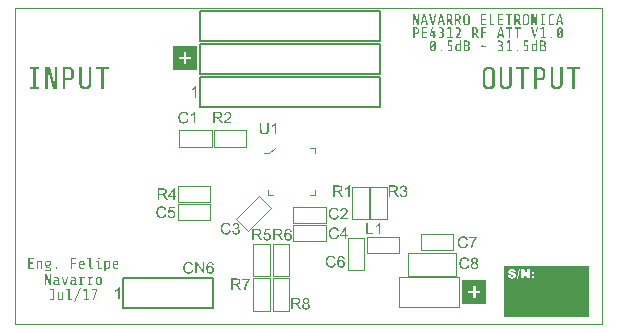
<source format=gto>
G04 Layer_Color=65535*
%FSLAX25Y25*%
%MOIN*%
G70*
G01*
G75*
%ADD22C,0.00394*%
%ADD28C,0.00787*%
G36*
X73650Y33852D02*
X73723Y33841D01*
X73811Y33824D01*
X73911Y33796D01*
X74011Y33763D01*
X74111Y33718D01*
X74117D01*
X74122Y33713D01*
X74155Y33696D01*
X74205Y33663D01*
X74261Y33624D01*
X74327Y33569D01*
X74394Y33508D01*
X74461Y33435D01*
X74516Y33352D01*
X74522Y33341D01*
X74538Y33313D01*
X74561Y33263D01*
X74588Y33202D01*
X74616Y33130D01*
X74638Y33047D01*
X74655Y32953D01*
X74660Y32858D01*
Y32847D01*
Y32814D01*
X74655Y32770D01*
X74644Y32708D01*
X74627Y32636D01*
X74599Y32559D01*
X74566Y32481D01*
X74522Y32403D01*
X74516Y32392D01*
X74499Y32370D01*
X74466Y32331D01*
X74422Y32287D01*
X74366Y32237D01*
X74300Y32181D01*
X74222Y32131D01*
X74128Y32081D01*
X74133D01*
X74144Y32076D01*
X74161Y32070D01*
X74183Y32065D01*
X74244Y32042D01*
X74322Y32009D01*
X74411Y31965D01*
X74499Y31909D01*
X74583Y31837D01*
X74660Y31754D01*
X74666Y31743D01*
X74688Y31709D01*
X74722Y31654D01*
X74755Y31582D01*
X74788Y31493D01*
X74822Y31387D01*
X74844Y31265D01*
X74849Y31132D01*
Y31127D01*
Y31110D01*
Y31082D01*
X74844Y31049D01*
X74838Y31005D01*
X74827Y30955D01*
X74816Y30899D01*
X74805Y30838D01*
X74760Y30705D01*
X74727Y30633D01*
X74694Y30566D01*
X74649Y30494D01*
X74599Y30422D01*
X74544Y30350D01*
X74477Y30283D01*
X74472Y30277D01*
X74461Y30266D01*
X74439Y30250D01*
X74411Y30228D01*
X74377Y30200D01*
X74333Y30172D01*
X74283Y30139D01*
X74222Y30111D01*
X74161Y30078D01*
X74089Y30044D01*
X74017Y30017D01*
X73934Y29989D01*
X73845Y29967D01*
X73750Y29950D01*
X73656Y29939D01*
X73550Y29933D01*
X73501D01*
X73467Y29939D01*
X73423Y29945D01*
X73373Y29950D01*
X73317Y29961D01*
X73256Y29972D01*
X73123Y30005D01*
X72984Y30061D01*
X72912Y30094D01*
X72846Y30133D01*
X72779Y30183D01*
X72712Y30233D01*
X72707Y30239D01*
X72696Y30250D01*
X72679Y30266D01*
X72663Y30289D01*
X72635Y30316D01*
X72607Y30355D01*
X72574Y30394D01*
X72540Y30444D01*
X72507Y30500D01*
X72474Y30555D01*
X72413Y30688D01*
X72363Y30844D01*
X72346Y30927D01*
X72335Y31016D01*
X72807Y31077D01*
Y31071D01*
X72812Y31060D01*
X72818Y31038D01*
X72824Y31010D01*
X72829Y30977D01*
X72840Y30938D01*
X72868Y30855D01*
X72907Y30755D01*
X72957Y30660D01*
X73012Y30572D01*
X73079Y30494D01*
X73090Y30488D01*
X73112Y30466D01*
X73156Y30439D01*
X73212Y30411D01*
X73278Y30377D01*
X73362Y30350D01*
X73456Y30327D01*
X73556Y30322D01*
X73589D01*
X73611Y30327D01*
X73673Y30333D01*
X73750Y30350D01*
X73839Y30377D01*
X73934Y30416D01*
X74028Y30472D01*
X74117Y30549D01*
X74128Y30561D01*
X74155Y30594D01*
X74189Y30644D01*
X74233Y30710D01*
X74278Y30794D01*
X74311Y30888D01*
X74339Y30999D01*
X74350Y31121D01*
Y31127D01*
Y31138D01*
Y31154D01*
X74344Y31177D01*
X74339Y31238D01*
X74322Y31310D01*
X74300Y31399D01*
X74261Y31487D01*
X74205Y31576D01*
X74133Y31659D01*
X74122Y31670D01*
X74094Y31693D01*
X74050Y31726D01*
X73989Y31765D01*
X73911Y31804D01*
X73817Y31837D01*
X73712Y31859D01*
X73595Y31870D01*
X73545D01*
X73506Y31865D01*
X73456Y31859D01*
X73401Y31848D01*
X73334Y31837D01*
X73262Y31820D01*
X73317Y32237D01*
X73345D01*
X73367Y32231D01*
X73440D01*
X73501Y32242D01*
X73573Y32253D01*
X73656Y32270D01*
X73750Y32298D01*
X73839Y32337D01*
X73934Y32386D01*
X73939D01*
X73945Y32392D01*
X73972Y32414D01*
X74011Y32453D01*
X74056Y32503D01*
X74100Y32575D01*
X74139Y32658D01*
X74167Y32753D01*
X74178Y32808D01*
Y32869D01*
Y32875D01*
Y32880D01*
Y32914D01*
X74167Y32958D01*
X74155Y33019D01*
X74133Y33086D01*
X74106Y33158D01*
X74061Y33230D01*
X74000Y33297D01*
X73994Y33302D01*
X73967Y33325D01*
X73928Y33352D01*
X73878Y33386D01*
X73811Y33413D01*
X73734Y33441D01*
X73645Y33463D01*
X73545Y33469D01*
X73501D01*
X73451Y33458D01*
X73384Y33447D01*
X73312Y33424D01*
X73240Y33397D01*
X73162Y33352D01*
X73090Y33297D01*
X73084Y33291D01*
X73062Y33263D01*
X73029Y33224D01*
X72990Y33169D01*
X72951Y33097D01*
X72912Y33008D01*
X72879Y32903D01*
X72857Y32781D01*
X72385Y32864D01*
Y32869D01*
X72391Y32886D01*
X72396Y32908D01*
X72402Y32941D01*
X72413Y32980D01*
X72429Y33025D01*
X72463Y33130D01*
X72518Y33252D01*
X72585Y33374D01*
X72668Y33491D01*
X72773Y33596D01*
X72779Y33602D01*
X72790Y33608D01*
X72807Y33619D01*
X72829Y33635D01*
X72857Y33658D01*
X72896Y33680D01*
X72935Y33702D01*
X72984Y33730D01*
X73095Y33774D01*
X73223Y33818D01*
X73373Y33846D01*
X73451Y33857D01*
X73589D01*
X73650Y33852D01*
D02*
G37*
G36*
X70404Y33902D02*
X70454Y33896D01*
X70515Y33891D01*
X70576Y33885D01*
X70648Y33868D01*
X70798Y33835D01*
X70964Y33785D01*
X71048Y33752D01*
X71125Y33713D01*
X71203Y33663D01*
X71281Y33613D01*
X71286Y33608D01*
X71297Y33602D01*
X71319Y33585D01*
X71347Y33558D01*
X71375Y33530D01*
X71414Y33491D01*
X71453Y33447D01*
X71497Y33402D01*
X71541Y33347D01*
X71586Y33280D01*
X71636Y33213D01*
X71680Y33141D01*
X71719Y33058D01*
X71763Y32975D01*
X71797Y32886D01*
X71830Y32786D01*
X71330Y32669D01*
Y32675D01*
X71325Y32686D01*
X71314Y32708D01*
X71303Y32736D01*
X71292Y32770D01*
X71275Y32814D01*
X71231Y32903D01*
X71175Y33003D01*
X71109Y33102D01*
X71025Y33197D01*
X70937Y33280D01*
X70925Y33291D01*
X70892Y33313D01*
X70837Y33341D01*
X70764Y33380D01*
X70670Y33413D01*
X70565Y33447D01*
X70437Y33469D01*
X70298Y33474D01*
X70254D01*
X70226Y33469D01*
X70187D01*
X70143Y33463D01*
X70037Y33447D01*
X69921Y33424D01*
X69799Y33386D01*
X69671Y33330D01*
X69555Y33258D01*
X69549D01*
X69543Y33247D01*
X69504Y33219D01*
X69455Y33175D01*
X69394Y33108D01*
X69321Y33025D01*
X69255Y32930D01*
X69194Y32814D01*
X69138Y32686D01*
Y32681D01*
X69133Y32669D01*
X69127Y32653D01*
X69122Y32625D01*
X69111Y32592D01*
X69099Y32553D01*
X69083Y32459D01*
X69061Y32348D01*
X69038Y32225D01*
X69027Y32092D01*
X69022Y31948D01*
Y31942D01*
Y31926D01*
Y31898D01*
Y31865D01*
X69027Y31826D01*
Y31776D01*
X69033Y31721D01*
X69038Y31659D01*
X69055Y31526D01*
X69083Y31382D01*
X69116Y31238D01*
X69160Y31093D01*
Y31088D01*
X69166Y31077D01*
X69177Y31060D01*
X69188Y31032D01*
X69222Y30966D01*
X69271Y30888D01*
X69332Y30799D01*
X69410Y30705D01*
X69499Y30622D01*
X69604Y30544D01*
X69610D01*
X69621Y30538D01*
X69638Y30527D01*
X69660Y30516D01*
X69688Y30505D01*
X69721Y30488D01*
X69799Y30455D01*
X69899Y30422D01*
X70010Y30394D01*
X70132Y30372D01*
X70259Y30366D01*
X70298D01*
X70332Y30372D01*
X70370D01*
X70409Y30377D01*
X70509Y30400D01*
X70626Y30427D01*
X70742Y30472D01*
X70864Y30533D01*
X70925Y30566D01*
X70981Y30610D01*
X70986Y30616D01*
X70992Y30622D01*
X71009Y30638D01*
X71031Y30655D01*
X71053Y30683D01*
X71081Y30716D01*
X71114Y30749D01*
X71142Y30794D01*
X71175Y30844D01*
X71214Y30899D01*
X71247Y30955D01*
X71281Y31021D01*
X71308Y31093D01*
X71336Y31171D01*
X71364Y31254D01*
X71386Y31343D01*
X71897Y31215D01*
Y31210D01*
X71891Y31188D01*
X71880Y31154D01*
X71863Y31110D01*
X71847Y31060D01*
X71825Y30999D01*
X71797Y30932D01*
X71763Y30860D01*
X71686Y30705D01*
X71586Y30549D01*
X71525Y30472D01*
X71464Y30394D01*
X71397Y30327D01*
X71319Y30261D01*
X71314Y30255D01*
X71303Y30244D01*
X71275Y30233D01*
X71247Y30211D01*
X71203Y30183D01*
X71158Y30155D01*
X71097Y30128D01*
X71036Y30100D01*
X70964Y30067D01*
X70886Y30039D01*
X70803Y30011D01*
X70714Y29983D01*
X70620Y29961D01*
X70520Y29950D01*
X70415Y29939D01*
X70304Y29933D01*
X70243D01*
X70198Y29939D01*
X70148D01*
X70087Y29945D01*
X70021Y29956D01*
X69943Y29967D01*
X69782Y29994D01*
X69616Y30039D01*
X69449Y30100D01*
X69371Y30139D01*
X69294Y30183D01*
X69288Y30189D01*
X69277Y30194D01*
X69255Y30211D01*
X69233Y30233D01*
X69199Y30255D01*
X69160Y30289D01*
X69116Y30327D01*
X69072Y30372D01*
X69027Y30422D01*
X68977Y30472D01*
X68877Y30599D01*
X68783Y30749D01*
X68700Y30916D01*
Y30921D01*
X68689Y30938D01*
X68683Y30966D01*
X68666Y30999D01*
X68655Y31043D01*
X68639Y31099D01*
X68616Y31160D01*
X68600Y31227D01*
X68583Y31299D01*
X68561Y31382D01*
X68533Y31554D01*
X68511Y31748D01*
X68500Y31948D01*
Y31954D01*
Y31976D01*
Y32009D01*
X68506Y32048D01*
Y32103D01*
X68511Y32159D01*
X68517Y32231D01*
X68528Y32303D01*
X68555Y32464D01*
X68594Y32642D01*
X68650Y32819D01*
X68727Y32991D01*
X68733Y32997D01*
X68739Y33014D01*
X68750Y33036D01*
X68772Y33064D01*
X68794Y33102D01*
X68822Y33147D01*
X68894Y33247D01*
X68988Y33358D01*
X69099Y33469D01*
X69227Y33580D01*
X69377Y33674D01*
X69382Y33680D01*
X69399Y33685D01*
X69421Y33696D01*
X69449Y33713D01*
X69493Y33730D01*
X69538Y33746D01*
X69593Y33768D01*
X69654Y33791D01*
X69721Y33813D01*
X69793Y33835D01*
X69949Y33868D01*
X70126Y33896D01*
X70309Y33907D01*
X70365D01*
X70404Y33902D01*
D02*
G37*
G36*
X110311Y29854D02*
X110833D01*
Y29421D01*
X110311D01*
Y28500D01*
X109839D01*
Y29421D01*
X108169D01*
Y29854D01*
X109928Y32341D01*
X110311D01*
Y29854D01*
D02*
G37*
G36*
X106404Y32402D02*
X106454Y32396D01*
X106515Y32391D01*
X106576Y32385D01*
X106648Y32368D01*
X106798Y32335D01*
X106964Y32285D01*
X107047Y32252D01*
X107125Y32213D01*
X107203Y32163D01*
X107281Y32113D01*
X107286Y32107D01*
X107297Y32102D01*
X107319Y32085D01*
X107347Y32057D01*
X107375Y32030D01*
X107414Y31991D01*
X107453Y31947D01*
X107497Y31902D01*
X107541Y31847D01*
X107586Y31780D01*
X107636Y31714D01*
X107680Y31641D01*
X107719Y31558D01*
X107763Y31475D01*
X107797Y31386D01*
X107830Y31286D01*
X107331Y31170D01*
Y31175D01*
X107325Y31186D01*
X107314Y31208D01*
X107303Y31236D01*
X107292Y31269D01*
X107275Y31314D01*
X107231Y31403D01*
X107175Y31503D01*
X107108Y31602D01*
X107025Y31697D01*
X106936Y31780D01*
X106925Y31791D01*
X106892Y31813D01*
X106837Y31841D01*
X106764Y31880D01*
X106670Y31913D01*
X106565Y31947D01*
X106437Y31969D01*
X106298Y31974D01*
X106254D01*
X106226Y31969D01*
X106187D01*
X106143Y31963D01*
X106037Y31947D01*
X105921Y31924D01*
X105799Y31885D01*
X105671Y31830D01*
X105554Y31758D01*
X105549D01*
X105543Y31747D01*
X105505Y31719D01*
X105455Y31675D01*
X105394Y31608D01*
X105321Y31525D01*
X105255Y31430D01*
X105194Y31314D01*
X105138Y31186D01*
Y31181D01*
X105133Y31170D01*
X105127Y31153D01*
X105122Y31125D01*
X105111Y31092D01*
X105099Y31053D01*
X105083Y30959D01*
X105061Y30848D01*
X105038Y30725D01*
X105027Y30592D01*
X105022Y30448D01*
Y30443D01*
Y30426D01*
Y30398D01*
Y30365D01*
X105027Y30326D01*
Y30276D01*
X105033Y30220D01*
X105038Y30159D01*
X105055Y30026D01*
X105083Y29882D01*
X105116Y29738D01*
X105160Y29593D01*
Y29588D01*
X105166Y29577D01*
X105177Y29560D01*
X105188Y29532D01*
X105221Y29466D01*
X105271Y29388D01*
X105333Y29299D01*
X105410Y29205D01*
X105499Y29122D01*
X105604Y29044D01*
X105610D01*
X105621Y29038D01*
X105638Y29027D01*
X105660Y29016D01*
X105688Y29005D01*
X105721Y28988D01*
X105799Y28955D01*
X105899Y28922D01*
X106010Y28894D01*
X106132Y28872D01*
X106259Y28866D01*
X106298D01*
X106332Y28872D01*
X106370D01*
X106409Y28877D01*
X106509Y28900D01*
X106626Y28927D01*
X106742Y28972D01*
X106864Y29033D01*
X106925Y29066D01*
X106981Y29111D01*
X106986Y29116D01*
X106992Y29122D01*
X107009Y29138D01*
X107031Y29155D01*
X107053Y29183D01*
X107081Y29216D01*
X107114Y29249D01*
X107142Y29294D01*
X107175Y29344D01*
X107214Y29399D01*
X107247Y29455D01*
X107281Y29521D01*
X107308Y29593D01*
X107336Y29671D01*
X107364Y29754D01*
X107386Y29843D01*
X107897Y29715D01*
Y29710D01*
X107891Y29688D01*
X107880Y29654D01*
X107863Y29610D01*
X107847Y29560D01*
X107825Y29499D01*
X107797Y29432D01*
X107763Y29360D01*
X107686Y29205D01*
X107586Y29050D01*
X107525Y28972D01*
X107464Y28894D01*
X107397Y28827D01*
X107319Y28761D01*
X107314Y28755D01*
X107303Y28744D01*
X107275Y28733D01*
X107247Y28711D01*
X107203Y28683D01*
X107158Y28655D01*
X107097Y28628D01*
X107036Y28600D01*
X106964Y28567D01*
X106886Y28539D01*
X106803Y28511D01*
X106714Y28483D01*
X106620Y28461D01*
X106520Y28450D01*
X106415Y28439D01*
X106304Y28433D01*
X106243D01*
X106198Y28439D01*
X106148D01*
X106087Y28444D01*
X106021Y28456D01*
X105943Y28467D01*
X105782Y28495D01*
X105616Y28539D01*
X105449Y28600D01*
X105371Y28639D01*
X105294Y28683D01*
X105288Y28689D01*
X105277Y28694D01*
X105255Y28711D01*
X105233Y28733D01*
X105199Y28755D01*
X105160Y28789D01*
X105116Y28827D01*
X105072Y28872D01*
X105027Y28922D01*
X104977Y28972D01*
X104877Y29099D01*
X104783Y29249D01*
X104700Y29416D01*
Y29421D01*
X104689Y29438D01*
X104683Y29466D01*
X104666Y29499D01*
X104655Y29543D01*
X104639Y29599D01*
X104617Y29660D01*
X104600Y29726D01*
X104583Y29799D01*
X104561Y29882D01*
X104533Y30054D01*
X104511Y30248D01*
X104500Y30448D01*
Y30454D01*
Y30476D01*
Y30509D01*
X104506Y30548D01*
Y30603D01*
X104511Y30659D01*
X104517Y30731D01*
X104528Y30803D01*
X104555Y30964D01*
X104594Y31142D01*
X104650Y31319D01*
X104727Y31491D01*
X104733Y31497D01*
X104739Y31514D01*
X104750Y31536D01*
X104772Y31564D01*
X104794Y31602D01*
X104822Y31647D01*
X104894Y31747D01*
X104988Y31858D01*
X105099Y31969D01*
X105227Y32080D01*
X105377Y32174D01*
X105382Y32180D01*
X105399Y32185D01*
X105421Y32196D01*
X105449Y32213D01*
X105493Y32230D01*
X105538Y32246D01*
X105593Y32269D01*
X105654Y32291D01*
X105721Y32313D01*
X105793Y32335D01*
X105949Y32368D01*
X106126Y32396D01*
X106309Y32407D01*
X106365D01*
X106404Y32402D01*
D02*
G37*
G36*
X109695Y38852D02*
X109739Y38846D01*
X109795Y38841D01*
X109856Y38829D01*
X109917Y38818D01*
X110061Y38780D01*
X110205Y38724D01*
X110277Y38691D01*
X110350Y38652D01*
X110416Y38602D01*
X110477Y38546D01*
X110483Y38541D01*
X110494Y38535D01*
X110505Y38513D01*
X110527Y38491D01*
X110555Y38463D01*
X110583Y38424D01*
X110610Y38385D01*
X110644Y38336D01*
X110699Y38230D01*
X110755Y38097D01*
X110777Y38030D01*
X110788Y37953D01*
X110799Y37875D01*
X110805Y37792D01*
Y37780D01*
Y37753D01*
X110799Y37708D01*
X110794Y37647D01*
X110783Y37581D01*
X110760Y37503D01*
X110738Y37420D01*
X110705Y37337D01*
X110699Y37326D01*
X110688Y37298D01*
X110666Y37253D01*
X110633Y37192D01*
X110588Y37126D01*
X110533Y37042D01*
X110466Y36959D01*
X110389Y36865D01*
X110377Y36854D01*
X110350Y36820D01*
X110322Y36793D01*
X110294Y36765D01*
X110261Y36732D01*
X110216Y36687D01*
X110172Y36643D01*
X110117Y36593D01*
X110061Y36537D01*
X109994Y36476D01*
X109922Y36415D01*
X109845Y36343D01*
X109756Y36271D01*
X109667Y36193D01*
X109661Y36188D01*
X109650Y36177D01*
X109628Y36160D01*
X109600Y36138D01*
X109567Y36105D01*
X109528Y36071D01*
X109440Y35999D01*
X109345Y35916D01*
X109256Y35833D01*
X109179Y35760D01*
X109145Y35733D01*
X109118Y35705D01*
X109112Y35699D01*
X109095Y35683D01*
X109073Y35660D01*
X109046Y35627D01*
X109018Y35588D01*
X108984Y35550D01*
X108918Y35455D01*
X110810D01*
Y35000D01*
X108263D01*
Y35006D01*
Y35028D01*
Y35061D01*
X108268Y35105D01*
X108274Y35155D01*
X108285Y35211D01*
X108296Y35266D01*
X108318Y35327D01*
Y35333D01*
X108324Y35339D01*
X108335Y35372D01*
X108357Y35422D01*
X108391Y35488D01*
X108435Y35566D01*
X108491Y35655D01*
X108552Y35744D01*
X108629Y35838D01*
Y35844D01*
X108640Y35849D01*
X108668Y35882D01*
X108718Y35932D01*
X108790Y36005D01*
X108873Y36088D01*
X108979Y36188D01*
X109107Y36299D01*
X109245Y36415D01*
X109251Y36421D01*
X109273Y36437D01*
X109306Y36465D01*
X109345Y36498D01*
X109395Y36543D01*
X109456Y36593D01*
X109517Y36648D01*
X109589Y36709D01*
X109728Y36843D01*
X109867Y36976D01*
X109933Y37042D01*
X109994Y37109D01*
X110050Y37170D01*
X110094Y37231D01*
Y37237D01*
X110106Y37242D01*
X110117Y37259D01*
X110128Y37281D01*
X110167Y37342D01*
X110211Y37414D01*
X110250Y37503D01*
X110289Y37597D01*
X110311Y37703D01*
X110322Y37803D01*
Y37808D01*
Y37814D01*
X110316Y37847D01*
X110311Y37903D01*
X110294Y37964D01*
X110272Y38041D01*
X110233Y38119D01*
X110183Y38197D01*
X110117Y38274D01*
X110106Y38286D01*
X110078Y38308D01*
X110039Y38336D01*
X109978Y38374D01*
X109900Y38408D01*
X109811Y38441D01*
X109706Y38463D01*
X109589Y38469D01*
X109556D01*
X109534Y38463D01*
X109467Y38458D01*
X109390Y38441D01*
X109306Y38419D01*
X109212Y38380D01*
X109123Y38330D01*
X109040Y38263D01*
X109029Y38252D01*
X109007Y38225D01*
X108973Y38180D01*
X108940Y38113D01*
X108901Y38036D01*
X108868Y37936D01*
X108846Y37825D01*
X108835Y37697D01*
X108352Y37747D01*
Y37753D01*
X108357Y37769D01*
Y37797D01*
X108363Y37836D01*
X108374Y37881D01*
X108385Y37930D01*
X108402Y37991D01*
X108418Y38052D01*
X108463Y38186D01*
X108529Y38319D01*
X108568Y38385D01*
X108618Y38452D01*
X108668Y38513D01*
X108724Y38569D01*
X108729Y38574D01*
X108740Y38580D01*
X108757Y38596D01*
X108785Y38613D01*
X108818Y38635D01*
X108857Y38658D01*
X108901Y38685D01*
X108957Y38713D01*
X109018Y38741D01*
X109084Y38769D01*
X109156Y38791D01*
X109234Y38813D01*
X109317Y38829D01*
X109406Y38846D01*
X109501Y38852D01*
X109600Y38857D01*
X109656D01*
X109695Y38852D01*
D02*
G37*
G36*
X56254Y70952D02*
X56304Y70946D01*
X56365Y70941D01*
X56426Y70935D01*
X56498Y70918D01*
X56648Y70885D01*
X56814Y70835D01*
X56897Y70802D01*
X56975Y70763D01*
X57053Y70713D01*
X57131Y70663D01*
X57136Y70657D01*
X57147Y70652D01*
X57169Y70635D01*
X57197Y70608D01*
X57225Y70580D01*
X57264Y70541D01*
X57303Y70497D01*
X57347Y70452D01*
X57391Y70397D01*
X57436Y70330D01*
X57486Y70263D01*
X57530Y70191D01*
X57569Y70108D01*
X57613Y70025D01*
X57647Y69936D01*
X57680Y69836D01*
X57181Y69720D01*
Y69725D01*
X57175Y69736D01*
X57164Y69758D01*
X57153Y69786D01*
X57142Y69819D01*
X57125Y69864D01*
X57081Y69953D01*
X57025Y70052D01*
X56959Y70152D01*
X56875Y70247D01*
X56787Y70330D01*
X56775Y70341D01*
X56742Y70363D01*
X56687Y70391D01*
X56614Y70430D01*
X56520Y70463D01*
X56415Y70497D01*
X56287Y70519D01*
X56148Y70524D01*
X56104D01*
X56076Y70519D01*
X56037D01*
X55993Y70513D01*
X55887Y70497D01*
X55771Y70474D01*
X55649Y70436D01*
X55521Y70380D01*
X55405Y70308D01*
X55399D01*
X55393Y70297D01*
X55354Y70269D01*
X55305Y70225D01*
X55244Y70158D01*
X55171Y70075D01*
X55105Y69980D01*
X55044Y69864D01*
X54988Y69736D01*
Y69731D01*
X54983Y69720D01*
X54977Y69703D01*
X54972Y69675D01*
X54961Y69642D01*
X54949Y69603D01*
X54933Y69509D01*
X54911Y69398D01*
X54888Y69275D01*
X54877Y69142D01*
X54872Y68998D01*
Y68993D01*
Y68976D01*
Y68948D01*
Y68915D01*
X54877Y68876D01*
Y68826D01*
X54883Y68770D01*
X54888Y68709D01*
X54905Y68576D01*
X54933Y68432D01*
X54966Y68288D01*
X55010Y68143D01*
Y68138D01*
X55016Y68127D01*
X55027Y68110D01*
X55038Y68082D01*
X55072Y68016D01*
X55121Y67938D01*
X55182Y67849D01*
X55260Y67755D01*
X55349Y67672D01*
X55454Y67594D01*
X55460D01*
X55471Y67588D01*
X55488Y67577D01*
X55510Y67566D01*
X55538Y67555D01*
X55571Y67538D01*
X55649Y67505D01*
X55749Y67472D01*
X55860Y67444D01*
X55982Y67422D01*
X56109Y67416D01*
X56148D01*
X56182Y67422D01*
X56220D01*
X56259Y67427D01*
X56359Y67450D01*
X56476Y67477D01*
X56592Y67522D01*
X56714Y67583D01*
X56775Y67616D01*
X56831Y67660D01*
X56836Y67666D01*
X56842Y67672D01*
X56859Y67688D01*
X56881Y67705D01*
X56903Y67733D01*
X56931Y67766D01*
X56964Y67799D01*
X56992Y67844D01*
X57025Y67894D01*
X57064Y67949D01*
X57097Y68005D01*
X57131Y68071D01*
X57158Y68143D01*
X57186Y68221D01*
X57214Y68304D01*
X57236Y68393D01*
X57747Y68265D01*
Y68260D01*
X57741Y68238D01*
X57730Y68204D01*
X57713Y68160D01*
X57697Y68110D01*
X57674Y68049D01*
X57647Y67982D01*
X57613Y67910D01*
X57536Y67755D01*
X57436Y67599D01*
X57375Y67522D01*
X57314Y67444D01*
X57247Y67377D01*
X57169Y67311D01*
X57164Y67305D01*
X57153Y67294D01*
X57125Y67283D01*
X57097Y67261D01*
X57053Y67233D01*
X57008Y67205D01*
X56947Y67178D01*
X56886Y67150D01*
X56814Y67117D01*
X56736Y67089D01*
X56653Y67061D01*
X56564Y67033D01*
X56470Y67011D01*
X56370Y67000D01*
X56265Y66989D01*
X56154Y66983D01*
X56093D01*
X56048Y66989D01*
X55998D01*
X55937Y66995D01*
X55871Y67006D01*
X55793Y67017D01*
X55632Y67044D01*
X55466Y67089D01*
X55299Y67150D01*
X55221Y67189D01*
X55144Y67233D01*
X55138Y67239D01*
X55127Y67244D01*
X55105Y67261D01*
X55083Y67283D01*
X55049Y67305D01*
X55010Y67339D01*
X54966Y67377D01*
X54922Y67422D01*
X54877Y67472D01*
X54827Y67522D01*
X54727Y67649D01*
X54633Y67799D01*
X54550Y67966D01*
Y67971D01*
X54539Y67988D01*
X54533Y68016D01*
X54517Y68049D01*
X54505Y68093D01*
X54489Y68149D01*
X54466Y68210D01*
X54450Y68277D01*
X54433Y68349D01*
X54411Y68432D01*
X54383Y68604D01*
X54361Y68798D01*
X54350Y68998D01*
Y69004D01*
Y69026D01*
Y69059D01*
X54356Y69098D01*
Y69153D01*
X54361Y69209D01*
X54367Y69281D01*
X54378Y69353D01*
X54405Y69514D01*
X54444Y69692D01*
X54500Y69869D01*
X54577Y70041D01*
X54583Y70047D01*
X54589Y70064D01*
X54600Y70086D01*
X54622Y70114D01*
X54644Y70152D01*
X54672Y70197D01*
X54744Y70297D01*
X54838Y70408D01*
X54949Y70519D01*
X55077Y70630D01*
X55227Y70724D01*
X55232Y70730D01*
X55249Y70735D01*
X55271Y70746D01*
X55299Y70763D01*
X55343Y70780D01*
X55388Y70796D01*
X55443Y70818D01*
X55504Y70841D01*
X55571Y70863D01*
X55643Y70885D01*
X55799Y70918D01*
X55976Y70946D01*
X56159Y70957D01*
X56215D01*
X56254Y70952D01*
D02*
G37*
G36*
X11855Y20225D02*
Y20220D01*
Y20209D01*
Y20187D01*
X11850Y20160D01*
Y20127D01*
X11844Y20089D01*
X11828Y20001D01*
X11800Y19903D01*
X11762Y19799D01*
X11708Y19701D01*
X11637Y19608D01*
X11626Y19597D01*
X11598Y19575D01*
X11549Y19537D01*
X11484Y19499D01*
X11407Y19461D01*
X11309Y19422D01*
X11194Y19401D01*
X11069Y19390D01*
X10648D01*
Y19166D01*
X11096D01*
X11140Y19160D01*
X11194Y19155D01*
X11260Y19144D01*
X11336Y19128D01*
X11413Y19106D01*
X11495Y19079D01*
X11577Y19040D01*
X11653Y18997D01*
X11729Y18936D01*
X11795Y18871D01*
X11850Y18789D01*
X11893Y18696D01*
X11921Y18587D01*
X11931Y18462D01*
Y18401D01*
Y18396D01*
Y18369D01*
X11926Y18336D01*
X11921Y18292D01*
X11904Y18238D01*
X11888Y18178D01*
X11861Y18117D01*
X11822Y18052D01*
X11779Y17987D01*
X11719Y17921D01*
X11648Y17861D01*
X11566Y17806D01*
X11462Y17763D01*
X11347Y17730D01*
X11211Y17703D01*
X11058Y17697D01*
X9971D01*
Y18085D01*
X11140D01*
X11173Y18090D01*
X11216Y18096D01*
X11309Y18117D01*
X11353Y18134D01*
X11391Y18161D01*
X11396Y18167D01*
X11407Y18172D01*
X11418Y18189D01*
X11440Y18210D01*
X11467Y18270D01*
X11478Y18309D01*
X11484Y18347D01*
Y18516D01*
Y18522D01*
Y18527D01*
X11478Y18554D01*
X11462Y18598D01*
X11435Y18647D01*
X11418Y18669D01*
X11391Y18691D01*
X11364Y18713D01*
X11325Y18734D01*
X11282Y18751D01*
X11233Y18762D01*
X11173Y18773D01*
X10206D01*
Y19493D01*
X10201D01*
X10190Y19504D01*
X10173Y19515D01*
X10152Y19532D01*
X10124Y19554D01*
X10097Y19581D01*
X10064Y19614D01*
X10037Y19657D01*
X10004Y19701D01*
X9971Y19756D01*
X9944Y19816D01*
X9917Y19881D01*
X9895Y19958D01*
X9878Y20039D01*
X9868Y20127D01*
X9862Y20225D01*
Y20356D01*
Y20362D01*
Y20378D01*
Y20400D01*
X9868Y20427D01*
Y20465D01*
X9873Y20509D01*
X9889Y20602D01*
X9917Y20706D01*
X9955Y20815D01*
X10010Y20913D01*
X10042Y20957D01*
X10080Y20995D01*
X10091Y21006D01*
X10124Y21028D01*
X10173Y21060D01*
X10244Y21099D01*
X10343Y21131D01*
X10457Y21164D01*
X10594Y21186D01*
X10670Y21197D01*
X11855D01*
Y20225D01*
D02*
G37*
G36*
X106404Y38902D02*
X106454Y38896D01*
X106515Y38891D01*
X106576Y38885D01*
X106648Y38868D01*
X106798Y38835D01*
X106964Y38785D01*
X107047Y38752D01*
X107125Y38713D01*
X107203Y38663D01*
X107281Y38613D01*
X107286Y38607D01*
X107297Y38602D01*
X107319Y38585D01*
X107347Y38557D01*
X107375Y38530D01*
X107414Y38491D01*
X107453Y38447D01*
X107497Y38402D01*
X107541Y38347D01*
X107586Y38280D01*
X107636Y38214D01*
X107680Y38141D01*
X107719Y38058D01*
X107763Y37975D01*
X107797Y37886D01*
X107830Y37786D01*
X107331Y37670D01*
Y37675D01*
X107325Y37686D01*
X107314Y37708D01*
X107303Y37736D01*
X107292Y37769D01*
X107275Y37814D01*
X107231Y37903D01*
X107175Y38003D01*
X107108Y38102D01*
X107025Y38197D01*
X106936Y38280D01*
X106925Y38291D01*
X106892Y38313D01*
X106837Y38341D01*
X106764Y38380D01*
X106670Y38413D01*
X106565Y38447D01*
X106437Y38469D01*
X106298Y38474D01*
X106254D01*
X106226Y38469D01*
X106187D01*
X106143Y38463D01*
X106037Y38447D01*
X105921Y38424D01*
X105799Y38385D01*
X105671Y38330D01*
X105554Y38258D01*
X105549D01*
X105543Y38247D01*
X105505Y38219D01*
X105455Y38175D01*
X105394Y38108D01*
X105321Y38025D01*
X105255Y37930D01*
X105194Y37814D01*
X105138Y37686D01*
Y37681D01*
X105133Y37670D01*
X105127Y37653D01*
X105122Y37625D01*
X105111Y37592D01*
X105099Y37553D01*
X105083Y37459D01*
X105061Y37348D01*
X105038Y37225D01*
X105027Y37092D01*
X105022Y36948D01*
Y36942D01*
Y36926D01*
Y36898D01*
Y36865D01*
X105027Y36826D01*
Y36776D01*
X105033Y36720D01*
X105038Y36659D01*
X105055Y36526D01*
X105083Y36382D01*
X105116Y36238D01*
X105160Y36093D01*
Y36088D01*
X105166Y36077D01*
X105177Y36060D01*
X105188Y36032D01*
X105221Y35966D01*
X105271Y35888D01*
X105333Y35799D01*
X105410Y35705D01*
X105499Y35622D01*
X105604Y35544D01*
X105610D01*
X105621Y35538D01*
X105638Y35527D01*
X105660Y35516D01*
X105688Y35505D01*
X105721Y35488D01*
X105799Y35455D01*
X105899Y35422D01*
X106010Y35394D01*
X106132Y35372D01*
X106259Y35366D01*
X106298D01*
X106332Y35372D01*
X106370D01*
X106409Y35377D01*
X106509Y35400D01*
X106626Y35427D01*
X106742Y35472D01*
X106864Y35533D01*
X106925Y35566D01*
X106981Y35610D01*
X106986Y35616D01*
X106992Y35622D01*
X107009Y35638D01*
X107031Y35655D01*
X107053Y35683D01*
X107081Y35716D01*
X107114Y35749D01*
X107142Y35794D01*
X107175Y35844D01*
X107214Y35899D01*
X107247Y35955D01*
X107281Y36021D01*
X107308Y36093D01*
X107336Y36171D01*
X107364Y36254D01*
X107386Y36343D01*
X107897Y36215D01*
Y36210D01*
X107891Y36188D01*
X107880Y36154D01*
X107863Y36110D01*
X107847Y36060D01*
X107825Y35999D01*
X107797Y35932D01*
X107763Y35860D01*
X107686Y35705D01*
X107586Y35550D01*
X107525Y35472D01*
X107464Y35394D01*
X107397Y35327D01*
X107319Y35261D01*
X107314Y35255D01*
X107303Y35244D01*
X107275Y35233D01*
X107247Y35211D01*
X107203Y35183D01*
X107158Y35155D01*
X107097Y35128D01*
X107036Y35100D01*
X106964Y35067D01*
X106886Y35039D01*
X106803Y35011D01*
X106714Y34983D01*
X106620Y34961D01*
X106520Y34950D01*
X106415Y34939D01*
X106304Y34933D01*
X106243D01*
X106198Y34939D01*
X106148D01*
X106087Y34944D01*
X106021Y34956D01*
X105943Y34967D01*
X105782Y34995D01*
X105616Y35039D01*
X105449Y35100D01*
X105371Y35139D01*
X105294Y35183D01*
X105288Y35189D01*
X105277Y35194D01*
X105255Y35211D01*
X105233Y35233D01*
X105199Y35255D01*
X105160Y35289D01*
X105116Y35327D01*
X105072Y35372D01*
X105027Y35422D01*
X104977Y35472D01*
X104877Y35599D01*
X104783Y35749D01*
X104700Y35916D01*
Y35921D01*
X104689Y35938D01*
X104683Y35966D01*
X104666Y35999D01*
X104655Y36043D01*
X104639Y36099D01*
X104617Y36160D01*
X104600Y36226D01*
X104583Y36299D01*
X104561Y36382D01*
X104533Y36554D01*
X104511Y36748D01*
X104500Y36948D01*
Y36954D01*
Y36976D01*
Y37009D01*
X104506Y37048D01*
Y37103D01*
X104511Y37159D01*
X104517Y37231D01*
X104528Y37303D01*
X104555Y37464D01*
X104594Y37642D01*
X104650Y37819D01*
X104727Y37991D01*
X104733Y37997D01*
X104739Y38014D01*
X104750Y38036D01*
X104772Y38064D01*
X104794Y38102D01*
X104822Y38147D01*
X104894Y38247D01*
X104988Y38358D01*
X105099Y38469D01*
X105227Y38580D01*
X105377Y38674D01*
X105382Y38680D01*
X105399Y38685D01*
X105421Y38696D01*
X105449Y38713D01*
X105493Y38730D01*
X105538Y38746D01*
X105593Y38769D01*
X105654Y38791D01*
X105721Y38813D01*
X105793Y38835D01*
X105949Y38868D01*
X106126Y38896D01*
X106309Y38907D01*
X106365D01*
X106404Y38902D01*
D02*
G37*
G36*
X59956Y67050D02*
X59484D01*
Y70052D01*
X59478Y70047D01*
X59451Y70025D01*
X59417Y69991D01*
X59362Y69953D01*
X59301Y69903D01*
X59223Y69847D01*
X59134Y69786D01*
X59034Y69725D01*
X59029D01*
X59023Y69720D01*
X58990Y69697D01*
X58934Y69670D01*
X58868Y69636D01*
X58790Y69598D01*
X58707Y69559D01*
X58623Y69520D01*
X58540Y69486D01*
Y69942D01*
X58546D01*
X58557Y69953D01*
X58579Y69958D01*
X58607Y69975D01*
X58640Y69991D01*
X58679Y70014D01*
X58773Y70069D01*
X58884Y70130D01*
X58995Y70208D01*
X59112Y70297D01*
X59228Y70391D01*
X59234Y70397D01*
X59240Y70402D01*
X59256Y70419D01*
X59278Y70436D01*
X59328Y70491D01*
X59395Y70558D01*
X59461Y70635D01*
X59534Y70724D01*
X59595Y70813D01*
X59650Y70907D01*
X59956D01*
Y67050D01*
D02*
G37*
G36*
X107826Y46335D02*
X107876D01*
X107992Y46330D01*
X108115Y46313D01*
X108248Y46296D01*
X108370Y46268D01*
X108431Y46252D01*
X108481Y46235D01*
X108486D01*
X108492Y46230D01*
X108525Y46213D01*
X108575Y46191D01*
X108636Y46152D01*
X108703Y46102D01*
X108775Y46035D01*
X108842Y45958D01*
X108908Y45869D01*
Y45863D01*
X108914Y45858D01*
X108936Y45825D01*
X108958Y45769D01*
X108992Y45697D01*
X109019Y45614D01*
X109047Y45514D01*
X109064Y45408D01*
X109069Y45292D01*
Y45286D01*
Y45275D01*
Y45253D01*
X109064Y45225D01*
Y45186D01*
X109058Y45147D01*
X109036Y45053D01*
X109002Y44942D01*
X108958Y44826D01*
X108892Y44709D01*
X108847Y44653D01*
X108803Y44598D01*
X108797Y44592D01*
X108792Y44587D01*
X108775Y44570D01*
X108753Y44554D01*
X108725Y44531D01*
X108692Y44509D01*
X108647Y44481D01*
X108603Y44448D01*
X108547Y44420D01*
X108486Y44392D01*
X108420Y44359D01*
X108348Y44331D01*
X108264Y44309D01*
X108181Y44282D01*
X108087Y44265D01*
X107987Y44248D01*
X107998Y44243D01*
X108020Y44232D01*
X108054Y44209D01*
X108098Y44187D01*
X108198Y44126D01*
X108248Y44087D01*
X108292Y44054D01*
X108303Y44043D01*
X108331Y44015D01*
X108375Y43971D01*
X108431Y43915D01*
X108492Y43837D01*
X108564Y43754D01*
X108636Y43654D01*
X108714Y43543D01*
X109374Y42500D01*
X108742D01*
X108237Y43299D01*
Y43305D01*
X108226Y43316D01*
X108214Y43332D01*
X108198Y43355D01*
X108159Y43416D01*
X108109Y43494D01*
X108048Y43577D01*
X107987Y43666D01*
X107926Y43749D01*
X107870Y43826D01*
X107865Y43832D01*
X107848Y43854D01*
X107820Y43887D01*
X107782Y43926D01*
X107698Y44010D01*
X107654Y44049D01*
X107609Y44082D01*
X107604Y44087D01*
X107593Y44093D01*
X107571Y44104D01*
X107537Y44121D01*
X107504Y44137D01*
X107465Y44154D01*
X107376Y44182D01*
X107371D01*
X107360Y44187D01*
X107338D01*
X107310Y44193D01*
X107271Y44198D01*
X107227D01*
X107166Y44204D01*
X106511D01*
Y42500D01*
X106000D01*
Y46341D01*
X107782D01*
X107826Y46335D01*
D02*
G37*
G36*
X111450Y42500D02*
X110978D01*
Y45503D01*
X110973Y45497D01*
X110945Y45475D01*
X110912Y45441D01*
X110856Y45403D01*
X110795Y45353D01*
X110717Y45297D01*
X110629Y45236D01*
X110529Y45175D01*
X110523D01*
X110518Y45169D01*
X110484Y45147D01*
X110429Y45120D01*
X110362Y45086D01*
X110285Y45047D01*
X110201Y45009D01*
X110118Y44970D01*
X110035Y44936D01*
Y45392D01*
X110040D01*
X110052Y45403D01*
X110074Y45408D01*
X110101Y45425D01*
X110135Y45441D01*
X110174Y45464D01*
X110268Y45519D01*
X110379Y45580D01*
X110490Y45658D01*
X110607Y45747D01*
X110723Y45841D01*
X110729Y45847D01*
X110734Y45852D01*
X110751Y45869D01*
X110773Y45886D01*
X110823Y45941D01*
X110890Y46008D01*
X110956Y46085D01*
X111028Y46174D01*
X111089Y46263D01*
X111145Y46357D01*
X111450D01*
Y42500D01*
D02*
G37*
G36*
X67726Y70835D02*
X67776D01*
X67892Y70829D01*
X68015Y70813D01*
X68148Y70796D01*
X68270Y70768D01*
X68331Y70752D01*
X68381Y70735D01*
X68386D01*
X68392Y70730D01*
X68425Y70713D01*
X68475Y70691D01*
X68536Y70652D01*
X68603Y70602D01*
X68675Y70535D01*
X68742Y70458D01*
X68808Y70369D01*
Y70363D01*
X68814Y70358D01*
X68836Y70324D01*
X68858Y70269D01*
X68891Y70197D01*
X68919Y70113D01*
X68947Y70014D01*
X68964Y69908D01*
X68969Y69792D01*
Y69786D01*
Y69775D01*
Y69753D01*
X68964Y69725D01*
Y69686D01*
X68958Y69647D01*
X68936Y69553D01*
X68902Y69442D01*
X68858Y69326D01*
X68792Y69209D01*
X68747Y69153D01*
X68703Y69098D01*
X68697Y69092D01*
X68692Y69087D01*
X68675Y69070D01*
X68653Y69054D01*
X68625Y69031D01*
X68592Y69009D01*
X68547Y68981D01*
X68503Y68948D01*
X68448Y68920D01*
X68386Y68893D01*
X68320Y68859D01*
X68248Y68831D01*
X68164Y68809D01*
X68081Y68782D01*
X67987Y68765D01*
X67887Y68748D01*
X67898Y68743D01*
X67920Y68732D01*
X67953Y68709D01*
X67998Y68687D01*
X68098Y68626D01*
X68148Y68587D01*
X68192Y68554D01*
X68203Y68543D01*
X68231Y68515D01*
X68275Y68471D01*
X68331Y68415D01*
X68392Y68338D01*
X68464Y68254D01*
X68536Y68154D01*
X68614Y68043D01*
X69274Y67000D01*
X68642D01*
X68137Y67799D01*
Y67805D01*
X68125Y67816D01*
X68114Y67832D01*
X68098Y67855D01*
X68059Y67916D01*
X68009Y67993D01*
X67948Y68077D01*
X67887Y68165D01*
X67826Y68249D01*
X67770Y68326D01*
X67765Y68332D01*
X67748Y68354D01*
X67720Y68388D01*
X67682Y68426D01*
X67598Y68510D01*
X67554Y68549D01*
X67510Y68582D01*
X67504Y68587D01*
X67493Y68593D01*
X67471Y68604D01*
X67437Y68621D01*
X67404Y68637D01*
X67365Y68654D01*
X67276Y68682D01*
X67271D01*
X67260Y68687D01*
X67238D01*
X67210Y68693D01*
X67171Y68698D01*
X67127D01*
X67066Y68704D01*
X66411D01*
Y67000D01*
X65900D01*
Y70841D01*
X67682D01*
X67726Y70835D01*
D02*
G37*
G36*
X70939Y70852D02*
X70984Y70846D01*
X71039Y70841D01*
X71100Y70829D01*
X71161Y70818D01*
X71306Y70780D01*
X71450Y70724D01*
X71522Y70691D01*
X71594Y70652D01*
X71661Y70602D01*
X71722Y70547D01*
X71728Y70541D01*
X71739Y70535D01*
X71750Y70513D01*
X71772Y70491D01*
X71800Y70463D01*
X71827Y70424D01*
X71855Y70385D01*
X71889Y70336D01*
X71944Y70230D01*
X72000Y70097D01*
X72022Y70030D01*
X72033Y69953D01*
X72044Y69875D01*
X72049Y69792D01*
Y69781D01*
Y69753D01*
X72044Y69708D01*
X72038Y69647D01*
X72027Y69581D01*
X72005Y69503D01*
X71983Y69420D01*
X71949Y69336D01*
X71944Y69326D01*
X71933Y69298D01*
X71911Y69253D01*
X71877Y69192D01*
X71833Y69126D01*
X71777Y69042D01*
X71711Y68959D01*
X71633Y68865D01*
X71622Y68854D01*
X71594Y68820D01*
X71566Y68793D01*
X71539Y68765D01*
X71505Y68732D01*
X71461Y68687D01*
X71417Y68643D01*
X71361Y68593D01*
X71306Y68537D01*
X71239Y68476D01*
X71167Y68415D01*
X71089Y68343D01*
X71000Y68271D01*
X70912Y68193D01*
X70906Y68188D01*
X70895Y68177D01*
X70873Y68160D01*
X70845Y68138D01*
X70812Y68104D01*
X70773Y68071D01*
X70684Y67999D01*
X70590Y67916D01*
X70501Y67832D01*
X70423Y67760D01*
X70390Y67733D01*
X70362Y67705D01*
X70357Y67699D01*
X70340Y67683D01*
X70318Y67660D01*
X70290Y67627D01*
X70262Y67588D01*
X70229Y67550D01*
X70162Y67455D01*
X72055D01*
Y67000D01*
X69507D01*
Y67006D01*
Y67028D01*
Y67061D01*
X69513Y67105D01*
X69519Y67155D01*
X69530Y67211D01*
X69541Y67266D01*
X69563Y67327D01*
Y67333D01*
X69569Y67339D01*
X69580Y67372D01*
X69602Y67422D01*
X69635Y67488D01*
X69679Y67566D01*
X69735Y67655D01*
X69796Y67744D01*
X69874Y67838D01*
Y67844D01*
X69885Y67849D01*
X69913Y67882D01*
X69963Y67932D01*
X70035Y68005D01*
X70118Y68088D01*
X70223Y68188D01*
X70351Y68299D01*
X70490Y68415D01*
X70495Y68421D01*
X70518Y68437D01*
X70551Y68465D01*
X70590Y68498D01*
X70640Y68543D01*
X70701Y68593D01*
X70762Y68648D01*
X70834Y68709D01*
X70973Y68843D01*
X71112Y68976D01*
X71178Y69042D01*
X71239Y69109D01*
X71295Y69170D01*
X71339Y69231D01*
Y69237D01*
X71350Y69242D01*
X71361Y69259D01*
X71372Y69281D01*
X71411Y69342D01*
X71456Y69414D01*
X71494Y69503D01*
X71533Y69597D01*
X71555Y69703D01*
X71566Y69803D01*
Y69808D01*
Y69814D01*
X71561Y69847D01*
X71555Y69903D01*
X71539Y69964D01*
X71517Y70041D01*
X71478Y70119D01*
X71428Y70197D01*
X71361Y70275D01*
X71350Y70286D01*
X71322Y70308D01*
X71284Y70336D01*
X71223Y70374D01*
X71145Y70408D01*
X71056Y70441D01*
X70951Y70463D01*
X70834Y70469D01*
X70801D01*
X70778Y70463D01*
X70712Y70458D01*
X70634Y70441D01*
X70551Y70419D01*
X70457Y70380D01*
X70368Y70330D01*
X70284Y70263D01*
X70273Y70252D01*
X70251Y70224D01*
X70218Y70180D01*
X70185Y70113D01*
X70146Y70036D01*
X70113Y69936D01*
X70090Y69825D01*
X70079Y69697D01*
X69596Y69747D01*
Y69753D01*
X69602Y69769D01*
Y69797D01*
X69607Y69836D01*
X69618Y69880D01*
X69630Y69930D01*
X69646Y69991D01*
X69663Y70052D01*
X69707Y70186D01*
X69774Y70319D01*
X69813Y70385D01*
X69863Y70452D01*
X69913Y70513D01*
X69968Y70569D01*
X69974Y70574D01*
X69985Y70580D01*
X70001Y70596D01*
X70029Y70613D01*
X70063Y70635D01*
X70101Y70657D01*
X70146Y70685D01*
X70201Y70713D01*
X70262Y70741D01*
X70329Y70768D01*
X70401Y70791D01*
X70479Y70813D01*
X70562Y70829D01*
X70651Y70846D01*
X70745Y70852D01*
X70845Y70857D01*
X70900D01*
X70939Y70852D01*
D02*
G37*
G36*
X63043Y17000D02*
X62516D01*
X60507Y20014D01*
Y17000D01*
X60018D01*
Y20841D01*
X60540D01*
X62555Y17821D01*
Y20841D01*
X63043D01*
Y17000D01*
D02*
G37*
G36*
X53194Y38841D02*
X51656D01*
X51451Y37803D01*
X51457Y37809D01*
X51468Y37814D01*
X51484Y37826D01*
X51512Y37842D01*
X51546Y37859D01*
X51584Y37881D01*
X51673Y37925D01*
X51784Y37970D01*
X51906Y38009D01*
X52039Y38036D01*
X52106Y38047D01*
X52228D01*
X52261Y38042D01*
X52306Y38036D01*
X52356Y38031D01*
X52411Y38020D01*
X52472Y38003D01*
X52605Y37964D01*
X52678Y37936D01*
X52750Y37898D01*
X52822Y37859D01*
X52894Y37814D01*
X52961Y37759D01*
X53027Y37698D01*
X53033Y37692D01*
X53044Y37681D01*
X53061Y37664D01*
X53083Y37637D01*
X53111Y37598D01*
X53138Y37559D01*
X53172Y37509D01*
X53205Y37454D01*
X53233Y37393D01*
X53266Y37326D01*
X53294Y37248D01*
X53321Y37170D01*
X53344Y37087D01*
X53360Y36993D01*
X53371Y36899D01*
X53377Y36799D01*
Y36793D01*
Y36777D01*
Y36749D01*
X53371Y36710D01*
X53366Y36665D01*
X53360Y36616D01*
X53349Y36555D01*
X53338Y36494D01*
X53305Y36349D01*
X53249Y36199D01*
X53216Y36122D01*
X53172Y36050D01*
X53127Y35972D01*
X53072Y35900D01*
X53066Y35894D01*
X53055Y35877D01*
X53033Y35855D01*
X53005Y35827D01*
X52966Y35794D01*
X52922Y35750D01*
X52866Y35711D01*
X52805Y35666D01*
X52739Y35622D01*
X52661Y35583D01*
X52578Y35544D01*
X52489Y35506D01*
X52395Y35478D01*
X52289Y35456D01*
X52178Y35439D01*
X52062Y35433D01*
X52012D01*
X51973Y35439D01*
X51928Y35445D01*
X51878Y35450D01*
X51817Y35456D01*
X51756Y35472D01*
X51618Y35506D01*
X51479Y35555D01*
X51407Y35589D01*
X51335Y35628D01*
X51268Y35672D01*
X51201Y35722D01*
X51196Y35728D01*
X51185Y35733D01*
X51174Y35755D01*
X51151Y35778D01*
X51124Y35805D01*
X51096Y35838D01*
X51063Y35883D01*
X51035Y35933D01*
X51002Y35983D01*
X50968Y36044D01*
X50907Y36177D01*
X50857Y36332D01*
X50841Y36416D01*
X50829Y36505D01*
X51323Y36543D01*
Y36538D01*
Y36527D01*
X51329Y36510D01*
X51335Y36482D01*
X51351Y36421D01*
X51373Y36338D01*
X51407Y36255D01*
X51451Y36160D01*
X51507Y36077D01*
X51573Y36000D01*
X51584Y35994D01*
X51607Y35972D01*
X51651Y35944D01*
X51712Y35911D01*
X51779Y35877D01*
X51862Y35850D01*
X51956Y35827D01*
X52062Y35822D01*
X52095D01*
X52117Y35827D01*
X52184Y35833D01*
X52261Y35855D01*
X52356Y35883D01*
X52450Y35927D01*
X52550Y35994D01*
X52594Y36033D01*
X52639Y36077D01*
X52644Y36083D01*
X52650Y36088D01*
X52661Y36105D01*
X52678Y36122D01*
X52716Y36183D01*
X52761Y36260D01*
X52800Y36355D01*
X52839Y36471D01*
X52866Y36610D01*
X52877Y36682D01*
Y36760D01*
Y36765D01*
Y36777D01*
Y36799D01*
X52872Y36826D01*
Y36860D01*
X52866Y36899D01*
X52850Y36987D01*
X52822Y37093D01*
X52783Y37198D01*
X52728Y37298D01*
X52650Y37393D01*
Y37398D01*
X52639Y37404D01*
X52611Y37431D01*
X52561Y37470D01*
X52495Y37515D01*
X52406Y37554D01*
X52306Y37592D01*
X52189Y37620D01*
X52123Y37631D01*
X52017D01*
X51973Y37626D01*
X51917Y37620D01*
X51851Y37603D01*
X51784Y37587D01*
X51712Y37559D01*
X51640Y37526D01*
X51634Y37520D01*
X51612Y37509D01*
X51579Y37481D01*
X51534Y37454D01*
X51490Y37415D01*
X51446Y37365D01*
X51396Y37315D01*
X51357Y37254D01*
X50913Y37315D01*
X51285Y39291D01*
X53194D01*
Y38841D01*
D02*
G37*
G36*
X48904Y39402D02*
X48954Y39396D01*
X49015Y39391D01*
X49076Y39385D01*
X49148Y39368D01*
X49298Y39335D01*
X49464Y39285D01*
X49547Y39252D01*
X49625Y39213D01*
X49703Y39163D01*
X49780Y39113D01*
X49786Y39107D01*
X49797Y39102D01*
X49819Y39085D01*
X49847Y39057D01*
X49875Y39030D01*
X49914Y38991D01*
X49953Y38947D01*
X49997Y38902D01*
X50041Y38847D01*
X50086Y38780D01*
X50136Y38713D01*
X50180Y38641D01*
X50219Y38558D01*
X50263Y38475D01*
X50297Y38386D01*
X50330Y38286D01*
X49830Y38170D01*
Y38175D01*
X49825Y38186D01*
X49814Y38208D01*
X49803Y38236D01*
X49792Y38269D01*
X49775Y38314D01*
X49731Y38403D01*
X49675Y38503D01*
X49608Y38602D01*
X49525Y38697D01*
X49437Y38780D01*
X49425Y38791D01*
X49392Y38813D01*
X49336Y38841D01*
X49264Y38880D01*
X49170Y38913D01*
X49065Y38947D01*
X48937Y38969D01*
X48798Y38974D01*
X48754D01*
X48726Y38969D01*
X48687D01*
X48643Y38963D01*
X48537Y38947D01*
X48421Y38924D01*
X48299Y38886D01*
X48171Y38830D01*
X48055Y38758D01*
X48049D01*
X48043Y38747D01*
X48005Y38719D01*
X47955Y38675D01*
X47894Y38608D01*
X47821Y38525D01*
X47755Y38430D01*
X47694Y38314D01*
X47638Y38186D01*
Y38181D01*
X47633Y38170D01*
X47627Y38153D01*
X47622Y38125D01*
X47611Y38092D01*
X47599Y38053D01*
X47583Y37959D01*
X47561Y37848D01*
X47538Y37725D01*
X47527Y37592D01*
X47522Y37448D01*
Y37442D01*
Y37426D01*
Y37398D01*
Y37365D01*
X47527Y37326D01*
Y37276D01*
X47533Y37220D01*
X47538Y37159D01*
X47555Y37026D01*
X47583Y36882D01*
X47616Y36738D01*
X47660Y36593D01*
Y36588D01*
X47666Y36577D01*
X47677Y36560D01*
X47688Y36532D01*
X47721Y36466D01*
X47771Y36388D01*
X47833Y36299D01*
X47910Y36205D01*
X47999Y36122D01*
X48105Y36044D01*
X48110D01*
X48121Y36038D01*
X48138Y36027D01*
X48160Y36016D01*
X48188Y36005D01*
X48221Y35988D01*
X48299Y35955D01*
X48399Y35922D01*
X48510Y35894D01*
X48632Y35872D01*
X48759Y35866D01*
X48798D01*
X48831Y35872D01*
X48870D01*
X48909Y35877D01*
X49009Y35900D01*
X49126Y35927D01*
X49242Y35972D01*
X49364Y36033D01*
X49425Y36066D01*
X49481Y36110D01*
X49486Y36116D01*
X49492Y36122D01*
X49509Y36138D01*
X49531Y36155D01*
X49553Y36183D01*
X49581Y36216D01*
X49614Y36249D01*
X49642Y36294D01*
X49675Y36344D01*
X49714Y36399D01*
X49747Y36455D01*
X49780Y36521D01*
X49808Y36593D01*
X49836Y36671D01*
X49864Y36754D01*
X49886Y36843D01*
X50397Y36715D01*
Y36710D01*
X50391Y36688D01*
X50380Y36654D01*
X50363Y36610D01*
X50347Y36560D01*
X50324Y36499D01*
X50297Y36432D01*
X50263Y36360D01*
X50186Y36205D01*
X50086Y36050D01*
X50025Y35972D01*
X49964Y35894D01*
X49897Y35827D01*
X49819Y35761D01*
X49814Y35755D01*
X49803Y35744D01*
X49775Y35733D01*
X49747Y35711D01*
X49703Y35683D01*
X49658Y35655D01*
X49597Y35628D01*
X49536Y35600D01*
X49464Y35567D01*
X49387Y35539D01*
X49303Y35511D01*
X49214Y35483D01*
X49120Y35461D01*
X49020Y35450D01*
X48915Y35439D01*
X48804Y35433D01*
X48743D01*
X48698Y35439D01*
X48648D01*
X48587Y35445D01*
X48521Y35456D01*
X48443Y35467D01*
X48282Y35495D01*
X48116Y35539D01*
X47949Y35600D01*
X47871Y35639D01*
X47794Y35683D01*
X47788Y35689D01*
X47777Y35694D01*
X47755Y35711D01*
X47733Y35733D01*
X47699Y35755D01*
X47660Y35789D01*
X47616Y35827D01*
X47572Y35872D01*
X47527Y35922D01*
X47477Y35972D01*
X47377Y36099D01*
X47283Y36249D01*
X47200Y36416D01*
Y36421D01*
X47189Y36438D01*
X47183Y36466D01*
X47166Y36499D01*
X47155Y36543D01*
X47139Y36599D01*
X47117Y36660D01*
X47100Y36726D01*
X47083Y36799D01*
X47061Y36882D01*
X47033Y37054D01*
X47011Y37248D01*
X47000Y37448D01*
Y37454D01*
Y37476D01*
Y37509D01*
X47006Y37548D01*
Y37603D01*
X47011Y37659D01*
X47017Y37731D01*
X47028Y37803D01*
X47056Y37964D01*
X47094Y38142D01*
X47150Y38319D01*
X47228Y38491D01*
X47233Y38497D01*
X47239Y38514D01*
X47250Y38536D01*
X47272Y38564D01*
X47294Y38602D01*
X47322Y38647D01*
X47394Y38747D01*
X47488Y38858D01*
X47599Y38969D01*
X47727Y39080D01*
X47877Y39174D01*
X47883Y39180D01*
X47899Y39185D01*
X47921Y39196D01*
X47949Y39213D01*
X47993Y39230D01*
X48038Y39246D01*
X48093Y39268D01*
X48154Y39291D01*
X48221Y39313D01*
X48293Y39335D01*
X48449Y39368D01*
X48626Y39396D01*
X48809Y39407D01*
X48865D01*
X48904Y39402D01*
D02*
G37*
G36*
X57904Y20902D02*
X57954Y20896D01*
X58015Y20890D01*
X58076Y20885D01*
X58148Y20868D01*
X58298Y20835D01*
X58464Y20785D01*
X58548Y20752D01*
X58625Y20713D01*
X58703Y20663D01*
X58781Y20613D01*
X58786Y20607D01*
X58797Y20602D01*
X58819Y20585D01*
X58847Y20558D01*
X58875Y20530D01*
X58914Y20491D01*
X58953Y20447D01*
X58997Y20402D01*
X59041Y20347D01*
X59086Y20280D01*
X59136Y20213D01*
X59180Y20141D01*
X59219Y20058D01*
X59263Y19975D01*
X59297Y19886D01*
X59330Y19786D01*
X58830Y19670D01*
Y19675D01*
X58825Y19686D01*
X58814Y19708D01*
X58803Y19736D01*
X58792Y19770D01*
X58775Y19814D01*
X58731Y19903D01*
X58675Y20003D01*
X58609Y20102D01*
X58525Y20197D01*
X58437Y20280D01*
X58425Y20291D01*
X58392Y20313D01*
X58337Y20341D01*
X58264Y20380D01*
X58170Y20413D01*
X58065Y20447D01*
X57937Y20469D01*
X57798Y20474D01*
X57754D01*
X57726Y20469D01*
X57687D01*
X57643Y20463D01*
X57537Y20447D01*
X57421Y20424D01*
X57299Y20385D01*
X57171Y20330D01*
X57055Y20258D01*
X57049D01*
X57043Y20247D01*
X57004Y20219D01*
X56955Y20175D01*
X56894Y20108D01*
X56821Y20025D01*
X56755Y19930D01*
X56694Y19814D01*
X56638Y19686D01*
Y19681D01*
X56633Y19670D01*
X56627Y19653D01*
X56622Y19625D01*
X56611Y19592D01*
X56599Y19553D01*
X56583Y19459D01*
X56561Y19348D01*
X56538Y19226D01*
X56527Y19092D01*
X56522Y18948D01*
Y18943D01*
Y18926D01*
Y18898D01*
Y18865D01*
X56527Y18826D01*
Y18776D01*
X56533Y18721D01*
X56538Y18659D01*
X56555Y18526D01*
X56583Y18382D01*
X56616Y18238D01*
X56660Y18093D01*
Y18088D01*
X56666Y18077D01*
X56677Y18060D01*
X56688Y18032D01*
X56722Y17966D01*
X56771Y17888D01*
X56832Y17799D01*
X56910Y17705D01*
X56999Y17622D01*
X57104Y17544D01*
X57110D01*
X57121Y17538D01*
X57138Y17527D01*
X57160Y17516D01*
X57188Y17505D01*
X57221Y17488D01*
X57299Y17455D01*
X57399Y17422D01*
X57510Y17394D01*
X57632Y17372D01*
X57759Y17366D01*
X57798D01*
X57832Y17372D01*
X57870D01*
X57909Y17377D01*
X58009Y17400D01*
X58126Y17427D01*
X58242Y17472D01*
X58364Y17533D01*
X58425Y17566D01*
X58481Y17610D01*
X58486Y17616D01*
X58492Y17622D01*
X58509Y17638D01*
X58531Y17655D01*
X58553Y17683D01*
X58581Y17716D01*
X58614Y17749D01*
X58642Y17794D01*
X58675Y17844D01*
X58714Y17899D01*
X58747Y17955D01*
X58781Y18021D01*
X58808Y18093D01*
X58836Y18171D01*
X58864Y18254D01*
X58886Y18343D01*
X59397Y18215D01*
Y18210D01*
X59391Y18188D01*
X59380Y18154D01*
X59363Y18110D01*
X59347Y18060D01*
X59325Y17999D01*
X59297Y17932D01*
X59263Y17860D01*
X59186Y17705D01*
X59086Y17549D01*
X59025Y17472D01*
X58964Y17394D01*
X58897Y17327D01*
X58819Y17261D01*
X58814Y17255D01*
X58803Y17244D01*
X58775Y17233D01*
X58747Y17211D01*
X58703Y17183D01*
X58658Y17155D01*
X58597Y17128D01*
X58536Y17100D01*
X58464Y17067D01*
X58386Y17039D01*
X58303Y17011D01*
X58214Y16983D01*
X58120Y16961D01*
X58020Y16950D01*
X57915Y16939D01*
X57804Y16933D01*
X57743D01*
X57698Y16939D01*
X57648D01*
X57587Y16944D01*
X57521Y16956D01*
X57443Y16967D01*
X57282Y16995D01*
X57116Y17039D01*
X56949Y17100D01*
X56871Y17139D01*
X56794Y17183D01*
X56788Y17189D01*
X56777Y17194D01*
X56755Y17211D01*
X56733Y17233D01*
X56699Y17255D01*
X56660Y17289D01*
X56616Y17327D01*
X56572Y17372D01*
X56527Y17422D01*
X56477Y17472D01*
X56377Y17599D01*
X56283Y17749D01*
X56200Y17916D01*
Y17921D01*
X56189Y17938D01*
X56183Y17966D01*
X56166Y17999D01*
X56155Y18043D01*
X56139Y18099D01*
X56116Y18160D01*
X56100Y18227D01*
X56083Y18299D01*
X56061Y18382D01*
X56033Y18554D01*
X56011Y18748D01*
X56000Y18948D01*
Y18954D01*
Y18976D01*
Y19009D01*
X56006Y19048D01*
Y19104D01*
X56011Y19159D01*
X56017Y19231D01*
X56028Y19303D01*
X56055Y19464D01*
X56094Y19642D01*
X56150Y19819D01*
X56227Y19992D01*
X56233Y19997D01*
X56239Y20014D01*
X56250Y20036D01*
X56272Y20064D01*
X56294Y20102D01*
X56322Y20147D01*
X56394Y20247D01*
X56488Y20358D01*
X56599Y20469D01*
X56727Y20580D01*
X56877Y20674D01*
X56882Y20680D01*
X56899Y20685D01*
X56921Y20696D01*
X56949Y20713D01*
X56993Y20730D01*
X57038Y20746D01*
X57093Y20768D01*
X57154Y20791D01*
X57221Y20813D01*
X57293Y20835D01*
X57449Y20868D01*
X57626Y20896D01*
X57809Y20907D01*
X57865D01*
X57904Y20902D01*
D02*
G37*
G36*
X65141Y20852D02*
X65180D01*
X65224Y20846D01*
X65329Y20824D01*
X65446Y20796D01*
X65568Y20752D01*
X65690Y20685D01*
X65751Y20646D01*
X65807Y20602D01*
X65812Y20596D01*
X65818Y20591D01*
X65835Y20574D01*
X65851Y20558D01*
X65879Y20530D01*
X65901Y20496D01*
X65962Y20419D01*
X66023Y20319D01*
X66079Y20197D01*
X66129Y20058D01*
X66162Y19903D01*
X65690Y19864D01*
Y19869D01*
X65685Y19875D01*
X65679Y19908D01*
X65662Y19958D01*
X65640Y20019D01*
X65618Y20086D01*
X65585Y20152D01*
X65546Y20213D01*
X65507Y20263D01*
X65496Y20275D01*
X65474Y20297D01*
X65435Y20330D01*
X65380Y20369D01*
X65307Y20402D01*
X65230Y20436D01*
X65135Y20458D01*
X65035Y20469D01*
X64997D01*
X64952Y20463D01*
X64902Y20452D01*
X64836Y20436D01*
X64769Y20413D01*
X64702Y20385D01*
X64636Y20341D01*
X64625Y20336D01*
X64597Y20313D01*
X64558Y20275D01*
X64508Y20219D01*
X64453Y20152D01*
X64392Y20075D01*
X64336Y19975D01*
X64281Y19864D01*
Y19858D01*
X64275Y19847D01*
X64270Y19830D01*
X64258Y19808D01*
X64253Y19775D01*
X64242Y19736D01*
X64231Y19692D01*
X64220Y19636D01*
X64203Y19575D01*
X64192Y19509D01*
X64181Y19436D01*
X64175Y19359D01*
X64164Y19270D01*
X64158Y19181D01*
X64153Y19081D01*
Y18981D01*
X64158Y18987D01*
X64181Y19020D01*
X64220Y19065D01*
X64270Y19120D01*
X64325Y19187D01*
X64397Y19248D01*
X64475Y19309D01*
X64564Y19364D01*
X64569D01*
X64575Y19370D01*
X64608Y19387D01*
X64658Y19403D01*
X64725Y19431D01*
X64802Y19453D01*
X64891Y19470D01*
X64986Y19486D01*
X65085Y19492D01*
X65130D01*
X65163Y19486D01*
X65207Y19481D01*
X65252Y19475D01*
X65307Y19464D01*
X65363Y19448D01*
X65491Y19409D01*
X65557Y19381D01*
X65624Y19342D01*
X65690Y19303D01*
X65763Y19259D01*
X65829Y19203D01*
X65890Y19142D01*
X65896Y19137D01*
X65907Y19126D01*
X65923Y19109D01*
X65940Y19081D01*
X65968Y19042D01*
X65996Y19004D01*
X66023Y18954D01*
X66057Y18898D01*
X66090Y18837D01*
X66118Y18770D01*
X66145Y18693D01*
X66173Y18615D01*
X66190Y18532D01*
X66206Y18438D01*
X66218Y18343D01*
X66223Y18243D01*
Y18238D01*
Y18227D01*
Y18210D01*
Y18182D01*
X66218Y18149D01*
Y18115D01*
X66201Y18027D01*
X66184Y17921D01*
X66157Y17810D01*
X66118Y17688D01*
X66062Y17572D01*
Y17566D01*
X66057Y17561D01*
X66045Y17544D01*
X66034Y17522D01*
X66001Y17466D01*
X65951Y17394D01*
X65890Y17316D01*
X65818Y17239D01*
X65729Y17161D01*
X65635Y17094D01*
X65629D01*
X65624Y17089D01*
X65607Y17078D01*
X65585Y17072D01*
X65529Y17044D01*
X65457Y17017D01*
X65363Y16983D01*
X65257Y16961D01*
X65141Y16939D01*
X65013Y16933D01*
X64986D01*
X64958Y16939D01*
X64913D01*
X64863Y16944D01*
X64808Y16956D01*
X64741Y16972D01*
X64675Y16989D01*
X64597Y17011D01*
X64519Y17039D01*
X64442Y17072D01*
X64358Y17117D01*
X64281Y17166D01*
X64203Y17222D01*
X64125Y17289D01*
X64053Y17366D01*
X64047Y17372D01*
X64036Y17389D01*
X64020Y17411D01*
X63998Y17449D01*
X63964Y17500D01*
X63937Y17555D01*
X63903Y17627D01*
X63870Y17705D01*
X63831Y17799D01*
X63798Y17905D01*
X63770Y18021D01*
X63742Y18149D01*
X63714Y18293D01*
X63698Y18449D01*
X63687Y18615D01*
X63681Y18793D01*
Y18798D01*
Y18804D01*
Y18820D01*
Y18843D01*
X63687Y18898D01*
Y18976D01*
X63692Y19065D01*
X63703Y19170D01*
X63714Y19287D01*
X63731Y19414D01*
X63753Y19542D01*
X63781Y19681D01*
X63814Y19814D01*
X63853Y19947D01*
X63903Y20075D01*
X63959Y20197D01*
X64020Y20313D01*
X64092Y20413D01*
X64097Y20419D01*
X64109Y20430D01*
X64131Y20452D01*
X64158Y20485D01*
X64192Y20519D01*
X64236Y20552D01*
X64292Y20596D01*
X64347Y20635D01*
X64414Y20674D01*
X64486Y20719D01*
X64569Y20752D01*
X64652Y20791D01*
X64747Y20818D01*
X64847Y20841D01*
X64952Y20852D01*
X65063Y20857D01*
X65108D01*
X65141Y20852D01*
D02*
G37*
G36*
X6128Y21858D02*
X4839D01*
Y20662D01*
X5996D01*
Y20280D01*
X4839D01*
Y18958D01*
X6128D01*
Y18582D01*
X4380D01*
Y22240D01*
X6128D01*
Y21858D01*
D02*
G37*
G36*
X28030Y15782D02*
X28069D01*
X28112Y15776D01*
X28210Y15760D01*
X28320Y15738D01*
X28429Y15700D01*
X28538Y15651D01*
X28582Y15623D01*
X28625Y15585D01*
X28636Y15574D01*
X28658Y15547D01*
X28696Y15498D01*
X28735Y15432D01*
X28773Y15345D01*
X28795Y15290D01*
X28811Y15230D01*
X28822Y15170D01*
X28833Y15099D01*
X28844Y15028D01*
Y14946D01*
Y14007D01*
Y14002D01*
Y13985D01*
Y13964D01*
X28838Y13936D01*
Y13898D01*
X28833Y13860D01*
X28817Y13761D01*
X28789Y13658D01*
X28751Y13554D01*
X28696Y13450D01*
X28664Y13407D01*
X28625Y13368D01*
X28615Y13358D01*
X28587Y13336D01*
X28533Y13308D01*
X28462Y13270D01*
X28418Y13254D01*
X28369Y13232D01*
X28314Y13216D01*
X28254Y13205D01*
X28189Y13188D01*
X28112Y13183D01*
X28036Y13172D01*
X27741D01*
X27708Y13177D01*
X27675D01*
X27632Y13183D01*
X27533Y13199D01*
X27424Y13221D01*
X27310Y13254D01*
X27206Y13303D01*
X27157Y13336D01*
X27113Y13368D01*
X27102Y13379D01*
X27080Y13407D01*
X27042Y13456D01*
X27004Y13521D01*
X26966Y13609D01*
X26944Y13663D01*
X26927Y13723D01*
X26917Y13783D01*
X26906Y13854D01*
X26895Y13925D01*
Y14007D01*
Y14946D01*
Y14952D01*
Y14968D01*
Y14990D01*
X26900Y15017D01*
Y15055D01*
X26906Y15099D01*
X26922Y15192D01*
X26949Y15296D01*
X26987Y15405D01*
X27042Y15503D01*
X27075Y15547D01*
X27113Y15585D01*
X27124Y15596D01*
X27157Y15618D01*
X27206Y15651D01*
X27277Y15689D01*
X27375Y15722D01*
X27490Y15754D01*
X27626Y15776D01*
X27703Y15787D01*
X27997D01*
X28030Y15782D01*
D02*
G37*
G36*
X16908Y13172D02*
X16264D01*
X15505Y15787D01*
X15985D01*
X16597Y13532D01*
X17192Y15787D01*
X17662D01*
X16908Y13172D01*
D02*
G37*
G36*
X13742Y15782D02*
X13780D01*
X13818Y15776D01*
X13922Y15760D01*
X14031Y15738D01*
X14140Y15700D01*
X14244Y15651D01*
X14293Y15623D01*
X14337Y15585D01*
X14347Y15574D01*
X14369Y15547D01*
X14408Y15498D01*
X14446Y15432D01*
X14484Y15345D01*
X14506Y15290D01*
X14522Y15230D01*
X14533Y15170D01*
X14544Y15099D01*
X14555Y15028D01*
Y14946D01*
Y13690D01*
Y13685D01*
X14560Y13669D01*
X14571Y13641D01*
X14588Y13614D01*
X14620Y13587D01*
X14664Y13559D01*
X14730Y13543D01*
X14773Y13538D01*
X14817D01*
Y13172D01*
X14500D01*
X14473Y13183D01*
X14435Y13194D01*
X14386Y13210D01*
X14337Y13237D01*
X14288Y13276D01*
X14238Y13325D01*
X14233Y13319D01*
X14217Y13303D01*
X14189Y13276D01*
X14156Y13248D01*
X14107Y13221D01*
X14053Y13194D01*
X13993Y13177D01*
X13922Y13172D01*
X13392D01*
X13359Y13177D01*
X13321Y13183D01*
X13234Y13194D01*
X13141Y13210D01*
X13048Y13237D01*
X12955Y13276D01*
X12879Y13330D01*
X12873Y13336D01*
X12852Y13363D01*
X12824Y13401D01*
X12791Y13456D01*
X12753Y13532D01*
X12726Y13625D01*
X12704Y13740D01*
X12699Y13876D01*
Y13980D01*
Y13991D01*
Y14013D01*
X12704Y14056D01*
X12709Y14106D01*
X12720Y14166D01*
X12737Y14236D01*
X12764Y14308D01*
X12797Y14384D01*
X12835Y14460D01*
X12884Y14531D01*
X12950Y14602D01*
X13021Y14662D01*
X13108Y14712D01*
X13212Y14755D01*
X13327Y14777D01*
X13463Y14788D01*
X14107D01*
Y15050D01*
Y15055D01*
Y15067D01*
Y15083D01*
X14102Y15105D01*
X14085Y15159D01*
X14058Y15225D01*
X14036Y15252D01*
X14015Y15285D01*
X13982Y15312D01*
X13943Y15339D01*
X13900Y15361D01*
X13845Y15378D01*
X13791Y15389D01*
X13720Y15394D01*
X12906D01*
Y15787D01*
X13709D01*
X13742Y15782D01*
D02*
G37*
G36*
X19387D02*
X19425D01*
X19464Y15776D01*
X19567Y15760D01*
X19677Y15738D01*
X19786Y15700D01*
X19889Y15651D01*
X19939Y15623D01*
X19982Y15585D01*
X19993Y15574D01*
X20015Y15547D01*
X20053Y15498D01*
X20091Y15432D01*
X20130Y15345D01*
X20152Y15290D01*
X20168Y15230D01*
X20179Y15170D01*
X20190Y15099D01*
X20201Y15028D01*
Y14946D01*
Y13690D01*
Y13685D01*
X20206Y13669D01*
X20217Y13641D01*
X20233Y13614D01*
X20266Y13587D01*
X20310Y13559D01*
X20375Y13543D01*
X20419Y13538D01*
X20463D01*
Y13172D01*
X20146D01*
X20119Y13183D01*
X20080Y13194D01*
X20031Y13210D01*
X19982Y13237D01*
X19933Y13276D01*
X19884Y13325D01*
X19879Y13319D01*
X19862Y13303D01*
X19835Y13276D01*
X19802Y13248D01*
X19753Y13221D01*
X19698Y13194D01*
X19638Y13177D01*
X19567Y13172D01*
X19038D01*
X19005Y13177D01*
X18967Y13183D01*
X18879Y13194D01*
X18787Y13210D01*
X18694Y13237D01*
X18601Y13276D01*
X18524Y13330D01*
X18519Y13336D01*
X18497Y13363D01*
X18470Y13401D01*
X18437Y13456D01*
X18399Y13532D01*
X18372Y13625D01*
X18350Y13740D01*
X18344Y13876D01*
Y13980D01*
Y13991D01*
Y14013D01*
X18350Y14056D01*
X18355Y14106D01*
X18366Y14166D01*
X18383Y14236D01*
X18410Y14308D01*
X18442Y14384D01*
X18481Y14460D01*
X18530Y14531D01*
X18595Y14602D01*
X18666Y14662D01*
X18754Y14712D01*
X18857Y14755D01*
X18972Y14777D01*
X19109Y14788D01*
X19753D01*
Y15050D01*
Y15055D01*
Y15067D01*
Y15083D01*
X19748Y15105D01*
X19731Y15159D01*
X19704Y15225D01*
X19682Y15252D01*
X19660Y15285D01*
X19627Y15312D01*
X19589Y15339D01*
X19545Y15361D01*
X19491Y15378D01*
X19436Y15389D01*
X19365Y15394D01*
X18552D01*
Y15787D01*
X19354D01*
X19387Y15782D01*
D02*
G37*
G36*
X11929Y13172D02*
X11181D01*
X10362Y16442D01*
Y13172D01*
X9936D01*
Y16830D01*
X10678D01*
X11508Y13554D01*
Y16830D01*
X11929D01*
Y13172D01*
D02*
G37*
G36*
X20056Y7500D02*
X19614D01*
X21476Y12305D01*
X21918D01*
X20056Y7500D01*
D02*
G37*
G36*
X13029Y8958D02*
Y8952D01*
Y8936D01*
Y8914D01*
X13024Y8887D01*
Y8849D01*
X13018Y8805D01*
X12996Y8707D01*
X12969Y8603D01*
X12925Y8488D01*
X12865Y8384D01*
X12827Y8335D01*
X12783Y8292D01*
X12772Y8281D01*
X12756Y8270D01*
X12740Y8259D01*
X12712Y8243D01*
X12685Y8221D01*
X12608Y8183D01*
X12510Y8144D01*
X12390Y8106D01*
X12248Y8084D01*
X12090Y8073D01*
X11538D01*
Y8466D01*
X12172D01*
X12210Y8472D01*
X12254Y8483D01*
X12303Y8494D01*
X12357Y8516D01*
X12406Y8543D01*
X12456Y8581D01*
X12461Y8586D01*
X12472Y8603D01*
X12494Y8625D01*
X12516Y8658D01*
X12538Y8701D01*
X12559Y8745D01*
X12570Y8800D01*
X12576Y8860D01*
Y11338D01*
X11735D01*
Y11732D01*
X13029D01*
Y8958D01*
D02*
G37*
G36*
X23095Y15367D02*
X22478D01*
X22445Y15361D01*
X22412Y15356D01*
X22368Y15339D01*
X22330Y15323D01*
X22286Y15296D01*
X22254Y15258D01*
X22248Y15252D01*
X22243Y15241D01*
X22226Y15219D01*
X22210Y15192D01*
X22183Y15121D01*
X22172Y15083D01*
X22166Y15039D01*
Y13559D01*
X22734D01*
Y13172D01*
X21336D01*
Y13559D01*
X21719D01*
Y15394D01*
X21336D01*
Y15787D01*
X22139D01*
Y15645D01*
X22144Y15651D01*
X22172Y15667D01*
X22205Y15689D01*
X22254Y15716D01*
X22314Y15743D01*
X22390Y15765D01*
X22472Y15782D01*
X22559Y15787D01*
X23095D01*
Y15367D01*
D02*
G37*
G36*
X25917D02*
X25300D01*
X25267Y15361D01*
X25235Y15356D01*
X25191Y15339D01*
X25153Y15323D01*
X25109Y15296D01*
X25076Y15258D01*
X25071Y15252D01*
X25065Y15241D01*
X25049Y15219D01*
X25033Y15192D01*
X25005Y15121D01*
X24994Y15083D01*
X24989Y15039D01*
Y13559D01*
X25557D01*
Y13172D01*
X24159D01*
Y13559D01*
X24541D01*
Y15394D01*
X24159D01*
Y15787D01*
X24962D01*
Y15645D01*
X24967Y15651D01*
X24994Y15667D01*
X25027Y15689D01*
X25076Y15716D01*
X25137Y15743D01*
X25213Y15765D01*
X25295Y15782D01*
X25382Y15787D01*
X25917D01*
Y15367D01*
D02*
G37*
G36*
X22426Y21192D02*
X22475Y21186D01*
X22529Y21170D01*
X22595Y21153D01*
X22660Y21131D01*
X22731Y21093D01*
X22802Y21055D01*
X22868Y21000D01*
X22933Y20935D01*
X22988Y20853D01*
X23037Y20760D01*
X23075Y20651D01*
X23097Y20525D01*
X23108Y20383D01*
Y19701D01*
X21716D01*
Y19313D01*
Y19308D01*
Y19297D01*
X21721Y19281D01*
Y19259D01*
X21738Y19204D01*
X21765Y19144D01*
X21787Y19111D01*
X21814Y19079D01*
X21841Y19051D01*
X21880Y19024D01*
X21929Y19002D01*
X21978Y18986D01*
X22038Y18975D01*
X22109Y18969D01*
X22939D01*
Y18582D01*
X22114D01*
X22082Y18587D01*
X22043D01*
X22000Y18593D01*
X21901Y18604D01*
X21792Y18631D01*
X21683Y18664D01*
X21579Y18707D01*
X21530Y18740D01*
X21486Y18773D01*
X21476Y18784D01*
X21454Y18811D01*
X21421Y18860D01*
X21383Y18926D01*
X21339Y19018D01*
X21323Y19068D01*
X21306Y19128D01*
X21295Y19193D01*
X21284Y19259D01*
X21274Y19335D01*
Y19417D01*
Y20356D01*
Y20362D01*
Y20378D01*
Y20400D01*
X21279Y20433D01*
Y20465D01*
X21284Y20509D01*
X21295Y20607D01*
X21323Y20711D01*
X21355Y20820D01*
X21399Y20919D01*
X21432Y20962D01*
X21465Y21000D01*
X21476Y21011D01*
X21503Y21033D01*
X21546Y21060D01*
X21618Y21099D01*
X21661Y21115D01*
X21705Y21137D01*
X21759Y21153D01*
X21820Y21164D01*
X21880Y21181D01*
X21951Y21186D01*
X22027Y21197D01*
X22387D01*
X22426Y21192D01*
D02*
G37*
G36*
X25183Y19128D02*
Y19122D01*
Y19117D01*
X25188Y19084D01*
X25199Y19040D01*
X25221Y19007D01*
X25232Y19002D01*
X25254Y18991D01*
X25298Y18975D01*
X25363Y18969D01*
X26062D01*
Y18582D01*
X25150D01*
X25117Y18587D01*
X25074Y18598D01*
X25025Y18609D01*
X24975Y18631D01*
X24921Y18664D01*
X24866Y18702D01*
X24861Y18707D01*
X24844Y18724D01*
X24823Y18756D01*
X24801Y18800D01*
X24779Y18855D01*
X24757Y18926D01*
X24741Y19007D01*
X24735Y19100D01*
Y21847D01*
X23971D01*
Y22240D01*
X25183D01*
Y19128D01*
D02*
G37*
G36*
X13984Y18582D02*
X13460D01*
Y19100D01*
X13984D01*
Y18582D01*
D02*
G37*
G36*
X20258Y21858D02*
X18964D01*
Y20607D01*
X20127D01*
Y20225D01*
X18964D01*
Y18582D01*
X18511D01*
Y22240D01*
X20258D01*
Y21858D01*
D02*
G37*
G36*
X28055Y18969D02*
X28830D01*
Y18582D01*
X27613D01*
Y20804D01*
X26843D01*
Y21197D01*
X28055D01*
Y18969D01*
D02*
G37*
G36*
X30807Y21192D02*
X30845D01*
X30889Y21186D01*
X30987Y21175D01*
X31096Y21148D01*
X31205Y21115D01*
X31315Y21066D01*
X31358Y21033D01*
X31402Y21000D01*
X31413Y20989D01*
X31435Y20962D01*
X31467Y20913D01*
X31511Y20847D01*
X31549Y20755D01*
X31566Y20706D01*
X31582Y20646D01*
X31593Y20580D01*
X31604Y20515D01*
X31615Y20438D01*
Y20356D01*
Y19417D01*
Y19411D01*
Y19395D01*
Y19373D01*
X31609Y19346D01*
Y19308D01*
X31604Y19270D01*
X31587Y19171D01*
X31560Y19068D01*
X31522Y18964D01*
X31467Y18860D01*
X31435Y18816D01*
X31396Y18778D01*
X31385Y18767D01*
X31358Y18745D01*
X31304Y18718D01*
X31233Y18680D01*
X31140Y18642D01*
X31085Y18625D01*
X31025Y18614D01*
X30960Y18598D01*
X30889Y18593D01*
X30812Y18582D01*
X30146D01*
Y17697D01*
X29704D01*
Y21197D01*
X30119D01*
Y21071D01*
X30124Y21077D01*
X30146Y21093D01*
X30184Y21110D01*
X30233Y21137D01*
X30294Y21159D01*
X30364Y21175D01*
X30446Y21192D01*
X30539Y21197D01*
X30774D01*
X30807Y21192D01*
D02*
G37*
G36*
X28082Y21770D02*
X27585D01*
Y22240D01*
X28082D01*
Y21770D01*
D02*
G37*
G36*
X33717Y21192D02*
X33766Y21186D01*
X33821Y21170D01*
X33886Y21153D01*
X33952Y21131D01*
X34023Y21093D01*
X34094Y21055D01*
X34159Y21000D01*
X34225Y20935D01*
X34279Y20853D01*
X34328Y20760D01*
X34367Y20651D01*
X34389Y20525D01*
X34399Y20383D01*
Y19701D01*
X33007D01*
Y19313D01*
Y19308D01*
Y19297D01*
X33013Y19281D01*
Y19259D01*
X33029Y19204D01*
X33056Y19144D01*
X33078Y19111D01*
X33105Y19079D01*
X33133Y19051D01*
X33171Y19024D01*
X33220Y19002D01*
X33269Y18986D01*
X33329Y18975D01*
X33400Y18969D01*
X34230D01*
Y18582D01*
X33406D01*
X33373Y18587D01*
X33335D01*
X33291Y18593D01*
X33193Y18604D01*
X33084Y18631D01*
X32974Y18664D01*
X32871Y18707D01*
X32821Y18740D01*
X32778Y18773D01*
X32767Y18784D01*
X32745Y18811D01*
X32712Y18860D01*
X32674Y18926D01*
X32630Y19018D01*
X32614Y19068D01*
X32598Y19128D01*
X32587Y19193D01*
X32576Y19259D01*
X32565Y19335D01*
Y19417D01*
Y20356D01*
Y20362D01*
Y20378D01*
Y20400D01*
X32570Y20433D01*
Y20465D01*
X32576Y20509D01*
X32587Y20607D01*
X32614Y20711D01*
X32647Y20820D01*
X32690Y20919D01*
X32723Y20962D01*
X32756Y21000D01*
X32767Y21011D01*
X32794Y21033D01*
X32838Y21060D01*
X32909Y21099D01*
X32952Y21115D01*
X32996Y21137D01*
X33051Y21153D01*
X33111Y21164D01*
X33171Y21181D01*
X33242Y21186D01*
X33318Y21197D01*
X33679D01*
X33717Y21192D01*
D02*
G37*
G36*
X8268D02*
X8301D01*
X8344Y21186D01*
X8437Y21170D01*
X8535Y21148D01*
X8639Y21110D01*
X8737Y21060D01*
X8825Y20995D01*
X8836Y20984D01*
X8857Y20957D01*
X8890Y20908D01*
X8929Y20842D01*
X8967Y20755D01*
X8983Y20700D01*
X8999Y20640D01*
X9016Y20580D01*
X9021Y20509D01*
X9032Y20438D01*
Y20356D01*
Y18582D01*
X8590D01*
Y20460D01*
Y20465D01*
Y20487D01*
X8585Y20515D01*
X8579Y20553D01*
X8568Y20591D01*
X8552Y20635D01*
X8530Y20673D01*
X8497Y20711D01*
X8492Y20717D01*
X8481Y20727D01*
X8459Y20738D01*
X8432Y20760D01*
X8399Y20776D01*
X8355Y20787D01*
X8306Y20798D01*
X8251Y20804D01*
X7880D01*
X7847Y20798D01*
X7809Y20793D01*
X7766Y20782D01*
X7722Y20766D01*
X7684Y20744D01*
X7645Y20711D01*
X7640Y20706D01*
X7634Y20695D01*
X7618Y20678D01*
X7607Y20651D01*
X7574Y20591D01*
X7569Y20553D01*
X7564Y20515D01*
Y18582D01*
X7121D01*
Y21197D01*
X7536D01*
Y21071D01*
X7542Y21077D01*
X7564Y21093D01*
X7602Y21110D01*
X7651Y21137D01*
X7711Y21159D01*
X7782Y21175D01*
X7864Y21192D01*
X7957Y21197D01*
X8235D01*
X8268Y21192D01*
D02*
G37*
G36*
X14039Y78500D02*
X12542D01*
X10902Y85047D01*
Y78500D01*
X10050D01*
Y85823D01*
X11536D01*
X13197Y79265D01*
Y85823D01*
X14039D01*
Y78500D01*
D02*
G37*
G36*
X25363Y80271D02*
Y80260D01*
Y80227D01*
Y80183D01*
X25352Y80129D01*
Y80052D01*
X25341Y79965D01*
X25297Y79768D01*
X25242Y79560D01*
X25155Y79331D01*
X25035Y79123D01*
X24958Y79025D01*
X24871Y78937D01*
X24849Y78915D01*
X24816Y78894D01*
X24783Y78872D01*
X24729Y78839D01*
X24674Y78795D01*
X24521Y78719D01*
X24324Y78642D01*
X24084Y78566D01*
X23800Y78522D01*
X23483Y78500D01*
X23133D01*
X23067Y78511D01*
X22991D01*
X22903Y78522D01*
X22696Y78555D01*
X22477Y78609D01*
X22237Y78686D01*
X22007Y78795D01*
X21810Y78937D01*
Y78948D01*
X21789Y78959D01*
X21734Y79025D01*
X21657Y79123D01*
X21570Y79276D01*
X21482Y79462D01*
X21406Y79691D01*
X21351Y79965D01*
X21340Y80107D01*
X21329Y80271D01*
Y85823D01*
X22248D01*
Y80074D01*
Y80063D01*
Y80019D01*
X22258Y79954D01*
X22280Y79877D01*
X22302Y79790D01*
X22346Y79702D01*
X22411Y79604D01*
X22488Y79517D01*
X22499Y79506D01*
X22532Y79484D01*
X22586Y79440D01*
X22652Y79407D01*
X22750Y79364D01*
X22849Y79320D01*
X22980Y79298D01*
X23111Y79287D01*
X23647D01*
X23723Y79298D01*
X23810Y79320D01*
X23909Y79342D01*
X24018Y79385D01*
X24117Y79440D01*
X24215Y79517D01*
X24226Y79527D01*
X24248Y79560D01*
X24292Y79604D01*
X24335Y79669D01*
X24379Y79757D01*
X24423Y79844D01*
X24444Y79954D01*
X24455Y80074D01*
Y85823D01*
X25363D01*
Y80271D01*
D02*
G37*
G36*
X17963Y85812D02*
X18083Y85801D01*
X18214Y85768D01*
X18367Y85736D01*
X18531Y85692D01*
X18706Y85615D01*
X18870Y85539D01*
X19034Y85430D01*
X19187Y85299D01*
X19318Y85135D01*
X19439Y84949D01*
X19526Y84730D01*
X19581Y84479D01*
X19602Y84194D01*
Y82992D01*
Y82970D01*
Y82927D01*
X19592Y82839D01*
X19570Y82730D01*
X19548Y82610D01*
X19504Y82468D01*
X19450Y82326D01*
X19384Y82173D01*
X19286Y82008D01*
X19165Y81866D01*
X19023Y81724D01*
X18848Y81604D01*
X18652Y81495D01*
X18411Y81418D01*
X18138Y81364D01*
X17821Y81342D01*
X16728D01*
Y78500D01*
X15821D01*
Y85823D01*
X17876D01*
X17963Y85812D01*
D02*
G37*
G36*
X31123Y85025D02*
X29450D01*
Y78500D01*
X28543D01*
Y85025D01*
X26882D01*
Y85823D01*
X31123D01*
Y85025D01*
D02*
G37*
G36*
X156947Y6767D02*
X149021D01*
Y14781D01*
X156947D01*
Y6767D01*
D02*
G37*
G36*
X121590Y30000D02*
X121118D01*
Y33003D01*
X121113Y32997D01*
X121085Y32975D01*
X121052Y32941D01*
X120996Y32903D01*
X120935Y32853D01*
X120857Y32797D01*
X120768Y32736D01*
X120669Y32675D01*
X120663D01*
X120657Y32669D01*
X120624Y32647D01*
X120569Y32620D01*
X120502Y32586D01*
X120424Y32547D01*
X120341Y32509D01*
X120258Y32470D01*
X120175Y32436D01*
Y32892D01*
X120180D01*
X120191Y32903D01*
X120213Y32908D01*
X120241Y32925D01*
X120274Y32941D01*
X120313Y32964D01*
X120408Y33019D01*
X120519Y33080D01*
X120630Y33158D01*
X120746Y33247D01*
X120863Y33341D01*
X120868Y33347D01*
X120874Y33352D01*
X120891Y33369D01*
X120913Y33386D01*
X120963Y33441D01*
X121029Y33508D01*
X121096Y33585D01*
X121168Y33674D01*
X121229Y33763D01*
X121285Y33857D01*
X121590D01*
Y30000D01*
D02*
G37*
G36*
X153162Y22352D02*
X153206Y22346D01*
X153256Y22341D01*
X153311Y22335D01*
X153367Y22318D01*
X153500Y22285D01*
X153633Y22235D01*
X153700Y22202D01*
X153767Y22163D01*
X153828Y22113D01*
X153889Y22063D01*
X153894Y22058D01*
X153900Y22052D01*
X153916Y22035D01*
X153938Y22013D01*
X153961Y21980D01*
X153988Y21947D01*
X154044Y21863D01*
X154100Y21758D01*
X154149Y21636D01*
X154188Y21497D01*
X154194Y21425D01*
X154199Y21347D01*
Y21342D01*
Y21336D01*
Y21303D01*
X154194Y21253D01*
X154183Y21192D01*
X154166Y21114D01*
X154138Y21036D01*
X154105Y20959D01*
X154055Y20881D01*
X154050Y20870D01*
X154027Y20848D01*
X153994Y20814D01*
X153950Y20770D01*
X153889Y20720D01*
X153816Y20670D01*
X153733Y20620D01*
X153633Y20576D01*
X153639D01*
X153650Y20570D01*
X153667Y20565D01*
X153689Y20553D01*
X153755Y20526D01*
X153833Y20487D01*
X153916Y20431D01*
X154005Y20370D01*
X154088Y20293D01*
X154166Y20204D01*
Y20198D01*
X154172Y20193D01*
X154194Y20159D01*
X154227Y20104D01*
X154260Y20032D01*
X154294Y19943D01*
X154327Y19838D01*
X154349Y19721D01*
X154355Y19593D01*
Y19588D01*
Y19571D01*
Y19543D01*
X154349Y19510D01*
X154344Y19471D01*
X154338Y19421D01*
X154327Y19366D01*
X154310Y19305D01*
X154271Y19177D01*
X154244Y19105D01*
X154205Y19038D01*
X154166Y18966D01*
X154122Y18900D01*
X154066Y18833D01*
X154005Y18766D01*
X153999Y18761D01*
X153988Y18750D01*
X153972Y18733D01*
X153944Y18717D01*
X153905Y18689D01*
X153866Y18661D01*
X153816Y18633D01*
X153761Y18600D01*
X153700Y18567D01*
X153628Y18539D01*
X153550Y18511D01*
X153472Y18483D01*
X153384Y18467D01*
X153289Y18450D01*
X153195Y18439D01*
X153089Y18433D01*
X153034D01*
X152995Y18439D01*
X152945Y18444D01*
X152890Y18450D01*
X152829Y18461D01*
X152762Y18478D01*
X152612Y18517D01*
X152534Y18544D01*
X152462Y18572D01*
X152384Y18611D01*
X152307Y18655D01*
X152235Y18705D01*
X152168Y18766D01*
X152163Y18772D01*
X152151Y18783D01*
X152135Y18800D01*
X152113Y18827D01*
X152090Y18861D01*
X152057Y18900D01*
X152029Y18944D01*
X151996Y19000D01*
X151963Y19055D01*
X151935Y19122D01*
X151879Y19260D01*
X151857Y19344D01*
X151841Y19427D01*
X151830Y19516D01*
X151824Y19604D01*
Y19610D01*
Y19621D01*
Y19643D01*
X151830Y19666D01*
Y19699D01*
X151835Y19738D01*
X151846Y19826D01*
X151868Y19926D01*
X151902Y20026D01*
X151952Y20132D01*
X152013Y20232D01*
Y20237D01*
X152024Y20243D01*
X152046Y20270D01*
X152090Y20315D01*
X152151Y20370D01*
X152229Y20426D01*
X152323Y20487D01*
X152429Y20537D01*
X152557Y20576D01*
X152551D01*
X152545Y20581D01*
X152529Y20587D01*
X152507Y20598D01*
X152457Y20620D01*
X152390Y20653D01*
X152318Y20698D01*
X152246Y20753D01*
X152179Y20814D01*
X152118Y20881D01*
X152113Y20892D01*
X152096Y20914D01*
X152074Y20959D01*
X152051Y21014D01*
X152024Y21086D01*
X152002Y21170D01*
X151985Y21264D01*
X151979Y21364D01*
Y21369D01*
Y21380D01*
Y21403D01*
X151985Y21436D01*
X151990Y21469D01*
X151996Y21514D01*
X152018Y21608D01*
X152051Y21719D01*
X152107Y21836D01*
X152140Y21897D01*
X152179Y21958D01*
X152229Y22013D01*
X152279Y22069D01*
X152285Y22074D01*
X152296Y22080D01*
X152312Y22096D01*
X152334Y22113D01*
X152362Y22135D01*
X152401Y22158D01*
X152446Y22185D01*
X152490Y22213D01*
X152545Y22241D01*
X152606Y22268D01*
X152673Y22291D01*
X152745Y22313D01*
X152901Y22346D01*
X152989Y22352D01*
X153078Y22357D01*
X153128D01*
X153162Y22352D01*
D02*
G37*
G36*
X60447Y84767D02*
X52521D01*
Y92781D01*
X60447D01*
Y84767D01*
D02*
G37*
G36*
X117511Y30455D02*
X119403D01*
Y30000D01*
X117000D01*
Y33841D01*
X117511D01*
Y30455D01*
D02*
G37*
G36*
X158214Y85812D02*
X158291D01*
X158378Y85801D01*
X158586Y85768D01*
X158805Y85714D01*
X159034Y85637D01*
X159264Y85528D01*
X159460Y85375D01*
X159471D01*
X159482Y85353D01*
X159537Y85299D01*
X159614Y85189D01*
X159712Y85047D01*
X159799Y84861D01*
X159876Y84632D01*
X159931Y84359D01*
X159952Y84206D01*
Y84042D01*
Y80271D01*
Y80260D01*
Y80227D01*
Y80183D01*
X159941Y80129D01*
Y80052D01*
X159931Y79965D01*
X159887Y79768D01*
X159832Y79560D01*
X159745Y79331D01*
X159624Y79123D01*
X159548Y79025D01*
X159460Y78937D01*
X159439Y78915D01*
X159406Y78894D01*
X159373Y78872D01*
X159318Y78839D01*
X159264Y78795D01*
X159111Y78719D01*
X158903Y78642D01*
X158663Y78566D01*
X158389Y78522D01*
X158061Y78500D01*
X157559D01*
X157493Y78511D01*
X157417D01*
X157329Y78522D01*
X157132Y78555D01*
X156903Y78609D01*
X156673Y78686D01*
X156444Y78795D01*
X156247Y78937D01*
Y78948D01*
X156225Y78959D01*
X156170Y79025D01*
X156094Y79123D01*
X156007Y79276D01*
X155919Y79462D01*
X155843Y79691D01*
X155788Y79965D01*
X155777Y80107D01*
X155766Y80271D01*
Y84042D01*
Y84052D01*
Y84085D01*
Y84129D01*
X155777Y84184D01*
Y84260D01*
X155788Y84348D01*
X155832Y84544D01*
X155886Y84763D01*
X155974Y84982D01*
X156094Y85189D01*
X156160Y85287D01*
X156247Y85375D01*
X156258D01*
X156269Y85397D01*
X156302Y85419D01*
X156334Y85440D01*
X156389Y85484D01*
X156455Y85517D01*
X156608Y85605D01*
X156805Y85681D01*
X157045Y85757D01*
X157329Y85801D01*
X157646Y85823D01*
X158149D01*
X158214Y85812D01*
D02*
G37*
G36*
X171276Y85025D02*
X169604D01*
Y78500D01*
X168696D01*
Y85025D01*
X167035D01*
Y85823D01*
X171276D01*
Y85025D01*
D02*
G37*
G36*
X34774Y8548D02*
X34310D01*
Y11502D01*
X34305Y11497D01*
X34277Y11475D01*
X34245Y11442D01*
X34190Y11404D01*
X34130Y11355D01*
X34054Y11300D01*
X33966Y11240D01*
X33868Y11180D01*
X33862D01*
X33857Y11175D01*
X33824Y11153D01*
X33770Y11125D01*
X33704Y11093D01*
X33628Y11055D01*
X33546Y11016D01*
X33464Y10978D01*
X33382Y10945D01*
Y11393D01*
X33387D01*
X33398Y11404D01*
X33420Y11410D01*
X33447Y11426D01*
X33480Y11442D01*
X33518Y11464D01*
X33611Y11519D01*
X33720Y11579D01*
X33830Y11655D01*
X33944Y11743D01*
X34059Y11835D01*
X34064Y11841D01*
X34070Y11846D01*
X34086Y11863D01*
X34108Y11879D01*
X34157Y11934D01*
X34223Y11999D01*
X34288Y12076D01*
X34359Y12163D01*
X34419Y12250D01*
X34474Y12343D01*
X34774D01*
Y8548D01*
D02*
G37*
G36*
X60274Y75548D02*
X59810D01*
Y78502D01*
X59805Y78497D01*
X59777Y78475D01*
X59745Y78442D01*
X59690Y78404D01*
X59630Y78355D01*
X59553Y78300D01*
X59466Y78240D01*
X59368Y78180D01*
X59362D01*
X59357Y78175D01*
X59324Y78153D01*
X59270Y78126D01*
X59204Y78093D01*
X59128Y78055D01*
X59046Y78016D01*
X58964Y77978D01*
X58882Y77945D01*
Y78393D01*
X58887D01*
X58898Y78404D01*
X58920Y78409D01*
X58947Y78426D01*
X58980Y78442D01*
X59018Y78464D01*
X59111Y78519D01*
X59220Y78579D01*
X59330Y78655D01*
X59444Y78742D01*
X59559Y78835D01*
X59564Y78841D01*
X59570Y78846D01*
X59586Y78863D01*
X59608Y78879D01*
X59657Y78934D01*
X59723Y78999D01*
X59788Y79076D01*
X59859Y79163D01*
X59919Y79250D01*
X59974Y79343D01*
X60274D01*
Y75548D01*
D02*
G37*
G36*
X175068Y85812D02*
X175189Y85801D01*
X175320Y85768D01*
X175473Y85736D01*
X175637Y85692D01*
X175812Y85615D01*
X175976Y85539D01*
X176140Y85430D01*
X176293Y85299D01*
X176424Y85135D01*
X176544Y84949D01*
X176631Y84730D01*
X176686Y84479D01*
X176708Y84194D01*
Y82992D01*
Y82970D01*
Y82927D01*
X176697Y82839D01*
X176675Y82730D01*
X176653Y82610D01*
X176610Y82468D01*
X176555Y82326D01*
X176489Y82173D01*
X176391Y82008D01*
X176271Y81866D01*
X176129Y81724D01*
X175954Y81604D01*
X175757Y81495D01*
X175517Y81418D01*
X175243Y81364D01*
X174926Y81342D01*
X173833D01*
Y78500D01*
X172926D01*
Y85823D01*
X174981D01*
X175068Y85812D01*
D02*
G37*
G36*
X182468Y80271D02*
Y80260D01*
Y80227D01*
Y80183D01*
X182457Y80129D01*
Y80052D01*
X182446Y79965D01*
X182403Y79768D01*
X182348Y79560D01*
X182260Y79331D01*
X182140Y79123D01*
X182064Y79025D01*
X181976Y78937D01*
X181954Y78915D01*
X181922Y78894D01*
X181889Y78872D01*
X181834Y78839D01*
X181780Y78795D01*
X181626Y78719D01*
X181430Y78642D01*
X181189Y78566D01*
X180905Y78522D01*
X180588Y78500D01*
X180238D01*
X180173Y78511D01*
X180096D01*
X180009Y78522D01*
X179801Y78555D01*
X179583Y78609D01*
X179342Y78686D01*
X179113Y78795D01*
X178916Y78937D01*
Y78948D01*
X178894Y78959D01*
X178839Y79025D01*
X178763Y79123D01*
X178675Y79276D01*
X178588Y79462D01*
X178512Y79691D01*
X178457Y79965D01*
X178446Y80107D01*
X178435Y80271D01*
Y85823D01*
X179353D01*
Y80074D01*
Y80063D01*
Y80019D01*
X179364Y79954D01*
X179386Y79877D01*
X179408Y79790D01*
X179451Y79702D01*
X179517Y79604D01*
X179594Y79517D01*
X179604Y79506D01*
X179637Y79484D01*
X179692Y79440D01*
X179757Y79407D01*
X179856Y79364D01*
X179954Y79320D01*
X180085Y79298D01*
X180217Y79287D01*
X180752D01*
X180829Y79298D01*
X180916Y79320D01*
X181014Y79342D01*
X181124Y79385D01*
X181222Y79440D01*
X181321Y79517D01*
X181331Y79527D01*
X181353Y79560D01*
X181397Y79604D01*
X181441Y79669D01*
X181484Y79757D01*
X181528Y79844D01*
X181550Y79954D01*
X181561Y80074D01*
Y85823D01*
X182468D01*
Y80271D01*
D02*
G37*
G36*
X7798Y85058D02*
X6847D01*
Y79254D01*
X7798D01*
Y78500D01*
X5000D01*
Y79254D01*
X5940D01*
Y85058D01*
X5000D01*
Y85823D01*
X7798D01*
Y85058D01*
D02*
G37*
G36*
X188228Y85025D02*
X186556D01*
Y78500D01*
X185649D01*
Y85025D01*
X183987D01*
Y85823D01*
X188228D01*
Y85025D01*
D02*
G37*
G36*
X165516Y80271D02*
Y80260D01*
Y80227D01*
Y80183D01*
X165505Y80129D01*
Y80052D01*
X165494Y79965D01*
X165450Y79768D01*
X165395Y79560D01*
X165308Y79331D01*
X165188Y79123D01*
X165111Y79025D01*
X165024Y78937D01*
X165002Y78915D01*
X164969Y78894D01*
X164936Y78872D01*
X164882Y78839D01*
X164827Y78795D01*
X164674Y78719D01*
X164477Y78642D01*
X164237Y78566D01*
X163953Y78522D01*
X163636Y78500D01*
X163286D01*
X163220Y78511D01*
X163144D01*
X163056Y78522D01*
X162849Y78555D01*
X162630Y78609D01*
X162390Y78686D01*
X162160Y78795D01*
X161963Y78937D01*
Y78948D01*
X161942Y78959D01*
X161887Y79025D01*
X161810Y79123D01*
X161723Y79276D01*
X161635Y79462D01*
X161559Y79691D01*
X161504Y79965D01*
X161494Y80107D01*
X161483Y80271D01*
Y85823D01*
X162401D01*
Y80074D01*
Y80063D01*
Y80019D01*
X162412Y79954D01*
X162433Y79877D01*
X162455Y79790D01*
X162499Y79702D01*
X162565Y79604D01*
X162641Y79517D01*
X162652Y79506D01*
X162685Y79484D01*
X162740Y79440D01*
X162805Y79407D01*
X162903Y79364D01*
X163002Y79320D01*
X163133Y79298D01*
X163264Y79287D01*
X163800D01*
X163876Y79298D01*
X163964Y79320D01*
X164062Y79342D01*
X164171Y79385D01*
X164270Y79440D01*
X164368Y79517D01*
X164379Y79527D01*
X164401Y79560D01*
X164445Y79604D01*
X164488Y79669D01*
X164532Y79757D01*
X164576Y79844D01*
X164598Y79954D01*
X164609Y80074D01*
Y85823D01*
X165516D01*
Y80271D01*
D02*
G37*
G36*
X149904Y22402D02*
X149954Y22396D01*
X150015Y22390D01*
X150076Y22385D01*
X150148Y22368D01*
X150298Y22335D01*
X150464Y22285D01*
X150548Y22252D01*
X150625Y22213D01*
X150703Y22163D01*
X150780Y22113D01*
X150786Y22107D01*
X150797Y22102D01*
X150819Y22085D01*
X150847Y22058D01*
X150875Y22030D01*
X150914Y21991D01*
X150953Y21947D01*
X150997Y21902D01*
X151041Y21847D01*
X151086Y21780D01*
X151136Y21713D01*
X151180Y21641D01*
X151219Y21558D01*
X151263Y21475D01*
X151297Y21386D01*
X151330Y21286D01*
X150830Y21170D01*
Y21175D01*
X150825Y21186D01*
X150814Y21208D01*
X150803Y21236D01*
X150792Y21270D01*
X150775Y21314D01*
X150731Y21403D01*
X150675Y21502D01*
X150609Y21602D01*
X150525Y21697D01*
X150436Y21780D01*
X150425Y21791D01*
X150392Y21813D01*
X150337Y21841D01*
X150264Y21880D01*
X150170Y21913D01*
X150065Y21947D01*
X149937Y21969D01*
X149798Y21974D01*
X149754D01*
X149726Y21969D01*
X149687D01*
X149643Y21963D01*
X149537Y21947D01*
X149421Y21924D01*
X149299Y21885D01*
X149171Y21830D01*
X149055Y21758D01*
X149049D01*
X149043Y21747D01*
X149004Y21719D01*
X148955Y21675D01*
X148894Y21608D01*
X148821Y21525D01*
X148755Y21430D01*
X148694Y21314D01*
X148638Y21186D01*
Y21181D01*
X148633Y21170D01*
X148627Y21153D01*
X148622Y21125D01*
X148610Y21092D01*
X148599Y21053D01*
X148583Y20959D01*
X148561Y20848D01*
X148538Y20726D01*
X148527Y20592D01*
X148522Y20448D01*
Y20443D01*
Y20426D01*
Y20398D01*
Y20365D01*
X148527Y20326D01*
Y20276D01*
X148533Y20221D01*
X148538Y20159D01*
X148555Y20026D01*
X148583Y19882D01*
X148616Y19738D01*
X148660Y19593D01*
Y19588D01*
X148666Y19577D01*
X148677Y19560D01*
X148688Y19532D01*
X148722Y19466D01*
X148772Y19388D01*
X148832Y19299D01*
X148910Y19205D01*
X148999Y19122D01*
X149104Y19044D01*
X149110D01*
X149121Y19038D01*
X149138Y19027D01*
X149160Y19016D01*
X149188Y19005D01*
X149221Y18988D01*
X149299Y18955D01*
X149399Y18922D01*
X149510Y18894D01*
X149632Y18872D01*
X149759Y18866D01*
X149798D01*
X149831Y18872D01*
X149870D01*
X149909Y18877D01*
X150009Y18900D01*
X150126Y18927D01*
X150242Y18972D01*
X150364Y19033D01*
X150425Y19066D01*
X150481Y19110D01*
X150486Y19116D01*
X150492Y19122D01*
X150509Y19138D01*
X150531Y19155D01*
X150553Y19183D01*
X150581Y19216D01*
X150614Y19249D01*
X150642Y19294D01*
X150675Y19344D01*
X150714Y19399D01*
X150747Y19455D01*
X150780Y19521D01*
X150808Y19593D01*
X150836Y19671D01*
X150864Y19754D01*
X150886Y19843D01*
X151397Y19715D01*
Y19710D01*
X151391Y19688D01*
X151380Y19654D01*
X151363Y19610D01*
X151347Y19560D01*
X151324Y19499D01*
X151297Y19432D01*
X151263Y19360D01*
X151186Y19205D01*
X151086Y19049D01*
X151025Y18972D01*
X150964Y18894D01*
X150897Y18827D01*
X150819Y18761D01*
X150814Y18755D01*
X150803Y18744D01*
X150775Y18733D01*
X150747Y18711D01*
X150703Y18683D01*
X150658Y18655D01*
X150597Y18628D01*
X150536Y18600D01*
X150464Y18567D01*
X150387Y18539D01*
X150303Y18511D01*
X150215Y18483D01*
X150120Y18461D01*
X150020Y18450D01*
X149915Y18439D01*
X149804Y18433D01*
X149743D01*
X149698Y18439D01*
X149648D01*
X149587Y18444D01*
X149521Y18456D01*
X149443Y18467D01*
X149282Y18495D01*
X149116Y18539D01*
X148949Y18600D01*
X148871Y18639D01*
X148794Y18683D01*
X148788Y18689D01*
X148777Y18694D01*
X148755Y18711D01*
X148733Y18733D01*
X148699Y18755D01*
X148660Y18789D01*
X148616Y18827D01*
X148572Y18872D01*
X148527Y18922D01*
X148477Y18972D01*
X148377Y19099D01*
X148283Y19249D01*
X148200Y19416D01*
Y19421D01*
X148189Y19438D01*
X148183Y19466D01*
X148167Y19499D01*
X148155Y19543D01*
X148139Y19599D01*
X148117Y19660D01*
X148100Y19727D01*
X148083Y19799D01*
X148061Y19882D01*
X148033Y20054D01*
X148011Y20248D01*
X148000Y20448D01*
Y20454D01*
Y20476D01*
Y20509D01*
X148005Y20548D01*
Y20604D01*
X148011Y20659D01*
X148017Y20731D01*
X148028Y20803D01*
X148056Y20964D01*
X148094Y21142D01*
X148150Y21319D01*
X148228Y21492D01*
X148233Y21497D01*
X148239Y21514D01*
X148250Y21536D01*
X148272Y21564D01*
X148294Y21602D01*
X148322Y21647D01*
X148394Y21747D01*
X148488Y21858D01*
X148599Y21969D01*
X148727Y22080D01*
X148877Y22174D01*
X148882Y22180D01*
X148899Y22185D01*
X148921Y22196D01*
X148949Y22213D01*
X148994Y22230D01*
X149038Y22246D01*
X149093Y22268D01*
X149154Y22291D01*
X149221Y22313D01*
X149293Y22335D01*
X149449Y22368D01*
X149626Y22396D01*
X149809Y22407D01*
X149865D01*
X149904Y22402D01*
D02*
G37*
G36*
X91111Y31852D02*
X91150D01*
X91195Y31846D01*
X91300Y31824D01*
X91417Y31796D01*
X91539Y31752D01*
X91661Y31685D01*
X91722Y31646D01*
X91777Y31602D01*
X91783Y31596D01*
X91789Y31591D01*
X91805Y31574D01*
X91822Y31558D01*
X91850Y31530D01*
X91872Y31497D01*
X91933Y31419D01*
X91994Y31319D01*
X92049Y31197D01*
X92099Y31058D01*
X92133Y30903D01*
X91661Y30864D01*
Y30869D01*
X91655Y30875D01*
X91650Y30908D01*
X91633Y30958D01*
X91611Y31019D01*
X91589Y31086D01*
X91556Y31152D01*
X91517Y31214D01*
X91478Y31263D01*
X91467Y31275D01*
X91445Y31297D01*
X91406Y31330D01*
X91350Y31369D01*
X91278Y31402D01*
X91200Y31435D01*
X91106Y31458D01*
X91006Y31469D01*
X90967D01*
X90923Y31463D01*
X90873Y31452D01*
X90806Y31435D01*
X90740Y31413D01*
X90673Y31385D01*
X90606Y31341D01*
X90595Y31336D01*
X90568Y31313D01*
X90529Y31275D01*
X90479Y31219D01*
X90423Y31152D01*
X90362Y31075D01*
X90307Y30975D01*
X90251Y30864D01*
Y30858D01*
X90246Y30847D01*
X90240Y30830D01*
X90229Y30808D01*
X90224Y30775D01*
X90213Y30736D01*
X90201Y30692D01*
X90190Y30636D01*
X90174Y30575D01*
X90162Y30509D01*
X90151Y30437D01*
X90146Y30359D01*
X90135Y30270D01*
X90129Y30181D01*
X90124Y30081D01*
Y29981D01*
X90129Y29987D01*
X90151Y30020D01*
X90190Y30065D01*
X90240Y30120D01*
X90296Y30187D01*
X90368Y30248D01*
X90446Y30309D01*
X90534Y30364D01*
X90540D01*
X90545Y30370D01*
X90579Y30386D01*
X90629Y30403D01*
X90695Y30431D01*
X90773Y30453D01*
X90862Y30470D01*
X90956Y30486D01*
X91056Y30492D01*
X91101D01*
X91134Y30486D01*
X91178Y30481D01*
X91223Y30475D01*
X91278Y30464D01*
X91334Y30448D01*
X91461Y30409D01*
X91528Y30381D01*
X91594Y30342D01*
X91661Y30303D01*
X91733Y30259D01*
X91800Y30203D01*
X91861Y30142D01*
X91866Y30137D01*
X91877Y30126D01*
X91894Y30109D01*
X91911Y30081D01*
X91939Y30042D01*
X91966Y30004D01*
X91994Y29954D01*
X92027Y29898D01*
X92061Y29837D01*
X92088Y29770D01*
X92116Y29693D01*
X92144Y29615D01*
X92160Y29532D01*
X92177Y29438D01*
X92188Y29343D01*
X92194Y29243D01*
Y29238D01*
Y29226D01*
Y29210D01*
Y29182D01*
X92188Y29149D01*
Y29116D01*
X92172Y29027D01*
X92155Y28921D01*
X92127Y28810D01*
X92088Y28688D01*
X92033Y28572D01*
Y28566D01*
X92027Y28561D01*
X92016Y28544D01*
X92005Y28522D01*
X91972Y28466D01*
X91922Y28394D01*
X91861Y28316D01*
X91789Y28239D01*
X91700Y28161D01*
X91606Y28094D01*
X91600D01*
X91594Y28089D01*
X91578Y28078D01*
X91556Y28072D01*
X91500Y28044D01*
X91428Y28017D01*
X91334Y27983D01*
X91228Y27961D01*
X91111Y27939D01*
X90984Y27933D01*
X90956D01*
X90928Y27939D01*
X90884D01*
X90834Y27944D01*
X90778Y27956D01*
X90712Y27972D01*
X90645Y27989D01*
X90568Y28011D01*
X90490Y28039D01*
X90412Y28072D01*
X90329Y28117D01*
X90251Y28166D01*
X90174Y28222D01*
X90096Y28289D01*
X90024Y28366D01*
X90018Y28372D01*
X90007Y28389D01*
X89990Y28411D01*
X89968Y28449D01*
X89935Y28499D01*
X89907Y28555D01*
X89874Y28627D01*
X89841Y28705D01*
X89802Y28799D01*
X89768Y28905D01*
X89741Y29021D01*
X89713Y29149D01*
X89685Y29293D01*
X89669Y29449D01*
X89657Y29615D01*
X89652Y29793D01*
Y29798D01*
Y29804D01*
Y29820D01*
Y29843D01*
X89657Y29898D01*
Y29976D01*
X89663Y30065D01*
X89674Y30170D01*
X89685Y30287D01*
X89702Y30414D01*
X89724Y30542D01*
X89752Y30681D01*
X89785Y30814D01*
X89824Y30947D01*
X89874Y31075D01*
X89929Y31197D01*
X89990Y31313D01*
X90063Y31413D01*
X90068Y31419D01*
X90079Y31430D01*
X90101Y31452D01*
X90129Y31485D01*
X90162Y31519D01*
X90207Y31552D01*
X90262Y31596D01*
X90318Y31635D01*
X90385Y31674D01*
X90457Y31719D01*
X90540Y31752D01*
X90623Y31791D01*
X90718Y31818D01*
X90817Y31841D01*
X90923Y31852D01*
X91034Y31857D01*
X91078D01*
X91111Y31852D01*
D02*
G37*
G36*
X80826Y31835D02*
X80876D01*
X80992Y31830D01*
X81115Y31813D01*
X81248Y31796D01*
X81370Y31769D01*
X81431Y31752D01*
X81481Y31735D01*
X81486D01*
X81492Y31730D01*
X81525Y31713D01*
X81575Y31691D01*
X81636Y31652D01*
X81703Y31602D01*
X81775Y31535D01*
X81842Y31458D01*
X81908Y31369D01*
Y31363D01*
X81914Y31358D01*
X81936Y31324D01*
X81958Y31269D01*
X81991Y31197D01*
X82019Y31113D01*
X82047Y31014D01*
X82064Y30908D01*
X82069Y30792D01*
Y30786D01*
Y30775D01*
Y30753D01*
X82064Y30725D01*
Y30686D01*
X82058Y30647D01*
X82036Y30553D01*
X82003Y30442D01*
X81958Y30325D01*
X81892Y30209D01*
X81847Y30153D01*
X81803Y30098D01*
X81797Y30092D01*
X81792Y30087D01*
X81775Y30070D01*
X81753Y30053D01*
X81725Y30031D01*
X81692Y30009D01*
X81647Y29981D01*
X81603Y29948D01*
X81547Y29920D01*
X81486Y29893D01*
X81420Y29859D01*
X81348Y29831D01*
X81264Y29809D01*
X81181Y29781D01*
X81087Y29765D01*
X80987Y29748D01*
X80998Y29743D01*
X81020Y29732D01*
X81054Y29709D01*
X81098Y29687D01*
X81198Y29626D01*
X81248Y29587D01*
X81292Y29554D01*
X81303Y29543D01*
X81331Y29515D01*
X81375Y29471D01*
X81431Y29415D01*
X81492Y29337D01*
X81564Y29254D01*
X81636Y29154D01*
X81714Y29043D01*
X82374Y28000D01*
X81742D01*
X81237Y28799D01*
Y28805D01*
X81226Y28816D01*
X81214Y28833D01*
X81198Y28855D01*
X81159Y28916D01*
X81109Y28993D01*
X81048Y29077D01*
X80987Y29166D01*
X80926Y29249D01*
X80870Y29326D01*
X80865Y29332D01*
X80848Y29354D01*
X80820Y29388D01*
X80782Y29426D01*
X80698Y29510D01*
X80654Y29548D01*
X80610Y29582D01*
X80604Y29587D01*
X80593Y29593D01*
X80571Y29604D01*
X80537Y29621D01*
X80504Y29637D01*
X80465Y29654D01*
X80376Y29682D01*
X80371D01*
X80360Y29687D01*
X80338D01*
X80310Y29693D01*
X80271Y29698D01*
X80226D01*
X80165Y29704D01*
X79511D01*
Y28000D01*
X79000D01*
Y31841D01*
X80782D01*
X80826Y31835D01*
D02*
G37*
G36*
X78194Y14919D02*
X78188Y14913D01*
X78177Y14902D01*
X78155Y14880D01*
X78133Y14847D01*
X78100Y14808D01*
X78055Y14763D01*
X78011Y14708D01*
X77961Y14641D01*
X77911Y14575D01*
X77850Y14497D01*
X77789Y14408D01*
X77728Y14319D01*
X77661Y14220D01*
X77594Y14114D01*
X77528Y13997D01*
X77461Y13881D01*
X77456Y13875D01*
X77445Y13853D01*
X77428Y13820D01*
X77400Y13770D01*
X77372Y13709D01*
X77339Y13642D01*
X77300Y13565D01*
X77261Y13476D01*
X77217Y13376D01*
X77167Y13276D01*
X77123Y13165D01*
X77078Y13048D01*
X76989Y12810D01*
X76906Y12554D01*
Y12549D01*
X76901Y12532D01*
X76895Y12505D01*
X76884Y12471D01*
X76873Y12427D01*
X76862Y12371D01*
X76845Y12310D01*
X76834Y12244D01*
X76817Y12166D01*
X76801Y12083D01*
X76773Y11905D01*
X76745Y11711D01*
X76729Y11500D01*
X76246D01*
Y11506D01*
Y11522D01*
Y11544D01*
X76251Y11578D01*
Y11622D01*
X76257Y11678D01*
X76262Y11739D01*
X76268Y11805D01*
X76279Y11883D01*
X76290Y11961D01*
X76307Y12055D01*
X76323Y12149D01*
X76340Y12249D01*
X76362Y12360D01*
X76418Y12588D01*
Y12593D01*
X76423Y12616D01*
X76434Y12649D01*
X76451Y12699D01*
X76468Y12754D01*
X76490Y12821D01*
X76512Y12899D01*
X76546Y12982D01*
X76579Y13076D01*
X76612Y13171D01*
X76695Y13382D01*
X76795Y13603D01*
X76906Y13826D01*
X76912Y13831D01*
X76923Y13853D01*
X76939Y13881D01*
X76962Y13925D01*
X76989Y13975D01*
X77028Y14036D01*
X77067Y14103D01*
X77112Y14175D01*
X77217Y14336D01*
X77328Y14502D01*
X77456Y14675D01*
X77589Y14836D01*
X75707D01*
Y15291D01*
X78194D01*
Y14919D01*
D02*
G37*
G36*
X87826Y31835D02*
X87876D01*
X87992Y31830D01*
X88115Y31813D01*
X88248Y31796D01*
X88370Y31769D01*
X88431Y31752D01*
X88481Y31735D01*
X88486D01*
X88492Y31730D01*
X88525Y31713D01*
X88575Y31691D01*
X88636Y31652D01*
X88703Y31602D01*
X88775Y31535D01*
X88842Y31458D01*
X88908Y31369D01*
Y31363D01*
X88914Y31358D01*
X88936Y31324D01*
X88958Y31269D01*
X88991Y31197D01*
X89019Y31113D01*
X89047Y31014D01*
X89064Y30908D01*
X89069Y30792D01*
Y30786D01*
Y30775D01*
Y30753D01*
X89064Y30725D01*
Y30686D01*
X89058Y30647D01*
X89036Y30553D01*
X89003Y30442D01*
X88958Y30325D01*
X88892Y30209D01*
X88847Y30153D01*
X88803Y30098D01*
X88797Y30092D01*
X88792Y30087D01*
X88775Y30070D01*
X88753Y30053D01*
X88725Y30031D01*
X88692Y30009D01*
X88647Y29981D01*
X88603Y29948D01*
X88547Y29920D01*
X88486Y29893D01*
X88420Y29859D01*
X88348Y29831D01*
X88264Y29809D01*
X88181Y29781D01*
X88087Y29765D01*
X87987Y29748D01*
X87998Y29743D01*
X88020Y29732D01*
X88054Y29709D01*
X88098Y29687D01*
X88198Y29626D01*
X88248Y29587D01*
X88292Y29554D01*
X88303Y29543D01*
X88331Y29515D01*
X88375Y29471D01*
X88431Y29415D01*
X88492Y29337D01*
X88564Y29254D01*
X88636Y29154D01*
X88714Y29043D01*
X89374Y28000D01*
X88742D01*
X88237Y28799D01*
Y28805D01*
X88226Y28816D01*
X88214Y28833D01*
X88198Y28855D01*
X88159Y28916D01*
X88109Y28993D01*
X88048Y29077D01*
X87987Y29166D01*
X87926Y29249D01*
X87870Y29326D01*
X87865Y29332D01*
X87848Y29354D01*
X87820Y29388D01*
X87782Y29426D01*
X87698Y29510D01*
X87654Y29548D01*
X87609Y29582D01*
X87604Y29587D01*
X87593Y29593D01*
X87571Y29604D01*
X87537Y29621D01*
X87504Y29637D01*
X87465Y29654D01*
X87376Y29682D01*
X87371D01*
X87360Y29687D01*
X87337D01*
X87310Y29693D01*
X87271Y29698D01*
X87226D01*
X87165Y29704D01*
X86511D01*
Y28000D01*
X86000D01*
Y31841D01*
X87782D01*
X87826Y31835D01*
D02*
G37*
G36*
X85038Y31341D02*
X83501D01*
X83296Y30303D01*
X83301Y30309D01*
X83312Y30314D01*
X83329Y30325D01*
X83357Y30342D01*
X83390Y30359D01*
X83429Y30381D01*
X83518Y30425D01*
X83629Y30470D01*
X83751Y30509D01*
X83884Y30536D01*
X83951Y30547D01*
X84073D01*
X84106Y30542D01*
X84150Y30536D01*
X84200Y30531D01*
X84256Y30520D01*
X84317Y30503D01*
X84450Y30464D01*
X84522Y30437D01*
X84594Y30398D01*
X84667Y30359D01*
X84739Y30314D01*
X84805Y30259D01*
X84872Y30198D01*
X84877Y30192D01*
X84888Y30181D01*
X84905Y30165D01*
X84927Y30137D01*
X84955Y30098D01*
X84983Y30059D01*
X85016Y30009D01*
X85049Y29954D01*
X85077Y29893D01*
X85111Y29826D01*
X85138Y29748D01*
X85166Y29671D01*
X85188Y29587D01*
X85205Y29493D01*
X85216Y29399D01*
X85222Y29299D01*
Y29293D01*
Y29276D01*
Y29249D01*
X85216Y29210D01*
X85211Y29166D01*
X85205Y29116D01*
X85194Y29054D01*
X85183Y28993D01*
X85149Y28849D01*
X85094Y28699D01*
X85061Y28622D01*
X85016Y28550D01*
X84972Y28472D01*
X84916Y28400D01*
X84911Y28394D01*
X84900Y28377D01*
X84877Y28355D01*
X84850Y28327D01*
X84811Y28294D01*
X84766Y28250D01*
X84711Y28211D01*
X84650Y28166D01*
X84583Y28122D01*
X84506Y28083D01*
X84422Y28044D01*
X84334Y28005D01*
X84239Y27978D01*
X84134Y27956D01*
X84023Y27939D01*
X83906Y27933D01*
X83856D01*
X83817Y27939D01*
X83773Y27944D01*
X83723Y27950D01*
X83662Y27956D01*
X83601Y27972D01*
X83462Y28005D01*
X83324Y28056D01*
X83251Y28089D01*
X83179Y28128D01*
X83113Y28172D01*
X83046Y28222D01*
X83040Y28228D01*
X83029Y28233D01*
X83018Y28255D01*
X82996Y28278D01*
X82968Y28305D01*
X82941Y28339D01*
X82907Y28383D01*
X82879Y28433D01*
X82846Y28483D01*
X82813Y28544D01*
X82752Y28677D01*
X82702Y28833D01*
X82685Y28916D01*
X82674Y29005D01*
X83168Y29043D01*
Y29038D01*
Y29027D01*
X83174Y29010D01*
X83179Y28982D01*
X83196Y28921D01*
X83218Y28838D01*
X83251Y28755D01*
X83296Y28660D01*
X83351Y28577D01*
X83418Y28499D01*
X83429Y28494D01*
X83451Y28472D01*
X83495Y28444D01*
X83557Y28411D01*
X83623Y28377D01*
X83706Y28350D01*
X83801Y28327D01*
X83906Y28322D01*
X83939D01*
X83962Y28327D01*
X84028Y28333D01*
X84106Y28355D01*
X84200Y28383D01*
X84295Y28427D01*
X84395Y28494D01*
X84439Y28533D01*
X84483Y28577D01*
X84489Y28583D01*
X84495Y28588D01*
X84506Y28605D01*
X84522Y28622D01*
X84561Y28683D01*
X84605Y28760D01*
X84644Y28855D01*
X84683Y28971D01*
X84711Y29110D01*
X84722Y29182D01*
Y29260D01*
Y29265D01*
Y29276D01*
Y29299D01*
X84716Y29326D01*
Y29360D01*
X84711Y29399D01*
X84694Y29487D01*
X84667Y29593D01*
X84628Y29698D01*
X84572Y29798D01*
X84495Y29893D01*
Y29898D01*
X84483Y29904D01*
X84456Y29931D01*
X84406Y29970D01*
X84339Y30015D01*
X84250Y30053D01*
X84150Y30092D01*
X84034Y30120D01*
X83967Y30131D01*
X83862D01*
X83817Y30126D01*
X83762Y30120D01*
X83695Y30103D01*
X83629Y30087D01*
X83557Y30059D01*
X83484Y30026D01*
X83479Y30020D01*
X83457Y30009D01*
X83423Y29981D01*
X83379Y29954D01*
X83335Y29915D01*
X83290Y29865D01*
X83240Y29815D01*
X83201Y29754D01*
X82757Y29815D01*
X83129Y31791D01*
X85038D01*
Y31341D01*
D02*
G37*
G36*
X126326Y46335D02*
X126376D01*
X126493Y46330D01*
X126615Y46313D01*
X126748Y46296D01*
X126870Y46268D01*
X126931Y46252D01*
X126981Y46235D01*
X126986D01*
X126992Y46230D01*
X127025Y46213D01*
X127075Y46191D01*
X127136Y46152D01*
X127203Y46102D01*
X127275Y46035D01*
X127342Y45958D01*
X127408Y45869D01*
Y45863D01*
X127414Y45858D01*
X127436Y45825D01*
X127458Y45769D01*
X127491Y45697D01*
X127519Y45614D01*
X127547Y45514D01*
X127564Y45408D01*
X127569Y45292D01*
Y45286D01*
Y45275D01*
Y45253D01*
X127564Y45225D01*
Y45186D01*
X127558Y45147D01*
X127536Y45053D01*
X127503Y44942D01*
X127458Y44826D01*
X127392Y44709D01*
X127347Y44653D01*
X127303Y44598D01*
X127297Y44592D01*
X127292Y44587D01*
X127275Y44570D01*
X127253Y44554D01*
X127225Y44531D01*
X127192Y44509D01*
X127147Y44481D01*
X127103Y44448D01*
X127048Y44420D01*
X126986Y44392D01*
X126920Y44359D01*
X126848Y44331D01*
X126764Y44309D01*
X126681Y44282D01*
X126587Y44265D01*
X126487Y44248D01*
X126498Y44243D01*
X126520Y44232D01*
X126553Y44209D01*
X126598Y44187D01*
X126698Y44126D01*
X126748Y44087D01*
X126792Y44054D01*
X126803Y44043D01*
X126831Y44015D01*
X126875Y43971D01*
X126931Y43915D01*
X126992Y43837D01*
X127064Y43754D01*
X127136Y43654D01*
X127214Y43543D01*
X127874Y42500D01*
X127242D01*
X126737Y43299D01*
Y43305D01*
X126725Y43316D01*
X126715Y43332D01*
X126698Y43355D01*
X126659Y43416D01*
X126609Y43494D01*
X126548Y43577D01*
X126487Y43666D01*
X126426Y43749D01*
X126370Y43826D01*
X126365Y43832D01*
X126348Y43854D01*
X126320Y43887D01*
X126281Y43926D01*
X126198Y44010D01*
X126154Y44049D01*
X126110Y44082D01*
X126104Y44087D01*
X126093Y44093D01*
X126071Y44104D01*
X126037Y44121D01*
X126004Y44137D01*
X125965Y44154D01*
X125876Y44182D01*
X125871D01*
X125860Y44187D01*
X125838D01*
X125810Y44193D01*
X125771Y44198D01*
X125726D01*
X125665Y44204D01*
X125011D01*
Y42500D01*
X124500D01*
Y46341D01*
X126281D01*
X126326Y46335D01*
D02*
G37*
G36*
X129495Y46352D02*
X129567Y46341D01*
X129656Y46324D01*
X129756Y46296D01*
X129856Y46263D01*
X129956Y46218D01*
X129961D01*
X129967Y46213D01*
X130000Y46196D01*
X130050Y46163D01*
X130105Y46124D01*
X130172Y46069D01*
X130239Y46008D01*
X130305Y45935D01*
X130361Y45852D01*
X130366Y45841D01*
X130383Y45813D01*
X130405Y45763D01*
X130433Y45702D01*
X130461Y45630D01*
X130483Y45547D01*
X130499Y45453D01*
X130505Y45358D01*
Y45347D01*
Y45314D01*
X130499Y45270D01*
X130488Y45208D01*
X130472Y45136D01*
X130444Y45059D01*
X130411Y44981D01*
X130366Y44903D01*
X130361Y44892D01*
X130344Y44870D01*
X130311Y44831D01*
X130266Y44787D01*
X130211Y44737D01*
X130144Y44681D01*
X130067Y44631D01*
X129972Y44581D01*
X129978D01*
X129989Y44576D01*
X130006Y44570D01*
X130028Y44565D01*
X130089Y44542D01*
X130167Y44509D01*
X130255Y44465D01*
X130344Y44409D01*
X130427Y44337D01*
X130505Y44254D01*
X130511Y44243D01*
X130533Y44209D01*
X130566Y44154D01*
X130599Y44082D01*
X130633Y43993D01*
X130666Y43887D01*
X130688Y43765D01*
X130694Y43632D01*
Y43627D01*
Y43610D01*
Y43582D01*
X130688Y43549D01*
X130683Y43505D01*
X130672Y43455D01*
X130660Y43399D01*
X130649Y43338D01*
X130605Y43205D01*
X130572Y43133D01*
X130538Y43066D01*
X130494Y42994D01*
X130444Y42922D01*
X130389Y42850D01*
X130322Y42783D01*
X130316Y42777D01*
X130305Y42766D01*
X130283Y42750D01*
X130255Y42728D01*
X130222Y42700D01*
X130178Y42672D01*
X130128Y42639D01*
X130067Y42611D01*
X130006Y42578D01*
X129933Y42544D01*
X129861Y42517D01*
X129778Y42489D01*
X129689Y42467D01*
X129595Y42450D01*
X129500Y42439D01*
X129395Y42433D01*
X129345D01*
X129312Y42439D01*
X129268Y42445D01*
X129218Y42450D01*
X129162Y42461D01*
X129101Y42472D01*
X128968Y42505D01*
X128829Y42561D01*
X128757Y42594D01*
X128690Y42633D01*
X128624Y42683D01*
X128557Y42733D01*
X128551Y42739D01*
X128540Y42750D01*
X128524Y42766D01*
X128507Y42789D01*
X128479Y42816D01*
X128452Y42855D01*
X128418Y42894D01*
X128385Y42944D01*
X128352Y43000D01*
X128318Y43055D01*
X128257Y43188D01*
X128207Y43344D01*
X128191Y43427D01*
X128180Y43516D01*
X128651Y43577D01*
Y43571D01*
X128657Y43560D01*
X128663Y43538D01*
X128668Y43510D01*
X128674Y43477D01*
X128685Y43438D01*
X128712Y43355D01*
X128751Y43255D01*
X128801Y43160D01*
X128857Y43072D01*
X128923Y42994D01*
X128934Y42988D01*
X128957Y42966D01*
X129001Y42939D01*
X129057Y42911D01*
X129123Y42877D01*
X129206Y42850D01*
X129301Y42827D01*
X129401Y42822D01*
X129434D01*
X129456Y42827D01*
X129517Y42833D01*
X129595Y42850D01*
X129684Y42877D01*
X129778Y42916D01*
X129872Y42972D01*
X129961Y43049D01*
X129972Y43061D01*
X130000Y43094D01*
X130033Y43144D01*
X130078Y43210D01*
X130122Y43294D01*
X130155Y43388D01*
X130183Y43499D01*
X130194Y43621D01*
Y43627D01*
Y43638D01*
Y43654D01*
X130189Y43677D01*
X130183Y43738D01*
X130167Y43810D01*
X130144Y43899D01*
X130105Y43987D01*
X130050Y44076D01*
X129978Y44159D01*
X129967Y44170D01*
X129939Y44193D01*
X129895Y44226D01*
X129833Y44265D01*
X129756Y44304D01*
X129662Y44337D01*
X129556Y44359D01*
X129439Y44370D01*
X129390D01*
X129351Y44365D01*
X129301Y44359D01*
X129245Y44348D01*
X129179Y44337D01*
X129106Y44320D01*
X129162Y44737D01*
X129190D01*
X129212Y44731D01*
X129284D01*
X129345Y44742D01*
X129417Y44753D01*
X129500Y44770D01*
X129595Y44798D01*
X129684Y44837D01*
X129778Y44886D01*
X129784D01*
X129789Y44892D01*
X129817Y44914D01*
X129856Y44953D01*
X129900Y45003D01*
X129945Y45075D01*
X129983Y45158D01*
X130011Y45253D01*
X130022Y45308D01*
Y45369D01*
Y45375D01*
Y45380D01*
Y45414D01*
X130011Y45458D01*
X130000Y45519D01*
X129978Y45586D01*
X129950Y45658D01*
X129906Y45730D01*
X129845Y45797D01*
X129839Y45802D01*
X129811Y45825D01*
X129772Y45852D01*
X129723Y45886D01*
X129656Y45913D01*
X129578Y45941D01*
X129490Y45963D01*
X129390Y45969D01*
X129345D01*
X129295Y45958D01*
X129229Y45947D01*
X129156Y45924D01*
X129084Y45897D01*
X129007Y45852D01*
X128934Y45797D01*
X128929Y45791D01*
X128907Y45763D01*
X128873Y45724D01*
X128834Y45669D01*
X128796Y45597D01*
X128757Y45508D01*
X128724Y45403D01*
X128701Y45281D01*
X128230Y45364D01*
Y45369D01*
X128235Y45386D01*
X128241Y45408D01*
X128246Y45441D01*
X128257Y45480D01*
X128274Y45525D01*
X128307Y45630D01*
X128363Y45752D01*
X128429Y45874D01*
X128513Y45991D01*
X128618Y46096D01*
X128624Y46102D01*
X128635Y46108D01*
X128651Y46119D01*
X128674Y46135D01*
X128701Y46158D01*
X128740Y46180D01*
X128779Y46202D01*
X128829Y46230D01*
X128940Y46274D01*
X129068Y46318D01*
X129218Y46346D01*
X129295Y46357D01*
X129434D01*
X129495Y46352D01*
D02*
G37*
G36*
X49326Y45335D02*
X49376D01*
X49492Y45329D01*
X49615Y45313D01*
X49748Y45296D01*
X49870Y45268D01*
X49931Y45252D01*
X49981Y45235D01*
X49986D01*
X49992Y45230D01*
X50025Y45213D01*
X50075Y45191D01*
X50136Y45152D01*
X50203Y45102D01*
X50275Y45035D01*
X50342Y44958D01*
X50408Y44869D01*
Y44863D01*
X50414Y44858D01*
X50436Y44824D01*
X50458Y44769D01*
X50491Y44697D01*
X50519Y44614D01*
X50547Y44514D01*
X50564Y44408D01*
X50569Y44292D01*
Y44286D01*
Y44275D01*
Y44253D01*
X50564Y44225D01*
Y44186D01*
X50558Y44147D01*
X50536Y44053D01*
X50503Y43942D01*
X50458Y43826D01*
X50392Y43709D01*
X50347Y43653D01*
X50303Y43598D01*
X50297Y43592D01*
X50292Y43587D01*
X50275Y43570D01*
X50253Y43554D01*
X50225Y43531D01*
X50192Y43509D01*
X50147Y43481D01*
X50103Y43448D01*
X50047Y43420D01*
X49986Y43393D01*
X49920Y43359D01*
X49848Y43332D01*
X49764Y43309D01*
X49681Y43281D01*
X49587Y43265D01*
X49487Y43248D01*
X49498Y43243D01*
X49520Y43232D01*
X49553Y43209D01*
X49598Y43187D01*
X49698Y43126D01*
X49748Y43087D01*
X49792Y43054D01*
X49803Y43043D01*
X49831Y43015D01*
X49875Y42971D01*
X49931Y42915D01*
X49992Y42838D01*
X50064Y42754D01*
X50136Y42654D01*
X50214Y42543D01*
X50874Y41500D01*
X50242D01*
X49737Y42299D01*
Y42305D01*
X49725Y42316D01*
X49714Y42333D01*
X49698Y42355D01*
X49659Y42416D01*
X49609Y42494D01*
X49548Y42577D01*
X49487Y42665D01*
X49426Y42749D01*
X49370Y42826D01*
X49365Y42832D01*
X49348Y42854D01*
X49320Y42887D01*
X49281Y42926D01*
X49198Y43010D01*
X49154Y43049D01*
X49110Y43082D01*
X49104Y43087D01*
X49093Y43093D01*
X49071Y43104D01*
X49037Y43121D01*
X49004Y43137D01*
X48965Y43154D01*
X48876Y43182D01*
X48871D01*
X48860Y43187D01*
X48838D01*
X48810Y43193D01*
X48771Y43198D01*
X48726D01*
X48665Y43204D01*
X48011D01*
Y41500D01*
X47500D01*
Y45341D01*
X49281D01*
X49326Y45335D01*
D02*
G37*
G36*
X53155Y42854D02*
X53677D01*
Y42421D01*
X53155D01*
Y41500D01*
X52684D01*
Y42421D01*
X51013D01*
Y42854D01*
X52772Y45341D01*
X53155D01*
Y42854D01*
D02*
G37*
G36*
X105404Y22902D02*
X105454Y22896D01*
X105515Y22891D01*
X105576Y22885D01*
X105648Y22868D01*
X105798Y22835D01*
X105964Y22785D01*
X106047Y22752D01*
X106125Y22713D01*
X106203Y22663D01*
X106281Y22613D01*
X106286Y22607D01*
X106297Y22602D01*
X106319Y22585D01*
X106347Y22558D01*
X106375Y22530D01*
X106414Y22491D01*
X106453Y22446D01*
X106497Y22402D01*
X106541Y22347D01*
X106586Y22280D01*
X106636Y22214D01*
X106680Y22141D01*
X106719Y22058D01*
X106763Y21975D01*
X106797Y21886D01*
X106830Y21786D01*
X106331Y21670D01*
Y21675D01*
X106325Y21686D01*
X106314Y21708D01*
X106303Y21736D01*
X106292Y21769D01*
X106275Y21814D01*
X106231Y21903D01*
X106175Y22003D01*
X106108Y22102D01*
X106025Y22197D01*
X105936Y22280D01*
X105925Y22291D01*
X105892Y22313D01*
X105837Y22341D01*
X105764Y22380D01*
X105670Y22413D01*
X105565Y22446D01*
X105437Y22469D01*
X105298Y22474D01*
X105254D01*
X105226Y22469D01*
X105187D01*
X105143Y22463D01*
X105037Y22446D01*
X104921Y22424D01*
X104799Y22386D01*
X104671Y22330D01*
X104554Y22258D01*
X104549D01*
X104543Y22247D01*
X104505Y22219D01*
X104455Y22175D01*
X104394Y22108D01*
X104321Y22025D01*
X104255Y21930D01*
X104194Y21814D01*
X104138Y21686D01*
Y21681D01*
X104133Y21670D01*
X104127Y21653D01*
X104122Y21625D01*
X104111Y21592D01*
X104099Y21553D01*
X104083Y21459D01*
X104060Y21348D01*
X104038Y21226D01*
X104027Y21092D01*
X104022Y20948D01*
Y20943D01*
Y20926D01*
Y20898D01*
Y20865D01*
X104027Y20826D01*
Y20776D01*
X104033Y20720D01*
X104038Y20660D01*
X104055Y20526D01*
X104083Y20382D01*
X104116Y20238D01*
X104160Y20093D01*
Y20088D01*
X104166Y20077D01*
X104177Y20060D01*
X104188Y20032D01*
X104221Y19966D01*
X104271Y19888D01*
X104332Y19799D01*
X104410Y19705D01*
X104499Y19622D01*
X104604Y19544D01*
X104610D01*
X104621Y19538D01*
X104638Y19527D01*
X104660Y19516D01*
X104688Y19505D01*
X104721Y19488D01*
X104799Y19455D01*
X104899Y19422D01*
X105010Y19394D01*
X105132Y19372D01*
X105259Y19366D01*
X105298D01*
X105332Y19372D01*
X105370D01*
X105409Y19377D01*
X105509Y19400D01*
X105626Y19427D01*
X105742Y19472D01*
X105864Y19533D01*
X105925Y19566D01*
X105981Y19611D01*
X105986Y19616D01*
X105992Y19622D01*
X106009Y19638D01*
X106031Y19655D01*
X106053Y19683D01*
X106081Y19716D01*
X106114Y19749D01*
X106142Y19794D01*
X106175Y19844D01*
X106214Y19899D01*
X106247Y19955D01*
X106281Y20021D01*
X106308Y20093D01*
X106336Y20171D01*
X106364Y20254D01*
X106386Y20343D01*
X106897Y20215D01*
Y20210D01*
X106891Y20188D01*
X106880Y20154D01*
X106863Y20110D01*
X106847Y20060D01*
X106825Y19999D01*
X106797Y19932D01*
X106763Y19860D01*
X106686Y19705D01*
X106586Y19549D01*
X106525Y19472D01*
X106464Y19394D01*
X106397Y19327D01*
X106319Y19261D01*
X106314Y19255D01*
X106303Y19244D01*
X106275Y19233D01*
X106247Y19211D01*
X106203Y19183D01*
X106158Y19155D01*
X106097Y19128D01*
X106036Y19100D01*
X105964Y19067D01*
X105886Y19039D01*
X105803Y19011D01*
X105714Y18983D01*
X105620Y18961D01*
X105520Y18950D01*
X105415Y18939D01*
X105304Y18933D01*
X105243D01*
X105198Y18939D01*
X105148D01*
X105087Y18945D01*
X105021Y18956D01*
X104943Y18967D01*
X104782Y18994D01*
X104616Y19039D01*
X104449Y19100D01*
X104371Y19139D01*
X104294Y19183D01*
X104288Y19189D01*
X104277Y19194D01*
X104255Y19211D01*
X104233Y19233D01*
X104199Y19255D01*
X104160Y19289D01*
X104116Y19327D01*
X104072Y19372D01*
X104027Y19422D01*
X103977Y19472D01*
X103877Y19599D01*
X103783Y19749D01*
X103700Y19916D01*
Y19921D01*
X103689Y19938D01*
X103683Y19966D01*
X103666Y19999D01*
X103655Y20043D01*
X103639Y20099D01*
X103617Y20160D01*
X103600Y20227D01*
X103583Y20299D01*
X103561Y20382D01*
X103533Y20554D01*
X103511Y20748D01*
X103500Y20948D01*
Y20954D01*
Y20976D01*
Y21009D01*
X103506Y21048D01*
Y21103D01*
X103511Y21159D01*
X103517Y21231D01*
X103528Y21303D01*
X103556Y21464D01*
X103594Y21642D01*
X103650Y21819D01*
X103727Y21992D01*
X103733Y21997D01*
X103739Y22014D01*
X103750Y22036D01*
X103772Y22064D01*
X103794Y22102D01*
X103822Y22147D01*
X103894Y22247D01*
X103988Y22358D01*
X104099Y22469D01*
X104227Y22580D01*
X104377Y22674D01*
X104382Y22680D01*
X104399Y22685D01*
X104421Y22696D01*
X104449Y22713D01*
X104493Y22730D01*
X104538Y22746D01*
X104593Y22769D01*
X104654Y22791D01*
X104721Y22813D01*
X104793Y22835D01*
X104949Y22868D01*
X105126Y22896D01*
X105309Y22907D01*
X105365D01*
X105404Y22902D01*
D02*
G37*
G36*
X108767Y22852D02*
X108806D01*
X108850Y22846D01*
X108956Y22824D01*
X109072Y22796D01*
X109194Y22752D01*
X109316Y22685D01*
X109377Y22646D01*
X109433Y22602D01*
X109439Y22596D01*
X109444Y22591D01*
X109461Y22574D01*
X109477Y22558D01*
X109505Y22530D01*
X109527Y22497D01*
X109588Y22419D01*
X109649Y22319D01*
X109705Y22197D01*
X109755Y22058D01*
X109788Y21903D01*
X109316Y21864D01*
Y21869D01*
X109311Y21875D01*
X109305Y21908D01*
X109289Y21958D01*
X109266Y22019D01*
X109244Y22086D01*
X109211Y22152D01*
X109172Y22214D01*
X109133Y22263D01*
X109122Y22275D01*
X109100Y22297D01*
X109061Y22330D01*
X109006Y22369D01*
X108933Y22402D01*
X108856Y22435D01*
X108761Y22458D01*
X108661Y22469D01*
X108623D01*
X108578Y22463D01*
X108528Y22452D01*
X108462Y22435D01*
X108395Y22413D01*
X108328Y22386D01*
X108262Y22341D01*
X108251Y22336D01*
X108223Y22313D01*
X108184Y22275D01*
X108134Y22219D01*
X108079Y22152D01*
X108018Y22075D01*
X107962Y21975D01*
X107907Y21864D01*
Y21858D01*
X107901Y21847D01*
X107896Y21831D01*
X107885Y21808D01*
X107879Y21775D01*
X107868Y21736D01*
X107857Y21692D01*
X107846Y21636D01*
X107829Y21575D01*
X107818Y21509D01*
X107807Y21436D01*
X107801Y21359D01*
X107790Y21270D01*
X107785Y21181D01*
X107779Y21081D01*
Y20981D01*
X107785Y20987D01*
X107807Y21020D01*
X107846Y21065D01*
X107896Y21120D01*
X107951Y21187D01*
X108023Y21248D01*
X108101Y21309D01*
X108190Y21364D01*
X108195D01*
X108201Y21370D01*
X108234Y21386D01*
X108284Y21403D01*
X108351Y21431D01*
X108428Y21453D01*
X108517Y21470D01*
X108612Y21486D01*
X108711Y21492D01*
X108756D01*
X108789Y21486D01*
X108834Y21481D01*
X108878Y21475D01*
X108933Y21464D01*
X108989Y21448D01*
X109117Y21409D01*
X109183Y21381D01*
X109250Y21342D01*
X109316Y21303D01*
X109389Y21259D01*
X109455Y21203D01*
X109516Y21142D01*
X109522Y21137D01*
X109533Y21126D01*
X109549Y21109D01*
X109566Y21081D01*
X109594Y21042D01*
X109622Y21004D01*
X109649Y20954D01*
X109683Y20898D01*
X109716Y20837D01*
X109744Y20770D01*
X109772Y20693D01*
X109799Y20615D01*
X109816Y20532D01*
X109833Y20437D01*
X109844Y20343D01*
X109849Y20243D01*
Y20238D01*
Y20227D01*
Y20210D01*
Y20182D01*
X109844Y20149D01*
Y20116D01*
X109827Y20027D01*
X109810Y19921D01*
X109783Y19810D01*
X109744Y19688D01*
X109688Y19572D01*
Y19566D01*
X109683Y19561D01*
X109672Y19544D01*
X109660Y19522D01*
X109627Y19466D01*
X109577Y19394D01*
X109516Y19316D01*
X109444Y19239D01*
X109355Y19161D01*
X109261Y19094D01*
X109255D01*
X109250Y19089D01*
X109233Y19078D01*
X109211Y19072D01*
X109155Y19044D01*
X109083Y19017D01*
X108989Y18983D01*
X108884Y18961D01*
X108767Y18939D01*
X108639Y18933D01*
X108612D01*
X108584Y18939D01*
X108539D01*
X108490Y18945D01*
X108434Y18956D01*
X108367Y18972D01*
X108301Y18989D01*
X108223Y19011D01*
X108145Y19039D01*
X108068Y19072D01*
X107984Y19117D01*
X107907Y19166D01*
X107829Y19222D01*
X107751Y19289D01*
X107679Y19366D01*
X107674Y19372D01*
X107662Y19388D01*
X107646Y19411D01*
X107624Y19450D01*
X107590Y19500D01*
X107563Y19555D01*
X107529Y19627D01*
X107496Y19705D01*
X107457Y19799D01*
X107424Y19905D01*
X107396Y20021D01*
X107368Y20149D01*
X107341Y20293D01*
X107324Y20449D01*
X107313Y20615D01*
X107307Y20793D01*
Y20798D01*
Y20804D01*
Y20820D01*
Y20843D01*
X107313Y20898D01*
Y20976D01*
X107318Y21065D01*
X107329Y21170D01*
X107341Y21287D01*
X107357Y21414D01*
X107379Y21542D01*
X107407Y21681D01*
X107440Y21814D01*
X107479Y21947D01*
X107529Y22075D01*
X107585Y22197D01*
X107646Y22313D01*
X107718Y22413D01*
X107724Y22419D01*
X107735Y22430D01*
X107757Y22452D01*
X107785Y22485D01*
X107818Y22519D01*
X107862Y22552D01*
X107918Y22596D01*
X107973Y22635D01*
X108040Y22674D01*
X108112Y22718D01*
X108195Y22752D01*
X108279Y22791D01*
X108373Y22818D01*
X108473Y22841D01*
X108578Y22852D01*
X108689Y22857D01*
X108734D01*
X108767Y22852D01*
D02*
G37*
G36*
X153849Y28919D02*
X153844Y28913D01*
X153832Y28902D01*
X153810Y28880D01*
X153788Y28847D01*
X153755Y28808D01*
X153710Y28763D01*
X153666Y28708D01*
X153616Y28641D01*
X153566Y28575D01*
X153505Y28497D01*
X153444Y28408D01*
X153383Y28319D01*
X153316Y28220D01*
X153250Y28114D01*
X153183Y27997D01*
X153117Y27881D01*
X153111Y27875D01*
X153100Y27853D01*
X153083Y27820D01*
X153056Y27770D01*
X153028Y27709D01*
X152995Y27642D01*
X152956Y27565D01*
X152917Y27476D01*
X152872Y27376D01*
X152822Y27276D01*
X152778Y27165D01*
X152734Y27049D01*
X152645Y26810D01*
X152562Y26555D01*
Y26549D01*
X152556Y26532D01*
X152550Y26505D01*
X152539Y26471D01*
X152528Y26427D01*
X152517Y26371D01*
X152500Y26310D01*
X152489Y26244D01*
X152473Y26166D01*
X152456Y26083D01*
X152428Y25905D01*
X152401Y25711D01*
X152384Y25500D01*
X151901D01*
Y25506D01*
Y25522D01*
Y25544D01*
X151907Y25578D01*
Y25622D01*
X151912Y25678D01*
X151918Y25739D01*
X151923Y25805D01*
X151934Y25883D01*
X151946Y25961D01*
X151962Y26055D01*
X151979Y26149D01*
X151996Y26249D01*
X152018Y26360D01*
X152073Y26588D01*
Y26593D01*
X152079Y26616D01*
X152090Y26649D01*
X152106Y26699D01*
X152123Y26754D01*
X152145Y26821D01*
X152168Y26899D01*
X152201Y26982D01*
X152234Y27076D01*
X152268Y27171D01*
X152351Y27382D01*
X152451Y27603D01*
X152562Y27825D01*
X152567Y27831D01*
X152578Y27853D01*
X152595Y27881D01*
X152617Y27925D01*
X152645Y27975D01*
X152684Y28036D01*
X152723Y28103D01*
X152767Y28175D01*
X152872Y28336D01*
X152983Y28503D01*
X153111Y28675D01*
X153244Y28836D01*
X151363D01*
Y29291D01*
X153849D01*
Y28919D01*
D02*
G37*
G36*
X149404Y29402D02*
X149454Y29396D01*
X149515Y29391D01*
X149576Y29385D01*
X149648Y29368D01*
X149798Y29335D01*
X149964Y29285D01*
X150048Y29252D01*
X150125Y29213D01*
X150203Y29163D01*
X150280Y29113D01*
X150286Y29107D01*
X150297Y29102D01*
X150319Y29085D01*
X150347Y29057D01*
X150375Y29030D01*
X150414Y28991D01*
X150453Y28947D01*
X150497Y28902D01*
X150541Y28847D01*
X150586Y28780D01*
X150636Y28714D01*
X150680Y28641D01*
X150719Y28558D01*
X150763Y28475D01*
X150797Y28386D01*
X150830Y28286D01*
X150330Y28170D01*
Y28175D01*
X150325Y28186D01*
X150314Y28208D01*
X150303Y28236D01*
X150292Y28269D01*
X150275Y28314D01*
X150231Y28403D01*
X150175Y28503D01*
X150109Y28602D01*
X150025Y28697D01*
X149936Y28780D01*
X149925Y28791D01*
X149892Y28813D01*
X149837Y28841D01*
X149764Y28880D01*
X149670Y28913D01*
X149565Y28947D01*
X149437Y28969D01*
X149298Y28974D01*
X149254D01*
X149226Y28969D01*
X149187D01*
X149143Y28963D01*
X149037Y28947D01*
X148921Y28924D01*
X148799Y28885D01*
X148671Y28830D01*
X148555Y28758D01*
X148549D01*
X148543Y28747D01*
X148504Y28719D01*
X148455Y28675D01*
X148394Y28608D01*
X148321Y28525D01*
X148255Y28430D01*
X148194Y28314D01*
X148138Y28186D01*
Y28181D01*
X148133Y28170D01*
X148127Y28153D01*
X148122Y28125D01*
X148110Y28092D01*
X148099Y28053D01*
X148083Y27959D01*
X148061Y27848D01*
X148038Y27725D01*
X148027Y27592D01*
X148022Y27448D01*
Y27442D01*
Y27426D01*
Y27398D01*
Y27365D01*
X148027Y27326D01*
Y27276D01*
X148033Y27220D01*
X148038Y27159D01*
X148055Y27026D01*
X148083Y26882D01*
X148116Y26738D01*
X148160Y26593D01*
Y26588D01*
X148166Y26577D01*
X148177Y26560D01*
X148188Y26532D01*
X148222Y26466D01*
X148272Y26388D01*
X148333Y26299D01*
X148410Y26205D01*
X148499Y26122D01*
X148604Y26044D01*
X148610D01*
X148621Y26038D01*
X148638Y26027D01*
X148660Y26016D01*
X148688Y26005D01*
X148721Y25988D01*
X148799Y25955D01*
X148899Y25922D01*
X149010Y25894D01*
X149132Y25872D01*
X149259Y25866D01*
X149298D01*
X149331Y25872D01*
X149370D01*
X149409Y25877D01*
X149509Y25900D01*
X149626Y25927D01*
X149742Y25972D01*
X149864Y26033D01*
X149925Y26066D01*
X149981Y26111D01*
X149986Y26116D01*
X149992Y26122D01*
X150009Y26138D01*
X150031Y26155D01*
X150053Y26183D01*
X150081Y26216D01*
X150114Y26249D01*
X150142Y26294D01*
X150175Y26344D01*
X150214Y26399D01*
X150247Y26455D01*
X150280Y26521D01*
X150308Y26593D01*
X150336Y26671D01*
X150364Y26754D01*
X150386Y26843D01*
X150897Y26715D01*
Y26710D01*
X150891Y26688D01*
X150880Y26654D01*
X150863Y26610D01*
X150847Y26560D01*
X150824Y26499D01*
X150797Y26432D01*
X150763Y26360D01*
X150686Y26205D01*
X150586Y26050D01*
X150525Y25972D01*
X150464Y25894D01*
X150397Y25827D01*
X150319Y25761D01*
X150314Y25755D01*
X150303Y25744D01*
X150275Y25733D01*
X150247Y25711D01*
X150203Y25683D01*
X150158Y25655D01*
X150097Y25628D01*
X150036Y25600D01*
X149964Y25567D01*
X149887Y25539D01*
X149803Y25511D01*
X149715Y25483D01*
X149620Y25461D01*
X149520Y25450D01*
X149415Y25439D01*
X149304Y25433D01*
X149243D01*
X149198Y25439D01*
X149148D01*
X149087Y25444D01*
X149021Y25456D01*
X148943Y25467D01*
X148782Y25495D01*
X148616Y25539D01*
X148449Y25600D01*
X148371Y25639D01*
X148294Y25683D01*
X148288Y25689D01*
X148277Y25694D01*
X148255Y25711D01*
X148233Y25733D01*
X148199Y25755D01*
X148160Y25789D01*
X148116Y25827D01*
X148072Y25872D01*
X148027Y25922D01*
X147977Y25972D01*
X147877Y26099D01*
X147783Y26249D01*
X147700Y26416D01*
Y26421D01*
X147689Y26438D01*
X147683Y26466D01*
X147667Y26499D01*
X147655Y26543D01*
X147639Y26599D01*
X147617Y26660D01*
X147600Y26726D01*
X147583Y26799D01*
X147561Y26882D01*
X147533Y27054D01*
X147511Y27248D01*
X147500Y27448D01*
Y27454D01*
Y27476D01*
Y27509D01*
X147505Y27548D01*
Y27603D01*
X147511Y27659D01*
X147517Y27731D01*
X147528Y27803D01*
X147555Y27964D01*
X147594Y28142D01*
X147650Y28319D01*
X147728Y28491D01*
X147733Y28497D01*
X147739Y28514D01*
X147750Y28536D01*
X147772Y28564D01*
X147794Y28602D01*
X147822Y28647D01*
X147894Y28747D01*
X147988Y28858D01*
X148099Y28969D01*
X148227Y29080D01*
X148377Y29174D01*
X148382Y29180D01*
X148399Y29185D01*
X148421Y29196D01*
X148449Y29213D01*
X148494Y29230D01*
X148538Y29246D01*
X148593Y29269D01*
X148654Y29291D01*
X148721Y29313D01*
X148793Y29335D01*
X148949Y29368D01*
X149126Y29396D01*
X149309Y29407D01*
X149365D01*
X149404Y29402D01*
D02*
G37*
G36*
X87000Y63450D02*
X86528D01*
Y66452D01*
X86523Y66447D01*
X86495Y66425D01*
X86462Y66391D01*
X86406Y66353D01*
X86345Y66303D01*
X86268Y66247D01*
X86179Y66186D01*
X86079Y66125D01*
X86073D01*
X86068Y66120D01*
X86034Y66097D01*
X85979Y66070D01*
X85912Y66036D01*
X85835Y65997D01*
X85751Y65959D01*
X85668Y65920D01*
X85585Y65886D01*
Y66342D01*
X85590D01*
X85602Y66353D01*
X85624Y66358D01*
X85651Y66375D01*
X85685Y66391D01*
X85724Y66414D01*
X85818Y66469D01*
X85929Y66530D01*
X86040Y66608D01*
X86156Y66697D01*
X86273Y66791D01*
X86279Y66797D01*
X86284Y66802D01*
X86301Y66819D01*
X86323Y66835D01*
X86373Y66891D01*
X86440Y66958D01*
X86506Y67035D01*
X86578Y67124D01*
X86639Y67213D01*
X86695Y67307D01*
X87000D01*
Y63450D01*
D02*
G37*
G36*
X93826Y8835D02*
X93876D01*
X93992Y8829D01*
X94115Y8813D01*
X94248Y8796D01*
X94370Y8768D01*
X94431Y8752D01*
X94481Y8735D01*
X94486D01*
X94492Y8730D01*
X94525Y8713D01*
X94575Y8691D01*
X94636Y8652D01*
X94703Y8602D01*
X94775Y8535D01*
X94842Y8458D01*
X94908Y8369D01*
Y8363D01*
X94914Y8358D01*
X94936Y8325D01*
X94958Y8269D01*
X94991Y8197D01*
X95019Y8113D01*
X95047Y8014D01*
X95064Y7908D01*
X95069Y7792D01*
Y7786D01*
Y7775D01*
Y7753D01*
X95064Y7725D01*
Y7686D01*
X95058Y7647D01*
X95036Y7553D01*
X95003Y7442D01*
X94958Y7325D01*
X94892Y7209D01*
X94847Y7153D01*
X94803Y7098D01*
X94797Y7092D01*
X94792Y7087D01*
X94775Y7070D01*
X94753Y7053D01*
X94725Y7031D01*
X94692Y7009D01*
X94647Y6981D01*
X94603Y6948D01*
X94547Y6920D01*
X94486Y6893D01*
X94420Y6859D01*
X94348Y6831D01*
X94264Y6809D01*
X94181Y6782D01*
X94087Y6765D01*
X93987Y6748D01*
X93998Y6743D01*
X94020Y6732D01*
X94054Y6709D01*
X94098Y6687D01*
X94198Y6626D01*
X94248Y6587D01*
X94292Y6554D01*
X94303Y6543D01*
X94331Y6515D01*
X94375Y6471D01*
X94431Y6415D01*
X94492Y6338D01*
X94564Y6254D01*
X94636Y6154D01*
X94714Y6043D01*
X95374Y5000D01*
X94742D01*
X94237Y5799D01*
Y5805D01*
X94226Y5816D01*
X94214Y5833D01*
X94198Y5855D01*
X94159Y5916D01*
X94109Y5993D01*
X94048Y6077D01*
X93987Y6165D01*
X93926Y6249D01*
X93870Y6326D01*
X93865Y6332D01*
X93848Y6354D01*
X93820Y6387D01*
X93782Y6426D01*
X93698Y6510D01*
X93654Y6548D01*
X93609Y6582D01*
X93604Y6587D01*
X93593Y6593D01*
X93571Y6604D01*
X93537Y6621D01*
X93504Y6637D01*
X93465Y6654D01*
X93376Y6682D01*
X93371D01*
X93360Y6687D01*
X93338D01*
X93310Y6693D01*
X93271Y6698D01*
X93226D01*
X93165Y6704D01*
X92511D01*
Y5000D01*
X92000D01*
Y8841D01*
X93782D01*
X93826Y8835D01*
D02*
G37*
G36*
X73826Y15335D02*
X73876D01*
X73992Y15329D01*
X74115Y15313D01*
X74248Y15296D01*
X74370Y15269D01*
X74431Y15252D01*
X74481Y15235D01*
X74486D01*
X74492Y15230D01*
X74525Y15213D01*
X74575Y15191D01*
X74636Y15152D01*
X74703Y15102D01*
X74775Y15035D01*
X74842Y14958D01*
X74908Y14869D01*
Y14863D01*
X74914Y14858D01*
X74936Y14824D01*
X74958Y14769D01*
X74991Y14697D01*
X75019Y14614D01*
X75047Y14514D01*
X75064Y14408D01*
X75069Y14292D01*
Y14286D01*
Y14275D01*
Y14253D01*
X75064Y14225D01*
Y14186D01*
X75058Y14147D01*
X75036Y14053D01*
X75002Y13942D01*
X74958Y13826D01*
X74892Y13709D01*
X74847Y13653D01*
X74803Y13598D01*
X74797Y13592D01*
X74792Y13587D01*
X74775Y13570D01*
X74753Y13554D01*
X74725Y13531D01*
X74692Y13509D01*
X74647Y13481D01*
X74603Y13448D01*
X74547Y13420D01*
X74486Y13393D01*
X74420Y13359D01*
X74348Y13331D01*
X74264Y13309D01*
X74181Y13282D01*
X74087Y13265D01*
X73987Y13248D01*
X73998Y13243D01*
X74020Y13232D01*
X74054Y13209D01*
X74098Y13187D01*
X74198Y13126D01*
X74248Y13087D01*
X74292Y13054D01*
X74303Y13043D01*
X74331Y13015D01*
X74375Y12971D01*
X74431Y12915D01*
X74492Y12837D01*
X74564Y12754D01*
X74636Y12654D01*
X74714Y12543D01*
X75374Y11500D01*
X74742D01*
X74237Y12299D01*
Y12305D01*
X74225Y12316D01*
X74214Y12332D01*
X74198Y12355D01*
X74159Y12416D01*
X74109Y12493D01*
X74048Y12577D01*
X73987Y12665D01*
X73926Y12749D01*
X73870Y12826D01*
X73865Y12832D01*
X73848Y12854D01*
X73820Y12888D01*
X73782Y12926D01*
X73698Y13010D01*
X73654Y13048D01*
X73610Y13082D01*
X73604Y13087D01*
X73593Y13093D01*
X73571Y13104D01*
X73537Y13121D01*
X73504Y13137D01*
X73465Y13154D01*
X73376Y13182D01*
X73371D01*
X73360Y13187D01*
X73338D01*
X73310Y13193D01*
X73271Y13198D01*
X73226D01*
X73166Y13204D01*
X72511D01*
Y11500D01*
X72000D01*
Y15341D01*
X73782D01*
X73826Y15335D01*
D02*
G37*
G36*
X84569Y65071D02*
Y65065D01*
Y65043D01*
Y65015D01*
Y64976D01*
X84564Y64926D01*
Y64871D01*
X84558Y64804D01*
X84553Y64738D01*
X84536Y64588D01*
X84514Y64432D01*
X84480Y64283D01*
X84458Y64210D01*
X84436Y64144D01*
Y64138D01*
X84430Y64127D01*
X84419Y64110D01*
X84408Y64088D01*
X84375Y64027D01*
X84325Y63950D01*
X84258Y63861D01*
X84181Y63772D01*
X84081Y63678D01*
X83959Y63594D01*
X83953D01*
X83942Y63583D01*
X83925Y63578D01*
X83898Y63561D01*
X83864Y63544D01*
X83820Y63528D01*
X83776Y63511D01*
X83720Y63489D01*
X83659Y63467D01*
X83592Y63450D01*
X83520Y63433D01*
X83437Y63417D01*
X83354Y63406D01*
X83265Y63394D01*
X83065Y63383D01*
X83015D01*
X82976Y63389D01*
X82932D01*
X82876Y63394D01*
X82815Y63400D01*
X82754Y63406D01*
X82616Y63428D01*
X82466Y63461D01*
X82322Y63506D01*
X82183Y63566D01*
X82177D01*
X82166Y63578D01*
X82149Y63589D01*
X82127Y63600D01*
X82066Y63644D01*
X81994Y63705D01*
X81911Y63783D01*
X81833Y63872D01*
X81755Y63983D01*
X81694Y64105D01*
Y64110D01*
X81689Y64122D01*
X81683Y64144D01*
X81672Y64171D01*
X81661Y64205D01*
X81650Y64249D01*
X81633Y64299D01*
X81622Y64360D01*
X81611Y64427D01*
X81594Y64499D01*
X81583Y64577D01*
X81572Y64660D01*
X81561Y64754D01*
X81556Y64854D01*
X81550Y64960D01*
Y65071D01*
Y67291D01*
X82061D01*
Y65071D01*
Y65065D01*
Y65048D01*
Y65021D01*
Y64987D01*
X82066Y64948D01*
Y64899D01*
X82072Y64793D01*
X82083Y64671D01*
X82099Y64549D01*
X82122Y64432D01*
X82133Y64382D01*
X82149Y64332D01*
X82155Y64321D01*
X82166Y64294D01*
X82194Y64255D01*
X82227Y64199D01*
X82266Y64144D01*
X82322Y64083D01*
X82388Y64022D01*
X82466Y63972D01*
X82477Y63966D01*
X82505Y63950D01*
X82555Y63933D01*
X82621Y63911D01*
X82699Y63883D01*
X82799Y63866D01*
X82904Y63850D01*
X83021Y63844D01*
X83076D01*
X83110Y63850D01*
X83160D01*
X83210Y63855D01*
X83332Y63877D01*
X83465Y63905D01*
X83592Y63950D01*
X83714Y64011D01*
X83770Y64049D01*
X83820Y64094D01*
X83825Y64099D01*
X83831Y64105D01*
X83842Y64122D01*
X83859Y64144D01*
X83876Y64177D01*
X83898Y64210D01*
X83920Y64260D01*
X83942Y64310D01*
X83964Y64371D01*
X83981Y64443D01*
X84003Y64527D01*
X84020Y64615D01*
X84036Y64715D01*
X84048Y64821D01*
X84059Y64943D01*
Y65071D01*
Y67291D01*
X84569D01*
Y65071D01*
D02*
G37*
G36*
X97006Y8852D02*
X97050Y8846D01*
X97101Y8841D01*
X97156Y8835D01*
X97211Y8818D01*
X97345Y8785D01*
X97478Y8735D01*
X97544Y8702D01*
X97611Y8663D01*
X97672Y8613D01*
X97733Y8563D01*
X97739Y8558D01*
X97744Y8552D01*
X97761Y8535D01*
X97783Y8513D01*
X97805Y8480D01*
X97833Y8447D01*
X97888Y8363D01*
X97944Y8258D01*
X97994Y8136D01*
X98033Y7997D01*
X98038Y7925D01*
X98044Y7847D01*
Y7842D01*
Y7836D01*
Y7803D01*
X98038Y7753D01*
X98027Y7692D01*
X98011Y7614D01*
X97983Y7536D01*
X97950Y7459D01*
X97900Y7381D01*
X97894Y7370D01*
X97872Y7348D01*
X97839Y7314D01*
X97794Y7270D01*
X97733Y7220D01*
X97661Y7170D01*
X97578Y7120D01*
X97478Y7076D01*
X97483D01*
X97495Y7070D01*
X97511Y7065D01*
X97533Y7053D01*
X97600Y7026D01*
X97678Y6987D01*
X97761Y6931D01*
X97850Y6870D01*
X97933Y6793D01*
X98011Y6704D01*
Y6698D01*
X98016Y6693D01*
X98038Y6659D01*
X98072Y6604D01*
X98105Y6532D01*
X98138Y6443D01*
X98172Y6338D01*
X98194Y6221D01*
X98199Y6093D01*
Y6088D01*
Y6071D01*
Y6043D01*
X98194Y6010D01*
X98188Y5971D01*
X98183Y5921D01*
X98172Y5866D01*
X98155Y5805D01*
X98116Y5677D01*
X98088Y5605D01*
X98049Y5538D01*
X98011Y5466D01*
X97966Y5400D01*
X97911Y5333D01*
X97850Y5266D01*
X97844Y5261D01*
X97833Y5250D01*
X97816Y5233D01*
X97789Y5216D01*
X97750Y5189D01*
X97711Y5161D01*
X97661Y5133D01*
X97606Y5100D01*
X97544Y5067D01*
X97472Y5039D01*
X97395Y5011D01*
X97317Y4983D01*
X97228Y4967D01*
X97134Y4950D01*
X97039Y4939D01*
X96934Y4933D01*
X96878D01*
X96840Y4939D01*
X96790Y4944D01*
X96734Y4950D01*
X96673Y4961D01*
X96606Y4978D01*
X96457Y5017D01*
X96379Y5044D01*
X96307Y5072D01*
X96229Y5111D01*
X96151Y5155D01*
X96079Y5205D01*
X96013Y5266D01*
X96007Y5272D01*
X95996Y5283D01*
X95979Y5300D01*
X95957Y5328D01*
X95935Y5361D01*
X95902Y5400D01*
X95874Y5444D01*
X95841Y5500D01*
X95807Y5555D01*
X95780Y5622D01*
X95724Y5760D01*
X95702Y5844D01*
X95685Y5927D01*
X95674Y6016D01*
X95669Y6104D01*
Y6110D01*
Y6121D01*
Y6143D01*
X95674Y6165D01*
Y6199D01*
X95680Y6238D01*
X95691Y6326D01*
X95713Y6426D01*
X95746Y6526D01*
X95796Y6632D01*
X95857Y6732D01*
Y6737D01*
X95868Y6743D01*
X95890Y6770D01*
X95935Y6815D01*
X95996Y6870D01*
X96074Y6926D01*
X96168Y6987D01*
X96273Y7037D01*
X96401Y7076D01*
X96396D01*
X96390Y7081D01*
X96373Y7087D01*
X96351Y7098D01*
X96301Y7120D01*
X96235Y7153D01*
X96162Y7198D01*
X96090Y7253D01*
X96024Y7314D01*
X95963Y7381D01*
X95957Y7392D01*
X95941Y7414D01*
X95918Y7459D01*
X95896Y7514D01*
X95868Y7586D01*
X95846Y7670D01*
X95829Y7764D01*
X95824Y7864D01*
Y7869D01*
Y7880D01*
Y7903D01*
X95829Y7936D01*
X95835Y7969D01*
X95841Y8014D01*
X95863Y8108D01*
X95896Y8219D01*
X95952Y8336D01*
X95985Y8397D01*
X96024Y8458D01*
X96074Y8513D01*
X96124Y8569D01*
X96129Y8574D01*
X96140Y8580D01*
X96157Y8596D01*
X96179Y8613D01*
X96207Y8635D01*
X96246Y8658D01*
X96290Y8685D01*
X96335Y8713D01*
X96390Y8741D01*
X96451Y8768D01*
X96518Y8791D01*
X96590Y8813D01*
X96745Y8846D01*
X96834Y8852D01*
X96923Y8857D01*
X96973D01*
X97006Y8852D01*
D02*
G37*
G36*
X18112Y8619D02*
Y8614D01*
Y8608D01*
X18118Y8576D01*
X18129Y8532D01*
X18150Y8499D01*
X18161Y8494D01*
X18183Y8483D01*
X18227Y8466D01*
X18292Y8461D01*
X18991D01*
Y8073D01*
X18079D01*
X18047Y8079D01*
X18003Y8090D01*
X17954Y8101D01*
X17905Y8122D01*
X17850Y8155D01*
X17796Y8193D01*
X17790Y8199D01*
X17774Y8215D01*
X17752Y8248D01*
X17730Y8292D01*
X17708Y8346D01*
X17686Y8417D01*
X17670Y8499D01*
X17664Y8592D01*
Y11338D01*
X16900D01*
Y11732D01*
X18112D01*
Y8619D01*
D02*
G37*
G36*
X170971Y94265D02*
X169977D01*
Y93206D01*
X170229D01*
X170256Y93200D01*
X170289D01*
X170332Y93195D01*
X170420Y93178D01*
X170523Y93157D01*
X170627Y93119D01*
X170731Y93069D01*
X170824Y93004D01*
X170835Y92993D01*
X170862Y92966D01*
X170895Y92922D01*
X170938Y92851D01*
X170982Y92769D01*
X171015Y92660D01*
X171042Y92534D01*
X171053Y92387D01*
Y91825D01*
Y91819D01*
Y91808D01*
Y91781D01*
X171048Y91754D01*
Y91715D01*
X171042Y91677D01*
X171026Y91584D01*
X171004Y91480D01*
X170966Y91371D01*
X170911Y91273D01*
X170878Y91229D01*
X170840Y91191D01*
X170829Y91186D01*
X170802Y91164D01*
X170747Y91131D01*
X170714Y91115D01*
X170676Y91098D01*
X170633Y91076D01*
X170583Y91060D01*
X170529Y91044D01*
X170469Y91033D01*
X170398Y91016D01*
X170327Y91011D01*
X170250Y91000D01*
X169481D01*
Y91388D01*
X170245D01*
X170278Y91393D01*
X170321Y91399D01*
X170371Y91409D01*
X170420Y91426D01*
X170463Y91448D01*
X170502Y91480D01*
X170507Y91486D01*
X170518Y91497D01*
X170534Y91519D01*
X170551Y91552D01*
X170567Y91590D01*
X170583Y91644D01*
X170594Y91699D01*
X170600Y91770D01*
Y92436D01*
Y92441D01*
Y92463D01*
X170594Y92496D01*
X170589Y92534D01*
X170573Y92578D01*
X170556Y92627D01*
X170529Y92671D01*
X170491Y92709D01*
X170485Y92714D01*
X170474Y92725D01*
X170447Y92742D01*
X170420Y92764D01*
X170376Y92780D01*
X170332Y92796D01*
X170278Y92807D01*
X170218Y92813D01*
X169530D01*
Y94658D01*
X170971D01*
Y94265D01*
D02*
G37*
G36*
X181700Y99043D02*
X181738D01*
X181776Y99037D01*
X181864Y99021D01*
X181968Y98993D01*
X182077Y98955D01*
X182181Y98901D01*
X182273Y98824D01*
X182279D01*
X182284Y98813D01*
X182312Y98781D01*
X182350Y98731D01*
X182394Y98655D01*
X182437Y98562D01*
X182475Y98447D01*
X182503Y98316D01*
X182514Y98240D01*
Y98158D01*
Y96274D01*
Y96269D01*
Y96258D01*
Y96231D01*
X182508Y96203D01*
Y96165D01*
X182503Y96127D01*
X182486Y96029D01*
X182454Y95925D01*
X182410Y95816D01*
X182355Y95706D01*
X182317Y95657D01*
X182273Y95614D01*
X182262Y95603D01*
X182230Y95581D01*
X182181Y95543D01*
X182104Y95504D01*
X182017Y95461D01*
X181907Y95423D01*
X181776Y95401D01*
X181634Y95390D01*
X181493D01*
X181465Y95395D01*
X181432D01*
X181389Y95401D01*
X181301Y95417D01*
X181198Y95444D01*
X181088Y95483D01*
X180985Y95537D01*
X180886Y95614D01*
Y95619D01*
X180876Y95625D01*
X180848Y95657D01*
X180810Y95706D01*
X180772Y95783D01*
X180728Y95876D01*
X180690Y95990D01*
X180663Y96122D01*
X180657Y96198D01*
X180652Y96274D01*
Y98158D01*
Y98163D01*
Y98180D01*
Y98202D01*
X180657Y98229D01*
Y98267D01*
X180663Y98311D01*
X180679Y98409D01*
X180712Y98513D01*
X180750Y98628D01*
X180810Y98731D01*
X180843Y98781D01*
X180886Y98824D01*
X180892D01*
X180897Y98835D01*
X180930Y98857D01*
X180985Y98895D01*
X181056Y98939D01*
X181149Y98977D01*
X181258Y99015D01*
X181383Y99037D01*
X181531Y99048D01*
X181673D01*
X181700Y99043D01*
D02*
G37*
G36*
X173384Y95390D02*
X172762D01*
X171992Y99048D01*
X172451D01*
X173079Y95849D01*
X173756Y99048D01*
X174204D01*
X173384Y95390D01*
D02*
G37*
G36*
X138730Y96586D02*
X139358D01*
Y97776D01*
X139805D01*
Y96586D01*
X140193D01*
Y96203D01*
X139805D01*
Y95390D01*
X139358D01*
Y96203D01*
X138282D01*
Y96651D01*
X138839Y99048D01*
X139265D01*
X138730Y96586D01*
D02*
G37*
G36*
X137288Y98666D02*
X136000D01*
Y97470D01*
X137157D01*
Y97088D01*
X136000D01*
Y95767D01*
X137288D01*
Y95390D01*
X135541D01*
Y99048D01*
X137288D01*
Y98666D01*
D02*
G37*
G36*
X133723Y99043D02*
X133783Y99037D01*
X133849Y99021D01*
X133925Y99004D01*
X134007Y98983D01*
X134094Y98944D01*
X134176Y98906D01*
X134258Y98852D01*
X134335Y98786D01*
X134400Y98704D01*
X134460Y98611D01*
X134504Y98502D01*
X134531Y98377D01*
X134542Y98234D01*
Y97634D01*
Y97623D01*
Y97601D01*
X134537Y97557D01*
X134526Y97503D01*
X134515Y97443D01*
X134493Y97372D01*
X134466Y97301D01*
X134433Y97224D01*
X134384Y97142D01*
X134324Y97071D01*
X134253Y97000D01*
X134165Y96940D01*
X134067Y96886D01*
X133947Y96848D01*
X133810Y96820D01*
X133652Y96809D01*
X133106D01*
Y95390D01*
X132653D01*
Y99048D01*
X133679D01*
X133723Y99043D01*
D02*
G37*
G36*
X164927Y91388D02*
X165495D01*
Y91000D01*
X163797D01*
Y91388D01*
X164479D01*
Y94243D01*
X163742Y93976D01*
Y94396D01*
X164430Y94658D01*
X164927D01*
Y91388D01*
D02*
G37*
G36*
X161711Y94653D02*
X161771Y94647D01*
X161837Y94631D01*
X161913Y94614D01*
X161995Y94593D01*
X162077Y94555D01*
X162159Y94516D01*
X162241Y94462D01*
X162317Y94396D01*
X162383Y94314D01*
X162443Y94221D01*
X162486Y94112D01*
X162514Y93987D01*
X162524Y93845D01*
Y93512D01*
Y93506D01*
Y93495D01*
Y93473D01*
X162519Y93446D01*
X162514Y93413D01*
X162508Y93375D01*
X162492Y93288D01*
X162454Y93190D01*
X162404Y93086D01*
X162372Y93037D01*
X162333Y92993D01*
X162290Y92949D01*
X162241Y92905D01*
X162246D01*
X162257Y92895D01*
X162273Y92884D01*
X162295Y92867D01*
X162350Y92824D01*
X162410Y92758D01*
X162443Y92714D01*
X162470Y92665D01*
X162503Y92616D01*
X162524Y92556D01*
X162546Y92491D01*
X162563Y92420D01*
X162574Y92343D01*
X162579Y92261D01*
Y91825D01*
Y91819D01*
Y91808D01*
Y91781D01*
X162574Y91754D01*
Y91715D01*
X162568Y91677D01*
X162552Y91584D01*
X162530Y91480D01*
X162492Y91371D01*
X162437Y91273D01*
X162404Y91229D01*
X162366Y91191D01*
X162355Y91186D01*
X162328Y91164D01*
X162273Y91131D01*
X162241Y91115D01*
X162202Y91098D01*
X162159Y91076D01*
X162110Y91060D01*
X162055Y91044D01*
X161995Y91033D01*
X161924Y91016D01*
X161853Y91011D01*
X161776Y91000D01*
X161018D01*
Y91388D01*
X161771D01*
X161804Y91393D01*
X161847Y91399D01*
X161897Y91409D01*
X161946Y91426D01*
X161989Y91448D01*
X162028Y91480D01*
X162033Y91486D01*
X162044Y91497D01*
X162060Y91519D01*
X162077Y91552D01*
X162093Y91590D01*
X162110Y91644D01*
X162120Y91699D01*
X162126Y91770D01*
Y92310D01*
Y92316D01*
Y92338D01*
X162120Y92370D01*
X162115Y92409D01*
X162099Y92452D01*
X162082Y92501D01*
X162055Y92545D01*
X162017Y92583D01*
X162011Y92589D01*
X162000Y92600D01*
X161973Y92616D01*
X161946Y92638D01*
X161902Y92654D01*
X161858Y92671D01*
X161804Y92682D01*
X161744Y92687D01*
X161181D01*
Y93080D01*
X161716D01*
X161749Y93086D01*
X161787Y93091D01*
X161826Y93108D01*
X161875Y93124D01*
X161918Y93151D01*
X161962Y93184D01*
X161968Y93190D01*
X161978Y93206D01*
X161995Y93228D01*
X162017Y93260D01*
X162039Y93299D01*
X162055Y93348D01*
X162066Y93402D01*
X162071Y93463D01*
Y93888D01*
Y93899D01*
Y93921D01*
X162066Y93959D01*
X162060Y94003D01*
X162049Y94047D01*
X162033Y94096D01*
X162011Y94139D01*
X161978Y94178D01*
X161973Y94183D01*
X161962Y94194D01*
X161940Y94205D01*
X161908Y94221D01*
X161869Y94238D01*
X161820Y94254D01*
X161760Y94260D01*
X161689Y94265D01*
X161018D01*
Y94658D01*
X161667D01*
X161711Y94653D01*
D02*
G37*
G36*
X174012Y99780D02*
X173264D01*
X172445Y103050D01*
Y99780D01*
X172020D01*
Y103438D01*
X172762D01*
X173592Y100162D01*
Y103438D01*
X174012D01*
Y99780D01*
D02*
G37*
G36*
X155885Y92987D02*
X155918Y92982D01*
X155962Y92966D01*
X156022Y92949D01*
X156098Y92922D01*
X156196Y92884D01*
X156202D01*
X156207Y92878D01*
X156240Y92867D01*
X156289Y92851D01*
X156344Y92835D01*
X156404Y92813D01*
X156458Y92796D01*
X156502Y92785D01*
X156535Y92780D01*
X156600D01*
X156622Y92785D01*
X156655Y92796D01*
X156699Y92813D01*
X156764Y92840D01*
X156841Y92873D01*
X156890Y92895D01*
X156944Y92922D01*
X157043Y92971D01*
Y92551D01*
X157037D01*
X157026Y92545D01*
X157010Y92534D01*
X156983Y92523D01*
X156923Y92496D01*
X156846Y92463D01*
X156770Y92425D01*
X156693Y92398D01*
X156628Y92376D01*
X156606Y92370D01*
X156491D01*
X156480Y92376D01*
X156453Y92381D01*
X156409Y92398D01*
X156355Y92414D01*
X156316Y92425D01*
X156273Y92441D01*
X156229Y92458D01*
X156175Y92474D01*
X156169D01*
X156164Y92480D01*
X156125Y92491D01*
X156076Y92507D01*
X156022Y92529D01*
X155962Y92545D01*
X155902Y92562D01*
X155858Y92572D01*
X155836Y92578D01*
X155754D01*
X155732Y92572D01*
X155694Y92562D01*
X155645Y92545D01*
X155574Y92518D01*
X155530Y92501D01*
X155487Y92485D01*
X155432Y92463D01*
X155372Y92436D01*
X155263Y92387D01*
Y92807D01*
X155268D01*
X155279Y92813D01*
X155301Y92824D01*
X155328Y92835D01*
X155399Y92867D01*
X155481Y92900D01*
X155569Y92933D01*
X155650Y92966D01*
X155721Y92987D01*
X155749Y92993D01*
X155869D01*
X155885Y92987D01*
D02*
G37*
G36*
X167706Y91000D02*
X167182D01*
Y91519D01*
X167706D01*
Y91000D01*
D02*
G37*
G36*
X139418Y99780D02*
X138795D01*
X138025Y103438D01*
X138484D01*
X139112Y100238D01*
X139789Y103438D01*
X140237D01*
X139418Y99780D01*
D02*
G37*
G36*
X163000Y95390D02*
X162530D01*
X162333Y96313D01*
X161312D01*
X161110Y95390D01*
X160646D01*
X161531Y99048D01*
X162131D01*
X163000Y95390D01*
D02*
G37*
G36*
X157064Y98666D02*
X155771D01*
Y97416D01*
X156933D01*
Y97033D01*
X155771D01*
Y95390D01*
X155317D01*
Y99048D01*
X157064D01*
Y98666D01*
D02*
G37*
G36*
X174056Y91000D02*
X173641D01*
Y91120D01*
X173636Y91115D01*
X173608Y91104D01*
X173576Y91082D01*
X173521Y91060D01*
X173461Y91038D01*
X173390Y91016D01*
X173308Y91005D01*
X173221Y91000D01*
X172964D01*
X172931Y91005D01*
X172893D01*
X172849Y91011D01*
X172751Y91022D01*
X172642Y91049D01*
X172527Y91082D01*
X172424Y91126D01*
X172374Y91158D01*
X172331Y91191D01*
X172320Y91202D01*
X172298Y91229D01*
X172265Y91278D01*
X172227Y91344D01*
X172183Y91437D01*
X172167Y91486D01*
X172151Y91546D01*
X172140Y91611D01*
X172129Y91677D01*
X172118Y91754D01*
Y91835D01*
Y92774D01*
Y92780D01*
Y92796D01*
Y92818D01*
X172123Y92845D01*
Y92884D01*
X172129Y92927D01*
X172145Y93020D01*
X172172Y93124D01*
X172205Y93233D01*
X172260Y93331D01*
X172292Y93375D01*
X172331Y93413D01*
X172342Y93424D01*
X172374Y93446D01*
X172424Y93479D01*
X172500Y93517D01*
X172593Y93550D01*
X172647Y93566D01*
X172707Y93583D01*
X172773Y93599D01*
X172849Y93604D01*
X172926Y93615D01*
X173614D01*
Y94658D01*
X174056D01*
Y91000D01*
D02*
G37*
G36*
X168525Y98650D02*
X167690D01*
Y95390D01*
X167236D01*
Y98650D01*
X166407D01*
Y99048D01*
X168525D01*
Y98650D01*
D02*
G37*
G36*
X176005Y94653D02*
X176043D01*
X176087Y94647D01*
X176191Y94636D01*
X176300Y94609D01*
X176415Y94576D01*
X176518Y94533D01*
X176568Y94500D01*
X176611Y94467D01*
X176622Y94456D01*
X176644Y94429D01*
X176682Y94385D01*
X176720Y94320D01*
X176759Y94232D01*
X176781Y94183D01*
X176797Y94129D01*
X176808Y94063D01*
X176819Y93998D01*
X176830Y93921D01*
Y93845D01*
Y93544D01*
Y93539D01*
Y93528D01*
Y93506D01*
X176824Y93479D01*
X176819Y93446D01*
X176813Y93408D01*
X176792Y93315D01*
X176759Y93217D01*
X176710Y93119D01*
X176677Y93069D01*
X176639Y93020D01*
X176590Y92976D01*
X176540Y92938D01*
X176546D01*
X176557Y92927D01*
X176573Y92917D01*
X176595Y92900D01*
X176650Y92856D01*
X176710Y92785D01*
X176742Y92742D01*
X176770Y92698D01*
X176802Y92643D01*
X176824Y92583D01*
X176846Y92523D01*
X176863Y92452D01*
X176873Y92376D01*
X176879Y92294D01*
Y91825D01*
Y91819D01*
Y91803D01*
Y91781D01*
X176873Y91754D01*
Y91715D01*
X176868Y91672D01*
X176852Y91573D01*
X176830Y91470D01*
X176792Y91366D01*
X176742Y91268D01*
X176710Y91224D01*
X176671Y91186D01*
X176661Y91180D01*
X176633Y91158D01*
X176584Y91126D01*
X176551Y91109D01*
X176513Y91093D01*
X176469Y91076D01*
X176415Y91060D01*
X176360Y91044D01*
X176300Y91027D01*
X176235Y91016D01*
X176158Y91005D01*
X176082Y91000D01*
X174946D01*
Y94658D01*
X175972D01*
X176005Y94653D01*
D02*
G37*
G36*
X165702Y98650D02*
X164867D01*
Y95390D01*
X164414D01*
Y98650D01*
X163584D01*
Y99048D01*
X165702D01*
Y98650D01*
D02*
G37*
G36*
X179019Y95390D02*
X178495D01*
Y95908D01*
X179019D01*
Y95390D01*
D02*
G37*
G36*
X145189Y95777D02*
X145757D01*
Y95390D01*
X144059D01*
Y95777D01*
X144741D01*
Y98633D01*
X144004Y98365D01*
Y98786D01*
X144692Y99048D01*
X145189D01*
Y95777D01*
D02*
G37*
G36*
X141973Y99043D02*
X142033Y99037D01*
X142099Y99021D01*
X142175Y99004D01*
X142257Y98983D01*
X142339Y98944D01*
X142421Y98906D01*
X142503Y98852D01*
X142579Y98786D01*
X142645Y98704D01*
X142705Y98611D01*
X142748Y98502D01*
X142776Y98377D01*
X142787Y98234D01*
Y97901D01*
Y97896D01*
Y97885D01*
Y97863D01*
X142781Y97836D01*
X142776Y97803D01*
X142770Y97765D01*
X142754Y97678D01*
X142716Y97579D01*
X142666Y97476D01*
X142634Y97426D01*
X142596Y97383D01*
X142552Y97339D01*
X142503Y97295D01*
X142508D01*
X142519Y97285D01*
X142535Y97273D01*
X142557Y97257D01*
X142612Y97214D01*
X142672Y97148D01*
X142705Y97104D01*
X142732Y97055D01*
X142765Y97006D01*
X142787Y96946D01*
X142808Y96880D01*
X142825Y96809D01*
X142836Y96733D01*
X142841Y96651D01*
Y96214D01*
Y96209D01*
Y96198D01*
Y96171D01*
X142836Y96143D01*
Y96105D01*
X142830Y96067D01*
X142814Y95974D01*
X142792Y95870D01*
X142754Y95761D01*
X142699Y95663D01*
X142666Y95619D01*
X142628Y95581D01*
X142617Y95575D01*
X142590Y95554D01*
X142535Y95521D01*
X142503Y95504D01*
X142464Y95488D01*
X142421Y95466D01*
X142372Y95450D01*
X142317Y95433D01*
X142257Y95423D01*
X142186Y95406D01*
X142115Y95401D01*
X142039Y95390D01*
X141280D01*
Y95777D01*
X142033D01*
X142066Y95783D01*
X142110Y95788D01*
X142159Y95799D01*
X142208Y95816D01*
X142252Y95838D01*
X142290Y95870D01*
X142295Y95876D01*
X142306Y95887D01*
X142323Y95908D01*
X142339Y95941D01*
X142355Y95979D01*
X142372Y96034D01*
X142383Y96089D01*
X142388Y96160D01*
Y96700D01*
Y96706D01*
Y96728D01*
X142383Y96760D01*
X142377Y96798D01*
X142361Y96842D01*
X142344Y96891D01*
X142317Y96935D01*
X142279Y96973D01*
X142273Y96979D01*
X142262Y96990D01*
X142235Y97006D01*
X142208Y97028D01*
X142164Y97044D01*
X142121Y97061D01*
X142066Y97071D01*
X142006Y97077D01*
X141444D01*
Y97470D01*
X141979D01*
X142011Y97476D01*
X142050Y97481D01*
X142088Y97497D01*
X142137Y97514D01*
X142181Y97541D01*
X142224Y97574D01*
X142230Y97579D01*
X142241Y97596D01*
X142257Y97618D01*
X142279Y97650D01*
X142301Y97689D01*
X142317Y97738D01*
X142328Y97792D01*
X142333Y97852D01*
Y98278D01*
Y98289D01*
Y98311D01*
X142328Y98349D01*
X142323Y98393D01*
X142312Y98436D01*
X142295Y98486D01*
X142273Y98529D01*
X142241Y98568D01*
X142235Y98573D01*
X142224Y98584D01*
X142202Y98595D01*
X142170Y98611D01*
X142131Y98628D01*
X142082Y98644D01*
X142022Y98650D01*
X141951Y98655D01*
X141280D01*
Y99048D01*
X141929D01*
X141973Y99043D01*
D02*
G37*
G36*
X153374D02*
X153434Y99037D01*
X153499Y99021D01*
X153576Y99004D01*
X153657Y98983D01*
X153739Y98944D01*
X153821Y98906D01*
X153903Y98852D01*
X153980Y98786D01*
X154045Y98704D01*
X154105Y98611D01*
X154149Y98502D01*
X154176Y98377D01*
X154187Y98234D01*
Y97732D01*
Y97727D01*
Y97705D01*
X154182Y97678D01*
Y97639D01*
X154171Y97590D01*
X154160Y97536D01*
X154149Y97481D01*
X154127Y97416D01*
X154105Y97355D01*
X154072Y97290D01*
X154034Y97230D01*
X153991Y97170D01*
X153936Y97115D01*
X153870Y97066D01*
X153799Y97028D01*
X153718Y96995D01*
X154444Y95390D01*
X153947D01*
X153275Y96902D01*
X152762D01*
Y95390D01*
X152309D01*
Y99048D01*
X153330D01*
X153374Y99043D01*
D02*
G37*
G36*
X147602D02*
X147641D01*
X147684Y99037D01*
X147783Y99021D01*
X147897Y98993D01*
X148012Y98955D01*
X148121Y98901D01*
X148219Y98824D01*
X148225D01*
X148230Y98813D01*
X148258Y98786D01*
X148296Y98731D01*
X148345Y98660D01*
X148389Y98568D01*
X148427Y98453D01*
X148454Y98316D01*
X148465Y98240D01*
Y98158D01*
Y97940D01*
Y97934D01*
Y97923D01*
Y97907D01*
Y97880D01*
X148460Y97814D01*
X148454Y97732D01*
X148449Y97639D01*
X148432Y97546D01*
X148416Y97459D01*
X148389Y97383D01*
X148383Y97372D01*
X148372Y97350D01*
X148356Y97306D01*
X148328Y97252D01*
X148285Y97181D01*
X148236Y97093D01*
X148176Y96995D01*
X148099Y96880D01*
X147324Y95783D01*
X148569D01*
Y95390D01*
X146843D01*
Y95849D01*
X147679Y97039D01*
X147684Y97044D01*
X147690Y97055D01*
X147701Y97071D01*
X147717Y97093D01*
X147755Y97148D01*
X147804Y97219D01*
X147854Y97295D01*
X147897Y97372D01*
X147935Y97437D01*
X147963Y97492D01*
Y97497D01*
X147968Y97514D01*
X147979Y97546D01*
X147990Y97590D01*
X147995Y97645D01*
X148006Y97716D01*
X148012Y97798D01*
Y97891D01*
Y98256D01*
Y98262D01*
Y98284D01*
X148006Y98316D01*
X147995Y98355D01*
X147985Y98398D01*
X147963Y98442D01*
X147930Y98491D01*
X147892Y98535D01*
X147886Y98540D01*
X147870Y98551D01*
X147843Y98573D01*
X147810Y98595D01*
X147761Y98611D01*
X147706Y98633D01*
X147646Y98644D01*
X147575Y98650D01*
X146947D01*
Y99048D01*
X147570D01*
X147602Y99043D01*
D02*
G37*
G36*
X176240Y95777D02*
X176808D01*
Y95390D01*
X175110D01*
Y95777D01*
X175792D01*
Y98633D01*
X175055Y98365D01*
Y98786D01*
X175743Y99048D01*
X176240D01*
Y95777D01*
D02*
G37*
G36*
X134493Y99780D02*
X133745D01*
X132926Y103050D01*
Y99780D01*
X132500D01*
Y103438D01*
X133243D01*
X134072Y100162D01*
Y103438D01*
X134493D01*
Y99780D01*
D02*
G37*
G36*
X147635Y103432D02*
X147695Y103427D01*
X147761Y103411D01*
X147837Y103394D01*
X147919Y103372D01*
X148001Y103334D01*
X148083Y103296D01*
X148165Y103241D01*
X148241Y103176D01*
X148307Y103094D01*
X148367Y103001D01*
X148410Y102892D01*
X148438Y102766D01*
X148449Y102624D01*
Y102122D01*
Y102117D01*
Y102095D01*
X148443Y102067D01*
Y102029D01*
X148432Y101980D01*
X148421Y101926D01*
X148410Y101871D01*
X148389Y101805D01*
X148367Y101745D01*
X148334Y101680D01*
X148296Y101620D01*
X148252Y101560D01*
X148197Y101505D01*
X148132Y101456D01*
X148061Y101418D01*
X147979Y101385D01*
X148705Y99780D01*
X148208D01*
X147537Y101292D01*
X147024D01*
Y99780D01*
X146570D01*
Y103438D01*
X147591D01*
X147635Y103432D01*
D02*
G37*
G36*
X144812D02*
X144872Y103427D01*
X144938Y103411D01*
X145014Y103394D01*
X145096Y103372D01*
X145178Y103334D01*
X145260Y103296D01*
X145342Y103241D01*
X145418Y103176D01*
X145484Y103094D01*
X145544Y103001D01*
X145588Y102892D01*
X145615Y102766D01*
X145626Y102624D01*
Y102122D01*
Y102117D01*
Y102095D01*
X145620Y102067D01*
Y102029D01*
X145609Y101980D01*
X145598Y101926D01*
X145588Y101871D01*
X145566Y101805D01*
X145544Y101745D01*
X145511Y101680D01*
X145473Y101620D01*
X145429Y101560D01*
X145375Y101505D01*
X145309Y101456D01*
X145238Y101418D01*
X145156Y101385D01*
X145882Y99780D01*
X145386D01*
X144714Y101292D01*
X144201D01*
Y99780D01*
X143748D01*
Y103438D01*
X144769D01*
X144812Y103432D01*
D02*
G37*
G36*
X143147Y99780D02*
X142677D01*
X142481Y100702D01*
X141460D01*
X141258Y99780D01*
X140794D01*
X141678Y103438D01*
X142279D01*
X143147Y99780D01*
D02*
G37*
G36*
X158550Y100173D02*
X159718D01*
Y99780D01*
X158097D01*
Y103438D01*
X158550D01*
Y100173D01*
D02*
G37*
G36*
X156955Y103056D02*
X155667D01*
Y101860D01*
X156824D01*
Y101478D01*
X155667D01*
Y100156D01*
X156955D01*
Y99780D01*
X155208D01*
Y103438D01*
X156955D01*
Y103056D01*
D02*
G37*
G36*
X150616Y103432D02*
X150654D01*
X150698Y103427D01*
X150802Y103411D01*
X150911Y103383D01*
X151026Y103345D01*
X151140Y103290D01*
X151239Y103214D01*
X151244D01*
X151250Y103203D01*
X151277Y103176D01*
X151315Y103121D01*
X151364Y103050D01*
X151408Y102957D01*
X151446Y102843D01*
X151473Y102706D01*
X151484Y102630D01*
Y102548D01*
Y100664D01*
Y100659D01*
Y100642D01*
Y100620D01*
X151479Y100593D01*
Y100555D01*
X151473Y100511D01*
X151452Y100413D01*
X151424Y100309D01*
X151381Y100195D01*
X151321Y100091D01*
X151282Y100042D01*
X151239Y99998D01*
X151228Y99987D01*
X151211Y99976D01*
X151195Y99965D01*
X151168Y99949D01*
X151140Y99927D01*
X151064Y99889D01*
X150960Y99851D01*
X150840Y99812D01*
X150704Y99791D01*
X150540Y99780D01*
X150289D01*
X150256Y99785D01*
X150218D01*
X150174Y99791D01*
X150076Y99807D01*
X149961Y99834D01*
X149846Y99872D01*
X149732Y99927D01*
X149634Y99998D01*
Y100004D01*
X149623Y100009D01*
X149595Y100042D01*
X149557Y100091D01*
X149513Y100167D01*
X149470Y100260D01*
X149432Y100375D01*
X149404Y100511D01*
X149399Y100582D01*
X149393Y100664D01*
Y102548D01*
Y102553D01*
Y102570D01*
Y102592D01*
X149399Y102619D01*
Y102657D01*
X149404Y102701D01*
X149426Y102799D01*
X149453Y102908D01*
X149497Y103017D01*
X149557Y103121D01*
X149590Y103170D01*
X149634Y103214D01*
X149639D01*
X149644Y103225D01*
X149661Y103236D01*
X149677Y103247D01*
X149705Y103269D01*
X149737Y103285D01*
X149814Y103329D01*
X149912Y103367D01*
X150032Y103405D01*
X150174Y103427D01*
X150332Y103438D01*
X150584D01*
X150616Y103432D01*
D02*
G37*
G36*
X145566Y94265D02*
X144572D01*
Y93206D01*
X144823D01*
X144851Y93200D01*
X144883D01*
X144927Y93195D01*
X145014Y93178D01*
X145118Y93157D01*
X145222Y93119D01*
X145326Y93069D01*
X145418Y93004D01*
X145429Y92993D01*
X145457Y92966D01*
X145489Y92922D01*
X145533Y92851D01*
X145577Y92769D01*
X145609Y92660D01*
X145637Y92534D01*
X145648Y92387D01*
Y91825D01*
Y91819D01*
Y91808D01*
Y91781D01*
X145642Y91754D01*
Y91715D01*
X145637Y91677D01*
X145620Y91584D01*
X145598Y91480D01*
X145560Y91371D01*
X145506Y91273D01*
X145473Y91229D01*
X145435Y91191D01*
X145424Y91186D01*
X145396Y91164D01*
X145342Y91131D01*
X145309Y91115D01*
X145271Y91098D01*
X145227Y91076D01*
X145178Y91060D01*
X145124Y91044D01*
X145063Y91033D01*
X144992Y91016D01*
X144922Y91011D01*
X144845Y91000D01*
X144075D01*
Y91388D01*
X144840D01*
X144872Y91393D01*
X144916Y91399D01*
X144965Y91409D01*
X145014Y91426D01*
X145058Y91448D01*
X145096Y91480D01*
X145102Y91486D01*
X145113Y91497D01*
X145129Y91519D01*
X145145Y91552D01*
X145162Y91590D01*
X145178Y91644D01*
X145189Y91699D01*
X145194Y91770D01*
Y92436D01*
Y92441D01*
Y92463D01*
X145189Y92496D01*
X145184Y92534D01*
X145167Y92578D01*
X145151Y92627D01*
X145124Y92671D01*
X145085Y92709D01*
X145080Y92714D01*
X145069Y92725D01*
X145042Y92742D01*
X145014Y92764D01*
X144971Y92780D01*
X144927Y92796D01*
X144872Y92807D01*
X144812Y92813D01*
X144124D01*
Y94658D01*
X145566D01*
Y94265D01*
D02*
G37*
G36*
X16048Y8073D02*
X15628D01*
Y8193D01*
X15622Y8188D01*
X15595Y8177D01*
X15562Y8155D01*
X15508Y8133D01*
X15448Y8111D01*
X15377Y8090D01*
X15295Y8079D01*
X15207Y8073D01*
X14995D01*
X14962Y8079D01*
X14929D01*
X14885Y8084D01*
X14793Y8101D01*
X14689Y8122D01*
X14585Y8155D01*
X14487Y8204D01*
X14399Y8270D01*
X14389Y8281D01*
X14367Y8308D01*
X14334Y8357D01*
X14301Y8423D01*
X14263Y8510D01*
X14246Y8565D01*
X14230Y8625D01*
X14214Y8685D01*
X14208Y8756D01*
X14197Y8827D01*
Y8909D01*
Y10689D01*
X14640D01*
Y8805D01*
Y8800D01*
Y8778D01*
X14645Y8750D01*
X14651Y8712D01*
X14661Y8674D01*
X14678Y8630D01*
X14700Y8592D01*
X14732Y8554D01*
X14738Y8548D01*
X14749Y8537D01*
X14771Y8527D01*
X14798Y8510D01*
X14831Y8488D01*
X14874Y8477D01*
X14924Y8466D01*
X14978Y8461D01*
X15289D01*
X15322Y8466D01*
X15355Y8472D01*
X15399Y8483D01*
X15437Y8494D01*
X15475Y8516D01*
X15508Y8543D01*
X15513Y8548D01*
X15519Y8559D01*
X15535Y8576D01*
X15552Y8597D01*
X15584Y8663D01*
X15595Y8696D01*
X15601Y8734D01*
Y10689D01*
X16048D01*
Y8073D01*
D02*
G37*
G36*
X27241Y11224D02*
X26324Y8073D01*
X25860D01*
X26810Y11338D01*
X25543D01*
Y11732D01*
X27241D01*
Y11224D01*
D02*
G37*
G36*
X23894Y8461D02*
X24462D01*
Y8073D01*
X22764D01*
Y8461D01*
X23447D01*
Y11316D01*
X22709Y11049D01*
Y11469D01*
X23397Y11732D01*
X23894D01*
Y8461D01*
D02*
G37*
G36*
X142301Y91000D02*
X141777D01*
Y91519D01*
X142301D01*
Y91000D01*
D02*
G37*
G36*
X139336Y94653D02*
X139374D01*
X139412Y94647D01*
X139500Y94631D01*
X139603Y94604D01*
X139713Y94565D01*
X139816Y94511D01*
X139909Y94434D01*
X139915D01*
X139920Y94423D01*
X139947Y94391D01*
X139986Y94341D01*
X140029Y94265D01*
X140073Y94172D01*
X140111Y94058D01*
X140138Y93927D01*
X140149Y93850D01*
Y93768D01*
Y91884D01*
Y91879D01*
Y91868D01*
Y91841D01*
X140144Y91813D01*
Y91775D01*
X140138Y91737D01*
X140122Y91639D01*
X140089Y91535D01*
X140046Y91426D01*
X139991Y91317D01*
X139953Y91268D01*
X139909Y91224D01*
X139898Y91213D01*
X139866Y91191D01*
X139816Y91153D01*
X139740Y91115D01*
X139653Y91071D01*
X139543Y91033D01*
X139412Y91011D01*
X139270Y91000D01*
X139128D01*
X139101Y91005D01*
X139068D01*
X139025Y91011D01*
X138937Y91027D01*
X138834Y91055D01*
X138724Y91093D01*
X138621Y91147D01*
X138522Y91224D01*
Y91229D01*
X138512Y91235D01*
X138484Y91268D01*
X138446Y91317D01*
X138408Y91393D01*
X138364Y91486D01*
X138326Y91601D01*
X138298Y91732D01*
X138293Y91808D01*
X138288Y91884D01*
Y93768D01*
Y93774D01*
Y93790D01*
Y93812D01*
X138293Y93839D01*
Y93877D01*
X138298Y93921D01*
X138315Y94019D01*
X138348Y94123D01*
X138386Y94238D01*
X138446Y94341D01*
X138479Y94391D01*
X138522Y94434D01*
X138528D01*
X138533Y94445D01*
X138566Y94467D01*
X138621Y94505D01*
X138692Y94549D01*
X138785Y94587D01*
X138894Y94625D01*
X139019Y94647D01*
X139167Y94658D01*
X139309D01*
X139336Y94653D01*
D02*
G37*
G36*
X137501Y99780D02*
X137032D01*
X136835Y100702D01*
X135814D01*
X135612Y99780D01*
X135148D01*
X136033Y103438D01*
X136633D01*
X137501Y99780D01*
D02*
G37*
G36*
X179505Y103039D02*
X178681D01*
X178642Y103034D01*
X178599Y103023D01*
X178550Y103012D01*
X178495Y102990D01*
X178446Y102963D01*
X178397Y102925D01*
X178391Y102919D01*
X178380Y102903D01*
X178358Y102881D01*
X178337Y102848D01*
X178315Y102805D01*
X178293Y102761D01*
X178282Y102706D01*
X178277Y102646D01*
Y100566D01*
Y100560D01*
Y100539D01*
X178282Y100506D01*
X178293Y100468D01*
X178304Y100424D01*
X178326Y100380D01*
X178358Y100331D01*
X178397Y100287D01*
X178402Y100282D01*
X178419Y100271D01*
X178446Y100249D01*
X178484Y100233D01*
X178528Y100211D01*
X178582Y100189D01*
X178642Y100178D01*
X178713Y100173D01*
X179505D01*
Y99780D01*
X178719D01*
X178686Y99785D01*
X178648D01*
X178604Y99791D01*
X178506Y99807D01*
X178391Y99834D01*
X178277Y99872D01*
X178162Y99927D01*
X178064Y99998D01*
Y100004D01*
X178053Y100009D01*
X178025Y100042D01*
X177987Y100091D01*
X177944Y100167D01*
X177900Y100260D01*
X177862Y100375D01*
X177834Y100511D01*
X177829Y100582D01*
X177823Y100664D01*
Y102548D01*
Y102553D01*
Y102570D01*
Y102592D01*
X177829Y102619D01*
Y102657D01*
X177834Y102701D01*
X177856Y102799D01*
X177884Y102908D01*
X177927Y103017D01*
X177987Y103121D01*
X178020Y103170D01*
X178064Y103214D01*
X178069D01*
X178075Y103225D01*
X178091Y103236D01*
X178107Y103247D01*
X178135Y103269D01*
X178167Y103285D01*
X178244Y103329D01*
X178342Y103367D01*
X178462Y103405D01*
X178604Y103427D01*
X178763Y103438D01*
X179505D01*
Y103039D01*
D02*
G37*
G36*
X191209Y2500D02*
X163000D01*
Y19636D01*
X191209D01*
Y2500D01*
D02*
G37*
G36*
X176540Y103056D02*
X176065D01*
Y100156D01*
X176540D01*
Y99780D01*
X175143D01*
Y100156D01*
X175612D01*
Y103056D01*
X175143D01*
Y103438D01*
X176540D01*
Y103056D01*
D02*
G37*
G36*
X170376Y103432D02*
X170414D01*
X170458Y103427D01*
X170562Y103411D01*
X170671Y103383D01*
X170785Y103345D01*
X170900Y103290D01*
X170999Y103214D01*
X171004D01*
X171009Y103203D01*
X171037Y103176D01*
X171075Y103121D01*
X171124Y103050D01*
X171168Y102957D01*
X171206Y102843D01*
X171233Y102706D01*
X171244Y102630D01*
Y102548D01*
Y100664D01*
Y100659D01*
Y100642D01*
Y100620D01*
X171239Y100593D01*
Y100555D01*
X171233Y100511D01*
X171211Y100413D01*
X171184Y100309D01*
X171140Y100195D01*
X171080Y100091D01*
X171042Y100042D01*
X170999Y99998D01*
X170987Y99987D01*
X170971Y99976D01*
X170955Y99965D01*
X170928Y99949D01*
X170900Y99927D01*
X170824Y99889D01*
X170720Y99851D01*
X170600Y99812D01*
X170463Y99791D01*
X170300Y99780D01*
X170048D01*
X170016Y99785D01*
X169977D01*
X169934Y99791D01*
X169835Y99807D01*
X169721Y99834D01*
X169606Y99872D01*
X169492Y99927D01*
X169393Y99998D01*
Y100004D01*
X169382Y100009D01*
X169355Y100042D01*
X169317Y100091D01*
X169273Y100167D01*
X169229Y100260D01*
X169191Y100375D01*
X169164Y100511D01*
X169158Y100582D01*
X169153Y100664D01*
Y102548D01*
Y102553D01*
Y102570D01*
Y102592D01*
X169158Y102619D01*
Y102657D01*
X169164Y102701D01*
X169186Y102799D01*
X169213Y102908D01*
X169257Y103017D01*
X169317Y103121D01*
X169350Y103170D01*
X169393Y103214D01*
X169399D01*
X169404Y103225D01*
X169421Y103236D01*
X169437Y103247D01*
X169464Y103269D01*
X169497Y103285D01*
X169573Y103329D01*
X169672Y103367D01*
X169792Y103405D01*
X169934Y103427D01*
X170092Y103438D01*
X170343D01*
X170376Y103432D01*
D02*
G37*
G36*
X167395D02*
X167455Y103427D01*
X167520Y103411D01*
X167597Y103394D01*
X167679Y103372D01*
X167761Y103334D01*
X167843Y103296D01*
X167924Y103241D01*
X168001Y103176D01*
X168066Y103094D01*
X168126Y103001D01*
X168170Y102892D01*
X168198Y102766D01*
X168208Y102624D01*
Y102122D01*
Y102117D01*
Y102095D01*
X168203Y102067D01*
Y102029D01*
X168192Y101980D01*
X168181Y101926D01*
X168170Y101871D01*
X168148Y101805D01*
X168126Y101745D01*
X168094Y101680D01*
X168055Y101620D01*
X168012Y101560D01*
X167957Y101505D01*
X167892Y101456D01*
X167821Y101418D01*
X167739Y101385D01*
X168465Y99780D01*
X167968D01*
X167297Y101292D01*
X166783D01*
Y99780D01*
X166330D01*
Y103438D01*
X167351D01*
X167395Y103432D01*
D02*
G37*
G36*
X165609Y103039D02*
X164774D01*
Y99780D01*
X164321D01*
Y103039D01*
X163491D01*
Y103438D01*
X165609D01*
Y103039D01*
D02*
G37*
G36*
X162601Y103056D02*
X161312D01*
Y101860D01*
X162470D01*
Y101478D01*
X161312D01*
Y100156D01*
X162601D01*
Y99780D01*
X160854D01*
Y103438D01*
X162601D01*
Y103056D01*
D02*
G37*
G36*
X148651Y91000D02*
X148236D01*
Y91120D01*
X148230Y91115D01*
X148203Y91104D01*
X148170Y91082D01*
X148116Y91060D01*
X148056Y91038D01*
X147985Y91016D01*
X147903Y91005D01*
X147815Y91000D01*
X147559D01*
X147526Y91005D01*
X147488D01*
X147444Y91011D01*
X147346Y91022D01*
X147237Y91049D01*
X147122Y91082D01*
X147018Y91126D01*
X146969Y91158D01*
X146925Y91191D01*
X146914Y91202D01*
X146893Y91229D01*
X146860Y91278D01*
X146822Y91344D01*
X146778Y91437D01*
X146762Y91486D01*
X146745Y91546D01*
X146734Y91611D01*
X146723Y91677D01*
X146712Y91754D01*
Y91835D01*
Y92774D01*
Y92780D01*
Y92796D01*
Y92818D01*
X146718Y92845D01*
Y92884D01*
X146723Y92927D01*
X146740Y93020D01*
X146767Y93124D01*
X146800Y93233D01*
X146854Y93331D01*
X146887Y93375D01*
X146925Y93413D01*
X146936Y93424D01*
X146969Y93446D01*
X147018Y93479D01*
X147095Y93517D01*
X147187Y93550D01*
X147242Y93566D01*
X147302Y93583D01*
X147368Y93599D01*
X147444Y93604D01*
X147520Y93615D01*
X148208D01*
Y94658D01*
X148651D01*
Y91000D01*
D02*
G37*
G36*
X182667Y99780D02*
X182197D01*
X182000Y100702D01*
X180979D01*
X180777Y99780D01*
X180313D01*
X181198Y103438D01*
X181798D01*
X182667Y99780D01*
D02*
G37*
G36*
X150600Y94653D02*
X150638D01*
X150682Y94647D01*
X150786Y94636D01*
X150895Y94609D01*
X151009Y94576D01*
X151113Y94533D01*
X151162Y94500D01*
X151206Y94467D01*
X151217Y94456D01*
X151239Y94429D01*
X151277Y94385D01*
X151315Y94320D01*
X151353Y94232D01*
X151375Y94183D01*
X151392Y94129D01*
X151402Y94063D01*
X151413Y93998D01*
X151424Y93921D01*
Y93845D01*
Y93544D01*
Y93539D01*
Y93528D01*
Y93506D01*
X151419Y93479D01*
X151413Y93446D01*
X151408Y93408D01*
X151386Y93315D01*
X151353Y93217D01*
X151304Y93119D01*
X151271Y93069D01*
X151233Y93020D01*
X151184Y92976D01*
X151135Y92938D01*
X151140D01*
X151151Y92927D01*
X151168Y92917D01*
X151190Y92900D01*
X151244Y92856D01*
X151304Y92785D01*
X151337Y92742D01*
X151364Y92698D01*
X151397Y92643D01*
X151419Y92583D01*
X151441Y92523D01*
X151457Y92452D01*
X151468Y92376D01*
X151473Y92294D01*
Y91825D01*
Y91819D01*
Y91803D01*
Y91781D01*
X151468Y91754D01*
Y91715D01*
X151463Y91672D01*
X151446Y91573D01*
X151424Y91470D01*
X151386Y91366D01*
X151337Y91268D01*
X151304Y91224D01*
X151266Y91186D01*
X151255Y91180D01*
X151228Y91158D01*
X151179Y91126D01*
X151146Y91109D01*
X151108Y91093D01*
X151064Y91076D01*
X151009Y91060D01*
X150955Y91044D01*
X150895Y91027D01*
X150829Y91016D01*
X150753Y91005D01*
X150676Y91000D01*
X149541D01*
Y94658D01*
X150567D01*
X150600Y94653D01*
D02*
G37*
%LPC*%
G36*
X153073Y20376D02*
X153039D01*
X153017Y20370D01*
X152956Y20365D01*
X152878Y20348D01*
X152790Y20320D01*
X152701Y20281D01*
X152606Y20226D01*
X152523Y20154D01*
X152512Y20143D01*
X152490Y20115D01*
X152457Y20065D01*
X152418Y20004D01*
X152373Y19921D01*
X152340Y19826D01*
X152318Y19721D01*
X152307Y19604D01*
Y19593D01*
Y19571D01*
X152312Y19532D01*
X152318Y19482D01*
X152329Y19421D01*
X152346Y19355D01*
X152368Y19288D01*
X152396Y19216D01*
X152401Y19210D01*
X152412Y19183D01*
X152434Y19149D01*
X152468Y19110D01*
X152507Y19061D01*
X152557Y19011D01*
X152612Y18966D01*
X152679Y18922D01*
X152690Y18916D01*
X152712Y18905D01*
X152751Y18889D01*
X152801Y18872D01*
X152862Y18855D01*
X152934Y18839D01*
X153012Y18827D01*
X153089Y18822D01*
X153123D01*
X153145Y18827D01*
X153211Y18833D01*
X153289Y18850D01*
X153378Y18877D01*
X153472Y18911D01*
X153561Y18966D01*
X153650Y19038D01*
X153661Y19049D01*
X153683Y19077D01*
X153722Y19127D01*
X153761Y19188D01*
X153800Y19266D01*
X153839Y19360D01*
X153861Y19471D01*
X153872Y19588D01*
Y19593D01*
Y19604D01*
Y19621D01*
X153866Y19643D01*
X153861Y19704D01*
X153844Y19788D01*
X153816Y19871D01*
X153778Y19965D01*
X153722Y20060D01*
X153644Y20148D01*
X153633Y20159D01*
X153605Y20182D01*
X153556Y20221D01*
X153489Y20265D01*
X153406Y20304D01*
X153306Y20343D01*
X153195Y20365D01*
X153073Y20376D01*
D02*
G37*
G36*
X108617Y21076D02*
X108584D01*
X108562Y21070D01*
X108506Y21065D01*
X108428Y21048D01*
X108345Y21020D01*
X108251Y20976D01*
X108162Y20920D01*
X108073Y20843D01*
X108062Y20831D01*
X108040Y20804D01*
X108001Y20754D01*
X107962Y20682D01*
X107923Y20598D01*
X107885Y20493D01*
X107862Y20376D01*
X107851Y20243D01*
Y20232D01*
Y20204D01*
X107857Y20154D01*
X107862Y20093D01*
X107873Y20021D01*
X107896Y19943D01*
X107918Y19860D01*
X107951Y19777D01*
X107957Y19766D01*
X107973Y19738D01*
X107995Y19699D01*
X108029Y19649D01*
X108068Y19599D01*
X108118Y19538D01*
X108173Y19488D01*
X108240Y19439D01*
X108251Y19433D01*
X108273Y19422D01*
X108312Y19400D01*
X108362Y19383D01*
X108417Y19361D01*
X108484Y19339D01*
X108556Y19327D01*
X108634Y19322D01*
X108661D01*
X108684Y19327D01*
X108739Y19333D01*
X108811Y19350D01*
X108889Y19383D01*
X108978Y19422D01*
X109067Y19483D01*
X109111Y19516D01*
X109150Y19561D01*
Y19566D01*
X109161Y19572D01*
X109183Y19605D01*
X109216Y19660D01*
X109261Y19733D01*
X109300Y19827D01*
X109333Y19938D01*
X109355Y20066D01*
X109366Y20215D01*
Y20221D01*
Y20232D01*
Y20254D01*
X109361Y20282D01*
Y20315D01*
X109355Y20354D01*
X109339Y20443D01*
X109316Y20543D01*
X109277Y20648D01*
X109222Y20748D01*
X109150Y20843D01*
X109139Y20854D01*
X109111Y20881D01*
X109067Y20915D01*
X109006Y20959D01*
X108928Y21004D01*
X108839Y21037D01*
X108734Y21065D01*
X108617Y21076D01*
D02*
G37*
G36*
X153089Y21969D02*
X153045D01*
X152995Y21958D01*
X152928Y21947D01*
X152856Y21924D01*
X152778Y21897D01*
X152706Y21852D01*
X152634Y21791D01*
X152629Y21786D01*
X152606Y21763D01*
X152579Y21724D01*
X152551Y21675D01*
X152518Y21614D01*
X152490Y21541D01*
X152468Y21464D01*
X152462Y21375D01*
Y21369D01*
Y21364D01*
X152468Y21330D01*
X152473Y21281D01*
X152484Y21219D01*
X152507Y21147D01*
X152534Y21075D01*
X152579Y20998D01*
X152634Y20931D01*
X152640Y20925D01*
X152668Y20903D01*
X152706Y20875D01*
X152756Y20848D01*
X152823Y20814D01*
X152901Y20787D01*
X152989Y20764D01*
X153089Y20759D01*
X153101D01*
X153134Y20764D01*
X153184Y20770D01*
X153250Y20781D01*
X153323Y20803D01*
X153395Y20831D01*
X153472Y20875D01*
X153539Y20931D01*
X153544Y20936D01*
X153567Y20964D01*
X153594Y20998D01*
X153628Y21047D01*
X153661Y21109D01*
X153689Y21181D01*
X153711Y21264D01*
X153717Y21353D01*
Y21358D01*
Y21364D01*
Y21397D01*
X153705Y21447D01*
X153694Y21508D01*
X153672Y21575D01*
X153639Y21647D01*
X153594Y21719D01*
X153533Y21791D01*
X153528Y21797D01*
X153500Y21819D01*
X153461Y21847D01*
X153411Y21880D01*
X153345Y21913D01*
X153272Y21941D01*
X153184Y21963D01*
X153089Y21969D01*
D02*
G37*
G36*
X175994Y94265D02*
X175399D01*
Y93113D01*
X176022D01*
X176049Y93119D01*
X176087Y93124D01*
X176131Y93140D01*
X176174Y93157D01*
X176218Y93184D01*
X176262Y93217D01*
X176267Y93222D01*
X176278Y93233D01*
X176295Y93260D01*
X176316Y93288D01*
X176338Y93331D01*
X176355Y93375D01*
X176366Y93430D01*
X176371Y93490D01*
Y93888D01*
Y93899D01*
Y93921D01*
X176366Y93959D01*
X176360Y94003D01*
X176349Y94047D01*
X176333Y94096D01*
X176311Y94139D01*
X176278Y94178D01*
X176273Y94183D01*
X176262Y94194D01*
X176240Y94205D01*
X176213Y94221D01*
X176169Y94238D01*
X176120Y94254D01*
X176065Y94260D01*
X175994Y94265D01*
D02*
G37*
G36*
X158171Y85025D02*
X157471D01*
X157406Y85014D01*
X157318Y84992D01*
X157220Y84971D01*
X157111Y84927D01*
X157012Y84872D01*
X156914Y84796D01*
X156903Y84785D01*
X156881Y84752D01*
X156837Y84708D01*
X156794Y84643D01*
X156750Y84555D01*
X156706Y84468D01*
X156684Y84359D01*
X156673Y84238D01*
Y80074D01*
Y80063D01*
Y80019D01*
X156684Y79954D01*
X156706Y79877D01*
X156728Y79790D01*
X156772Y79702D01*
X156837Y79604D01*
X156914Y79517D01*
X156925Y79506D01*
X156957Y79484D01*
X157012Y79440D01*
X157078Y79407D01*
X157176Y79364D01*
X157274Y79320D01*
X157406Y79298D01*
X157537Y79287D01*
X158236D01*
X158302Y79298D01*
X158389Y79320D01*
X158488Y79342D01*
X158597Y79385D01*
X158695Y79440D01*
X158794Y79517D01*
X158805Y79527D01*
X158826Y79560D01*
X158870Y79604D01*
X158914Y79669D01*
X158958Y79757D01*
X159001Y79844D01*
X159023Y79954D01*
X159034Y80074D01*
Y84238D01*
Y84249D01*
Y84293D01*
X159023Y84359D01*
X159001Y84435D01*
X158979Y84522D01*
X158936Y84610D01*
X158870Y84708D01*
X158794Y84796D01*
X158783Y84807D01*
X158750Y84829D01*
X158695Y84872D01*
X158630Y84916D01*
X158531Y84949D01*
X158433Y84992D01*
X158313Y85014D01*
X158171Y85025D01*
D02*
G37*
G36*
X175025Y85036D02*
X173833D01*
Y82129D01*
X175090D01*
X175167Y82140D01*
X175254Y82151D01*
X175342Y82173D01*
X175440Y82205D01*
X175528Y82249D01*
X175604Y82304D01*
X175615Y82315D01*
X175637Y82336D01*
X175659Y82380D01*
X175702Y82446D01*
X175735Y82533D01*
X175757Y82631D01*
X175779Y82752D01*
X175790Y82894D01*
Y84282D01*
Y84304D01*
Y84348D01*
X175779Y84424D01*
X175768Y84512D01*
X175746Y84599D01*
X175713Y84697D01*
X175670Y84785D01*
X175604Y84861D01*
X175593Y84872D01*
X175571Y84894D01*
X175528Y84916D01*
X175462Y84949D01*
X175385Y84982D01*
X175287Y85014D01*
X175167Y85025D01*
X175025Y85036D01*
D02*
G37*
G36*
X150589Y94265D02*
X149994D01*
Y93113D01*
X150616D01*
X150644Y93119D01*
X150682Y93124D01*
X150725Y93140D01*
X150769Y93157D01*
X150813Y93184D01*
X150856Y93217D01*
X150862Y93222D01*
X150873Y93233D01*
X150889Y93260D01*
X150911Y93288D01*
X150933Y93331D01*
X150949Y93375D01*
X150960Y93430D01*
X150966Y93490D01*
Y93888D01*
Y93899D01*
Y93921D01*
X150960Y93959D01*
X150955Y94003D01*
X150944Y94047D01*
X150927Y94096D01*
X150906Y94139D01*
X150873Y94178D01*
X150867Y94183D01*
X150856Y94194D01*
X150835Y94205D01*
X150807Y94221D01*
X150764Y94238D01*
X150715Y94254D01*
X150660Y94260D01*
X150589Y94265D01*
D02*
G37*
G36*
X168299Y18455D02*
X167872D01*
X167106Y15314D01*
X167528D01*
X168299Y18455D01*
D02*
G37*
G36*
X172989Y17567D02*
X172084D01*
Y16718D01*
X172989D01*
Y17567D01*
D02*
G37*
G36*
X165646Y18455D02*
X165591D01*
X165424Y18450D01*
X165275Y18439D01*
X165147Y18416D01*
X165086Y18405D01*
X165036Y18394D01*
X164991Y18383D01*
X164953Y18372D01*
X164919Y18361D01*
X164892Y18350D01*
X164869Y18344D01*
X164853Y18339D01*
X164847Y18333D01*
X164842D01*
X164747Y18283D01*
X164664Y18233D01*
X164592Y18178D01*
X164536Y18128D01*
X164492Y18078D01*
X164459Y18039D01*
X164436Y18017D01*
X164431Y18006D01*
X164386Y17928D01*
X164353Y17850D01*
X164331Y17773D01*
X164314Y17706D01*
X164303Y17650D01*
X164298Y17600D01*
Y17573D01*
Y17567D01*
Y17562D01*
X164303Y17495D01*
X164309Y17434D01*
X164337Y17323D01*
X164381Y17223D01*
X164431Y17140D01*
X164475Y17068D01*
X164520Y17018D01*
X164547Y16990D01*
X164558Y16984D01*
Y16979D01*
X164614Y16934D01*
X164675Y16896D01*
X164808Y16823D01*
X164953Y16762D01*
X165102Y16707D01*
X165169Y16685D01*
X165230Y16668D01*
X165291Y16651D01*
X165341Y16635D01*
X165380Y16629D01*
X165413Y16618D01*
X165435Y16612D01*
X165441D01*
X165507Y16596D01*
X165569Y16579D01*
X165624Y16568D01*
X165674Y16552D01*
X165757Y16518D01*
X165824Y16490D01*
X165868Y16468D01*
X165902Y16452D01*
X165918Y16441D01*
X165924Y16435D01*
X165957Y16402D01*
X165985Y16363D01*
X166001Y16330D01*
X166018Y16296D01*
X166024Y16268D01*
X166029Y16246D01*
Y16230D01*
Y16224D01*
X166024Y16180D01*
X166013Y16135D01*
X165996Y16096D01*
X165974Y16063D01*
X165952Y16041D01*
X165935Y16019D01*
X165924Y16008D01*
X165918Y16002D01*
X165874Y15974D01*
X165824Y15952D01*
X165774Y15935D01*
X165724Y15924D01*
X165674Y15919D01*
X165641Y15913D01*
X165607D01*
X165513Y15919D01*
X165430Y15941D01*
X165358Y15969D01*
X165297Y16008D01*
X165252Y16041D01*
X165219Y16069D01*
X165197Y16091D01*
X165191Y16096D01*
X165163Y16141D01*
X165136Y16196D01*
X165102Y16307D01*
X165086Y16352D01*
X165080Y16390D01*
X165075Y16418D01*
Y16429D01*
X164181Y16368D01*
X164192Y16285D01*
X164209Y16202D01*
X164248Y16058D01*
X164303Y15924D01*
X164364Y15813D01*
X164392Y15769D01*
X164420Y15724D01*
X164447Y15691D01*
X164470Y15664D01*
X164486Y15641D01*
X164503Y15625D01*
X164508Y15613D01*
X164514Y15608D01*
X164575Y15558D01*
X164647Y15514D01*
X164725Y15469D01*
X164808Y15436D01*
X164986Y15386D01*
X165163Y15353D01*
X165252Y15336D01*
X165330Y15330D01*
X165402Y15325D01*
X165463Y15319D01*
X165519Y15314D01*
X165591D01*
X165752Y15319D01*
X165891Y15330D01*
X166018Y15353D01*
X166124Y15375D01*
X166168Y15386D01*
X166207Y15397D01*
X166246Y15408D01*
X166273Y15419D01*
X166296Y15425D01*
X166312Y15430D01*
X166318Y15436D01*
X166323D01*
X166429Y15491D01*
X166518Y15547D01*
X166595Y15608D01*
X166662Y15669D01*
X166712Y15724D01*
X166751Y15769D01*
X166773Y15797D01*
X166779Y15808D01*
X166834Y15902D01*
X166873Y15996D01*
X166906Y16091D01*
X166923Y16174D01*
X166934Y16246D01*
X166945Y16302D01*
Y16324D01*
Y16341D01*
Y16346D01*
Y16352D01*
X166939Y16441D01*
X166928Y16529D01*
X166906Y16601D01*
X166884Y16668D01*
X166862Y16724D01*
X166840Y16768D01*
X166828Y16790D01*
X166823Y16801D01*
X166773Y16873D01*
X166712Y16940D01*
X166645Y16996D01*
X166584Y17045D01*
X166523Y17084D01*
X166479Y17112D01*
X166446Y17129D01*
X166440Y17134D01*
X166434D01*
X166379Y17162D01*
X166318Y17184D01*
X166185Y17234D01*
X166035Y17284D01*
X165891Y17323D01*
X165824Y17340D01*
X165757Y17356D01*
X165696Y17373D01*
X165646Y17384D01*
X165607Y17395D01*
X165574Y17401D01*
X165552Y17406D01*
X165546D01*
X165463Y17423D01*
X165397Y17445D01*
X165341Y17462D01*
X165302Y17478D01*
X165269Y17495D01*
X165252Y17506D01*
X165241Y17517D01*
X165236D01*
X165213Y17539D01*
X165197Y17562D01*
X165180Y17606D01*
X165169Y17639D01*
Y17645D01*
Y17650D01*
X165174Y17684D01*
X165180Y17717D01*
X165208Y17773D01*
X165236Y17806D01*
X165241Y17811D01*
X165247Y17817D01*
X165280Y17839D01*
X165319Y17861D01*
X165402Y17878D01*
X165441Y17884D01*
X165469Y17889D01*
X165497D01*
X165569Y17884D01*
X165630Y17872D01*
X165685Y17861D01*
X165729Y17845D01*
X165763Y17822D01*
X165785Y17811D01*
X165802Y17800D01*
X165807Y17795D01*
X165846Y17756D01*
X165879Y17706D01*
X165902Y17656D01*
X165924Y17612D01*
X165940Y17567D01*
X165952Y17528D01*
X165957Y17506D01*
Y17495D01*
X166845Y17545D01*
X166828Y17628D01*
X166812Y17711D01*
X166790Y17784D01*
X166762Y17850D01*
X166734Y17911D01*
X166701Y17972D01*
X166673Y18022D01*
X166640Y18067D01*
X166579Y18139D01*
X166529Y18194D01*
X166490Y18222D01*
X166484Y18233D01*
X166479D01*
X166418Y18272D01*
X166351Y18305D01*
X166212Y18361D01*
X166063Y18400D01*
X165918Y18427D01*
X165852Y18439D01*
X165791Y18444D01*
X165735Y18450D01*
X165685D01*
X165646Y18455D01*
D02*
G37*
G36*
X172989Y16213D02*
X172084D01*
Y15364D01*
X172989D01*
Y16213D01*
D02*
G37*
G36*
X171518Y18405D02*
X170630D01*
Y16718D01*
X169476Y18405D01*
X168604D01*
Y15364D01*
X169487D01*
Y17040D01*
X170630Y15364D01*
X171518D01*
Y18405D01*
D02*
G37*
G36*
X153405Y12812D02*
X152574D01*
Y11162D01*
X150989D01*
Y10375D01*
X152574D01*
Y8735D01*
X153405D01*
Y10375D01*
X154979D01*
Y11162D01*
X153405D01*
Y12812D01*
D02*
G37*
G36*
X148208Y93222D02*
X147510D01*
X147488Y93217D01*
X147422Y93206D01*
X147351Y93178D01*
X147280Y93140D01*
X147248Y93113D01*
X147215Y93075D01*
X147193Y93037D01*
X147171Y92993D01*
X147160Y92938D01*
X147155Y92878D01*
Y91732D01*
Y91726D01*
Y91715D01*
X147160Y91699D01*
Y91677D01*
X147177Y91622D01*
X147204Y91562D01*
X147226Y91530D01*
X147253Y91497D01*
X147280Y91470D01*
X147318Y91442D01*
X147368Y91420D01*
X147417Y91404D01*
X147477Y91393D01*
X147548Y91388D01*
X147897D01*
X147930Y91393D01*
X147963Y91399D01*
X148006Y91409D01*
X148050Y91426D01*
X148088Y91448D01*
X148121Y91480D01*
X148126Y91486D01*
X148137Y91497D01*
X148148Y91513D01*
X148165Y91540D01*
X148197Y91601D01*
X148203Y91639D01*
X148208Y91677D01*
Y93222D01*
D02*
G37*
G36*
X56905Y90812D02*
X56074D01*
Y89161D01*
X54489D01*
Y88375D01*
X56074D01*
Y86735D01*
X56905D01*
Y88375D01*
X58478D01*
Y89161D01*
X56905D01*
Y90812D01*
D02*
G37*
G36*
X139702Y93200D02*
X138730Y91786D01*
Y91781D01*
Y91759D01*
X138735Y91726D01*
X138746Y91688D01*
X138757Y91644D01*
X138779Y91595D01*
X138812Y91552D01*
X138850Y91502D01*
X138855Y91497D01*
X138872Y91486D01*
X138899Y91464D01*
X138937Y91448D01*
X138981Y91426D01*
X139036Y91404D01*
X139096Y91393D01*
X139167Y91388D01*
X139303D01*
X139336Y91393D01*
X139380Y91404D01*
X139429Y91415D01*
X139478Y91437D01*
X139527Y91464D01*
X139576Y91502D01*
X139582Y91508D01*
X139598Y91524D01*
X139614Y91552D01*
X139642Y91584D01*
X139664Y91622D01*
X139680Y91672D01*
X139696Y91726D01*
X139702Y91786D01*
Y93200D01*
D02*
G37*
G36*
X17919Y85036D02*
X16728D01*
Y82129D01*
X17985D01*
X18061Y82140D01*
X18149Y82151D01*
X18236Y82173D01*
X18335Y82205D01*
X18422Y82249D01*
X18499Y82304D01*
X18509Y82315D01*
X18531Y82336D01*
X18553Y82380D01*
X18597Y82446D01*
X18630Y82533D01*
X18652Y82631D01*
X18673Y82752D01*
X18684Y82894D01*
Y84282D01*
Y84304D01*
Y84348D01*
X18673Y84424D01*
X18663Y84512D01*
X18641Y84599D01*
X18608Y84697D01*
X18564Y84785D01*
X18499Y84861D01*
X18488Y84872D01*
X18466Y84894D01*
X18422Y84916D01*
X18357Y84949D01*
X18280Y84982D01*
X18182Y85014D01*
X18061Y85025D01*
X17919Y85036D01*
D02*
G37*
G36*
X176043Y92720D02*
X175399D01*
Y91388D01*
X176071D01*
X176109Y91393D01*
X176153Y91399D01*
X176196Y91409D01*
X176245Y91426D01*
X176295Y91448D01*
X176333Y91480D01*
X176338Y91486D01*
X176349Y91497D01*
X176360Y91519D01*
X176382Y91552D01*
X176398Y91590D01*
X176409Y91644D01*
X176420Y91699D01*
X176426Y91770D01*
Y92343D01*
Y92349D01*
Y92370D01*
X176420Y92403D01*
X176415Y92441D01*
X176398Y92485D01*
X176382Y92529D01*
X176355Y92572D01*
X176322Y92616D01*
X176316Y92622D01*
X176306Y92633D01*
X176278Y92649D01*
X176251Y92671D01*
X176207Y92687D01*
X176164Y92703D01*
X176104Y92714D01*
X176043Y92720D01*
D02*
G37*
G36*
X139270Y94265D02*
X139134D01*
X139101Y94260D01*
X139058Y94249D01*
X139003Y94238D01*
X138954Y94216D01*
X138899Y94183D01*
X138850Y94145D01*
X138845Y94139D01*
X138834Y94123D01*
X138812Y94101D01*
X138790Y94068D01*
X138768Y94025D01*
X138746Y93981D01*
X138735Y93927D01*
X138730Y93866D01*
Y92452D01*
X139702Y93866D01*
Y93872D01*
Y93894D01*
X139696Y93927D01*
X139685Y93965D01*
X139669Y94008D01*
X139647Y94052D01*
X139620Y94101D01*
X139576Y94145D01*
X139571Y94150D01*
X139554Y94161D01*
X139527Y94183D01*
X139494Y94205D01*
X139451Y94227D01*
X139396Y94249D01*
X139336Y94260D01*
X139270Y94265D01*
D02*
G37*
G36*
X150638Y92720D02*
X149994D01*
Y91388D01*
X150665D01*
X150704Y91393D01*
X150747Y91399D01*
X150791Y91409D01*
X150840Y91426D01*
X150889Y91448D01*
X150927Y91480D01*
X150933Y91486D01*
X150944Y91497D01*
X150955Y91519D01*
X150977Y91552D01*
X150993Y91590D01*
X151004Y91644D01*
X151015Y91699D01*
X151020Y91770D01*
Y92343D01*
Y92349D01*
Y92370D01*
X151015Y92403D01*
X151009Y92441D01*
X150993Y92485D01*
X150977Y92529D01*
X150949Y92572D01*
X150917Y92616D01*
X150911Y92622D01*
X150900Y92633D01*
X150873Y92649D01*
X150846Y92671D01*
X150802Y92687D01*
X150758Y92703D01*
X150698Y92714D01*
X150638Y92720D01*
D02*
G37*
G36*
X173614Y93222D02*
X172915D01*
X172893Y93217D01*
X172828Y93206D01*
X172757Y93178D01*
X172686Y93140D01*
X172653Y93113D01*
X172620Y93075D01*
X172598Y93037D01*
X172576Y92993D01*
X172565Y92938D01*
X172560Y92878D01*
Y91732D01*
Y91726D01*
Y91715D01*
X172565Y91699D01*
Y91677D01*
X172582Y91622D01*
X172609Y91562D01*
X172631Y91530D01*
X172658Y91497D01*
X172686Y91470D01*
X172724Y91442D01*
X172773Y91420D01*
X172822Y91404D01*
X172882Y91393D01*
X172953Y91388D01*
X173303D01*
X173335Y91393D01*
X173368Y91399D01*
X173412Y91409D01*
X173456Y91426D01*
X173494Y91448D01*
X173526Y91480D01*
X173532Y91486D01*
X173543Y91497D01*
X173554Y91513D01*
X173570Y91540D01*
X173603Y91601D01*
X173608Y91639D01*
X173614Y91677D01*
Y93222D01*
D02*
G37*
G36*
X181487Y103094D02*
X181067Y101095D01*
X181919D01*
X181487Y103094D01*
D02*
G37*
G36*
X144790Y103045D02*
X144201D01*
Y101685D01*
X144823D01*
X144861Y101691D01*
X144905Y101696D01*
X144949Y101707D01*
X144998Y101723D01*
X145042Y101745D01*
X145080Y101778D01*
X145085Y101784D01*
X145096Y101794D01*
X145107Y101816D01*
X145129Y101849D01*
X145145Y101887D01*
X145156Y101942D01*
X145167Y101996D01*
X145173Y102067D01*
Y102668D01*
Y102679D01*
Y102701D01*
X145167Y102739D01*
X145162Y102783D01*
X145151Y102826D01*
X145134Y102875D01*
X145113Y102919D01*
X145080Y102957D01*
X145074Y102963D01*
X145063Y102974D01*
X145042Y102985D01*
X145009Y103001D01*
X144971Y103017D01*
X144922Y103034D01*
X144861Y103039D01*
X144790Y103045D01*
D02*
G37*
G36*
X136322Y103094D02*
X135902Y101095D01*
X136753D01*
X136322Y103094D01*
D02*
G37*
G36*
X141968D02*
X141547Y101095D01*
X142399D01*
X141968Y103094D01*
D02*
G37*
G36*
X167373Y103045D02*
X166783D01*
Y101685D01*
X167406D01*
X167444Y101691D01*
X167488Y101696D01*
X167531Y101707D01*
X167580Y101723D01*
X167624Y101745D01*
X167662Y101778D01*
X167668Y101784D01*
X167679Y101794D01*
X167690Y101816D01*
X167711Y101849D01*
X167728Y101887D01*
X167739Y101942D01*
X167750Y101996D01*
X167755Y102067D01*
Y102668D01*
Y102679D01*
Y102701D01*
X167750Y102739D01*
X167744Y102783D01*
X167733Y102826D01*
X167717Y102875D01*
X167695Y102919D01*
X167662Y102957D01*
X167657Y102963D01*
X167646Y102974D01*
X167624Y102985D01*
X167591Y103001D01*
X167553Y103017D01*
X167504Y103034D01*
X167444Y103039D01*
X167373Y103045D01*
D02*
G37*
G36*
X64991Y19076D02*
X64958D01*
X64935Y19070D01*
X64880Y19065D01*
X64802Y19048D01*
X64719Y19020D01*
X64625Y18976D01*
X64536Y18920D01*
X64447Y18843D01*
X64436Y18832D01*
X64414Y18804D01*
X64375Y18754D01*
X64336Y18682D01*
X64297Y18598D01*
X64258Y18493D01*
X64236Y18376D01*
X64225Y18243D01*
Y18232D01*
Y18204D01*
X64231Y18154D01*
X64236Y18093D01*
X64247Y18021D01*
X64270Y17943D01*
X64292Y17860D01*
X64325Y17777D01*
X64331Y17766D01*
X64347Y17738D01*
X64369Y17699D01*
X64403Y17649D01*
X64442Y17599D01*
X64491Y17538D01*
X64547Y17488D01*
X64614Y17438D01*
X64625Y17433D01*
X64647Y17422D01*
X64686Y17400D01*
X64736Y17383D01*
X64791Y17361D01*
X64858Y17339D01*
X64930Y17327D01*
X65008Y17322D01*
X65035D01*
X65058Y17327D01*
X65113Y17333D01*
X65185Y17350D01*
X65263Y17383D01*
X65352Y17422D01*
X65440Y17483D01*
X65485Y17516D01*
X65524Y17561D01*
Y17566D01*
X65535Y17572D01*
X65557Y17605D01*
X65590Y17661D01*
X65635Y17733D01*
X65674Y17827D01*
X65707Y17938D01*
X65729Y18066D01*
X65740Y18215D01*
Y18221D01*
Y18232D01*
Y18254D01*
X65735Y18282D01*
Y18315D01*
X65729Y18354D01*
X65712Y18443D01*
X65690Y18543D01*
X65651Y18648D01*
X65596Y18748D01*
X65524Y18843D01*
X65513Y18854D01*
X65485Y18881D01*
X65440Y18915D01*
X65380Y18959D01*
X65302Y19004D01*
X65213Y19037D01*
X65108Y19065D01*
X64991Y19076D01*
D02*
G37*
G36*
X147613Y103045D02*
X147024D01*
Y101685D01*
X147646D01*
X147684Y101691D01*
X147728Y101696D01*
X147772Y101707D01*
X147821Y101723D01*
X147864Y101745D01*
X147903Y101778D01*
X147908Y101784D01*
X147919Y101794D01*
X147930Y101816D01*
X147952Y101849D01*
X147968Y101887D01*
X147979Y101942D01*
X147990Y101996D01*
X147995Y102067D01*
Y102668D01*
Y102679D01*
Y102701D01*
X147990Y102739D01*
X147985Y102783D01*
X147974Y102826D01*
X147957Y102875D01*
X147935Y102919D01*
X147903Y102957D01*
X147897Y102963D01*
X147886Y102974D01*
X147864Y102985D01*
X147832Y103001D01*
X147793Y103017D01*
X147744Y103034D01*
X147684Y103039D01*
X147613Y103045D01*
D02*
G37*
G36*
X109839Y31575D02*
X108629Y29854D01*
X109839D01*
Y31575D01*
D02*
G37*
G36*
X170354Y103039D02*
X170005D01*
X169972Y103034D01*
X169928Y103023D01*
X169879Y103012D01*
X169825Y102990D01*
X169775Y102963D01*
X169726Y102925D01*
X169721Y102919D01*
X169710Y102903D01*
X169688Y102881D01*
X169666Y102848D01*
X169644Y102805D01*
X169623Y102761D01*
X169612Y102706D01*
X169606Y102646D01*
Y100566D01*
Y100560D01*
Y100539D01*
X169612Y100506D01*
X169623Y100468D01*
X169633Y100424D01*
X169655Y100380D01*
X169688Y100331D01*
X169726Y100287D01*
X169732Y100282D01*
X169748Y100271D01*
X169775Y100249D01*
X169808Y100233D01*
X169857Y100211D01*
X169906Y100189D01*
X169972Y100178D01*
X170037Y100173D01*
X170387D01*
X170420Y100178D01*
X170463Y100189D01*
X170512Y100200D01*
X170567Y100222D01*
X170616Y100249D01*
X170665Y100287D01*
X170671Y100293D01*
X170682Y100309D01*
X170704Y100331D01*
X170726Y100364D01*
X170747Y100408D01*
X170769Y100451D01*
X170780Y100506D01*
X170785Y100566D01*
Y102646D01*
Y102652D01*
Y102673D01*
X170780Y102706D01*
X170769Y102744D01*
X170758Y102788D01*
X170736Y102832D01*
X170704Y102881D01*
X170665Y102925D01*
X170660Y102930D01*
X170644Y102941D01*
X170616Y102963D01*
X170583Y102985D01*
X170534Y103001D01*
X170485Y103023D01*
X170425Y103034D01*
X170354Y103039D01*
D02*
G37*
G36*
X14107Y14400D02*
X13436D01*
X13408Y14395D01*
X13376Y14389D01*
X13343Y14378D01*
X13305Y14362D01*
X13266Y14340D01*
X13228Y14308D01*
X13223Y14302D01*
X13217Y14291D01*
X13201Y14275D01*
X13185Y14247D01*
X13168Y14215D01*
X13157Y14176D01*
X13146Y14133D01*
X13141Y14084D01*
Y13822D01*
Y13816D01*
Y13800D01*
X13146Y13772D01*
Y13745D01*
X13168Y13680D01*
X13179Y13647D01*
X13201Y13620D01*
X13206D01*
X13212Y13609D01*
X13228Y13603D01*
X13250Y13592D01*
X13277Y13581D01*
X13316Y13570D01*
X13354Y13565D01*
X13403Y13559D01*
X13894D01*
X13927Y13565D01*
X13960Y13570D01*
X13998Y13581D01*
X14031Y13603D01*
X14064Y13625D01*
X14085Y13658D01*
Y13663D01*
X14091Y13669D01*
Y13685D01*
X14096Y13707D01*
X14102Y13756D01*
X14107Y13822D01*
Y14400D01*
D02*
G37*
G36*
X33651Y20804D02*
X33318D01*
X33286Y20798D01*
X33242Y20793D01*
X33198Y20782D01*
X33154Y20766D01*
X33116Y20744D01*
X33084Y20717D01*
X33078Y20711D01*
X33073Y20700D01*
X33062Y20678D01*
X33045Y20651D01*
X33029Y20618D01*
X33018Y20569D01*
X33013Y20520D01*
X33007Y20460D01*
Y20094D01*
X33963D01*
Y20487D01*
Y20493D01*
Y20509D01*
X33957Y20536D01*
X33952Y20569D01*
X33941Y20602D01*
X33924Y20640D01*
X33902Y20678D01*
X33875Y20711D01*
X33870Y20717D01*
X33859Y20727D01*
X33843Y20738D01*
X33815Y20760D01*
X33782Y20776D01*
X33744Y20787D01*
X33700Y20798D01*
X33651Y20804D01*
D02*
G37*
G36*
X28008Y15394D02*
X27692D01*
X27670Y15389D01*
X27604Y15378D01*
X27533Y15350D01*
X27463Y15312D01*
X27430Y15285D01*
X27397Y15247D01*
X27375Y15208D01*
X27353Y15165D01*
X27342Y15110D01*
X27337Y15050D01*
Y13904D01*
Y13898D01*
Y13887D01*
X27342Y13871D01*
Y13849D01*
X27359Y13794D01*
X27386Y13734D01*
X27408Y13701D01*
X27435Y13669D01*
X27463Y13641D01*
X27501Y13614D01*
X27550Y13592D01*
X27599Y13576D01*
X27659Y13565D01*
X27730Y13559D01*
X28047D01*
X28069Y13565D01*
X28134Y13576D01*
X28205Y13603D01*
X28276Y13641D01*
X28309Y13674D01*
X28341Y13707D01*
X28363Y13745D01*
X28385Y13789D01*
X28396Y13843D01*
X28402Y13904D01*
Y15050D01*
Y15055D01*
Y15067D01*
Y15083D01*
X28396Y15105D01*
X28380Y15159D01*
X28352Y15225D01*
X28331Y15252D01*
X28303Y15285D01*
X28276Y15312D01*
X28238Y15339D01*
X28189Y15361D01*
X28139Y15378D01*
X28079Y15389D01*
X28008Y15394D01*
D02*
G37*
G36*
X19753Y14400D02*
X19081D01*
X19054Y14395D01*
X19021Y14389D01*
X18989Y14378D01*
X18950Y14362D01*
X18912Y14340D01*
X18874Y14308D01*
X18868Y14302D01*
X18863Y14291D01*
X18847Y14275D01*
X18830Y14247D01*
X18814Y14215D01*
X18803Y14176D01*
X18792Y14133D01*
X18787Y14084D01*
Y13822D01*
Y13816D01*
Y13800D01*
X18792Y13772D01*
Y13745D01*
X18814Y13680D01*
X18825Y13647D01*
X18847Y13620D01*
X18852D01*
X18857Y13609D01*
X18874Y13603D01*
X18896Y13592D01*
X18923Y13581D01*
X18961Y13570D01*
X19000Y13565D01*
X19049Y13559D01*
X19540D01*
X19573Y13565D01*
X19605Y13570D01*
X19644Y13581D01*
X19677Y13603D01*
X19709Y13625D01*
X19731Y13658D01*
Y13663D01*
X19737Y13669D01*
Y13685D01*
X19742Y13707D01*
X19748Y13756D01*
X19753Y13822D01*
Y14400D01*
D02*
G37*
G36*
X30779Y20804D02*
X30463D01*
X30430Y20798D01*
X30392Y20793D01*
X30348Y20782D01*
X30304Y20766D01*
X30266Y20744D01*
X30228Y20711D01*
X30222Y20706D01*
X30217Y20695D01*
X30201Y20678D01*
X30190Y20651D01*
X30157Y20591D01*
X30152Y20553D01*
X30146Y20515D01*
Y18969D01*
X30818D01*
X30839Y18975D01*
X30905Y18986D01*
X30976Y19013D01*
X31047Y19051D01*
X31080Y19084D01*
X31113Y19117D01*
X31134Y19155D01*
X31156Y19199D01*
X31167Y19253D01*
X31172Y19313D01*
Y20460D01*
Y20465D01*
Y20476D01*
Y20493D01*
X31167Y20515D01*
X31151Y20569D01*
X31123Y20635D01*
X31102Y20662D01*
X31074Y20695D01*
X31047Y20722D01*
X31009Y20749D01*
X30960Y20771D01*
X30910Y20787D01*
X30850Y20798D01*
X30779Y20804D01*
D02*
G37*
G36*
X150594Y103039D02*
X150245D01*
X150212Y103034D01*
X150169Y103023D01*
X150119Y103012D01*
X150065Y102990D01*
X150016Y102963D01*
X149967Y102925D01*
X149961Y102919D01*
X149950Y102903D01*
X149928Y102881D01*
X149907Y102848D01*
X149885Y102805D01*
X149863Y102761D01*
X149852Y102706D01*
X149846Y102646D01*
Y100566D01*
Y100560D01*
Y100539D01*
X149852Y100506D01*
X149863Y100468D01*
X149874Y100424D01*
X149896Y100380D01*
X149928Y100331D01*
X149967Y100287D01*
X149972Y100282D01*
X149988Y100271D01*
X150016Y100249D01*
X150048Y100233D01*
X150098Y100211D01*
X150147Y100189D01*
X150212Y100178D01*
X150278Y100173D01*
X150627D01*
X150660Y100178D01*
X150704Y100189D01*
X150753Y100200D01*
X150807Y100222D01*
X150856Y100249D01*
X150906Y100287D01*
X150911Y100293D01*
X150922Y100309D01*
X150944Y100331D01*
X150966Y100364D01*
X150988Y100408D01*
X151009Y100451D01*
X151020Y100506D01*
X151026Y100566D01*
Y102646D01*
Y102652D01*
Y102673D01*
X151020Y102706D01*
X151009Y102744D01*
X150998Y102788D01*
X150977Y102832D01*
X150944Y102881D01*
X150906Y102925D01*
X150900Y102930D01*
X150884Y102941D01*
X150856Y102963D01*
X150824Y102985D01*
X150775Y103001D01*
X150725Y103023D01*
X150665Y103034D01*
X150594Y103039D01*
D02*
G37*
G36*
X22360Y20804D02*
X22027D01*
X21994Y20798D01*
X21951Y20793D01*
X21907Y20782D01*
X21863Y20766D01*
X21825Y20744D01*
X21792Y20717D01*
X21787Y20711D01*
X21781Y20700D01*
X21770Y20678D01*
X21754Y20651D01*
X21738Y20618D01*
X21727Y20569D01*
X21721Y20520D01*
X21716Y20460D01*
Y20094D01*
X22671D01*
Y20487D01*
Y20493D01*
Y20509D01*
X22666Y20536D01*
X22660Y20569D01*
X22649Y20602D01*
X22633Y20640D01*
X22611Y20678D01*
X22584Y20711D01*
X22579Y20717D01*
X22568Y20727D01*
X22551Y20738D01*
X22524Y20760D01*
X22491Y20776D01*
X22453Y20787D01*
X22409Y20798D01*
X22360Y20804D01*
D02*
G37*
G36*
X11407D02*
X10665D01*
X10643Y20798D01*
X10577Y20787D01*
X10506Y20760D01*
X10435Y20722D01*
X10403Y20695D01*
X10370Y20656D01*
X10348Y20618D01*
X10326Y20574D01*
X10315Y20520D01*
X10310Y20460D01*
Y20121D01*
Y20116D01*
Y20105D01*
X10315Y20089D01*
Y20067D01*
X10332Y20012D01*
X10359Y19952D01*
X10381Y19919D01*
X10408Y19892D01*
X10435Y19859D01*
X10474Y19837D01*
X10523Y19816D01*
X10572Y19799D01*
X10632Y19788D01*
X10703Y19783D01*
X11096D01*
X11123Y19788D01*
X11162Y19794D01*
X11200Y19810D01*
X11243Y19827D01*
X11282Y19854D01*
X11315Y19887D01*
X11320Y19892D01*
X11325Y19903D01*
X11342Y19925D01*
X11358Y19952D01*
X11391Y20023D01*
X11402Y20061D01*
X11407Y20105D01*
Y20804D01*
D02*
G37*
G36*
X181634Y98655D02*
X181498D01*
X181465Y98650D01*
X181422Y98638D01*
X181367Y98628D01*
X181318Y98606D01*
X181263Y98573D01*
X181214Y98535D01*
X181209Y98529D01*
X181198Y98513D01*
X181176Y98491D01*
X181154Y98458D01*
X181132Y98415D01*
X181110Y98371D01*
X181099Y98316D01*
X181094Y98256D01*
Y96842D01*
X182066Y98256D01*
Y98262D01*
Y98284D01*
X182060Y98316D01*
X182050Y98355D01*
X182033Y98398D01*
X182011Y98442D01*
X181984Y98491D01*
X181940Y98535D01*
X181935Y98540D01*
X181919Y98551D01*
X181891Y98573D01*
X181858Y98595D01*
X181815Y98617D01*
X181760Y98638D01*
X181700Y98650D01*
X181634Y98655D01*
D02*
G37*
G36*
X133701D02*
X133106D01*
Y97203D01*
X133734D01*
X133772Y97208D01*
X133816Y97214D01*
X133860Y97224D01*
X133909Y97241D01*
X133952Y97263D01*
X133991Y97290D01*
X133996Y97295D01*
X134007Y97306D01*
X134018Y97328D01*
X134040Y97361D01*
X134056Y97405D01*
X134067Y97454D01*
X134078Y97514D01*
X134083Y97585D01*
Y98278D01*
Y98289D01*
Y98311D01*
X134078Y98349D01*
X134072Y98393D01*
X134062Y98436D01*
X134045Y98486D01*
X134023Y98529D01*
X133991Y98568D01*
X133985Y98573D01*
X133974Y98584D01*
X133952Y98595D01*
X133920Y98611D01*
X133881Y98628D01*
X133832Y98644D01*
X133772Y98650D01*
X133701Y98655D01*
D02*
G37*
G36*
X161820Y98704D02*
X161400Y96706D01*
X162251D01*
X161820Y98704D01*
D02*
G37*
G36*
X73721Y14913D02*
X72511D01*
Y13642D01*
X73654D01*
X73721Y13648D01*
X73798Y13653D01*
X73887Y13659D01*
X73976Y13670D01*
X74065Y13687D01*
X74142Y13709D01*
X74153Y13714D01*
X74176Y13726D01*
X74209Y13742D01*
X74253Y13764D01*
X74303Y13798D01*
X74353Y13837D01*
X74403Y13886D01*
X74442Y13942D01*
X74448Y13948D01*
X74459Y13970D01*
X74475Y14003D01*
X74497Y14048D01*
X74514Y14097D01*
X74531Y14153D01*
X74542Y14220D01*
X74547Y14286D01*
Y14292D01*
Y14297D01*
X74542Y14331D01*
X74536Y14380D01*
X74525Y14447D01*
X74497Y14514D01*
X74464Y14591D01*
X74414Y14663D01*
X74348Y14736D01*
X74336Y14741D01*
X74309Y14763D01*
X74264Y14791D01*
X74192Y14824D01*
X74109Y14858D01*
X73998Y14886D01*
X73870Y14908D01*
X73721Y14913D01*
D02*
G37*
G36*
X96917Y6876D02*
X96884D01*
X96862Y6870D01*
X96801Y6865D01*
X96723Y6848D01*
X96634Y6820D01*
X96545Y6782D01*
X96451Y6726D01*
X96368Y6654D01*
X96357Y6643D01*
X96335Y6615D01*
X96301Y6565D01*
X96262Y6504D01*
X96218Y6421D01*
X96185Y6326D01*
X96162Y6221D01*
X96151Y6104D01*
Y6093D01*
Y6071D01*
X96157Y6032D01*
X96162Y5982D01*
X96174Y5921D01*
X96190Y5855D01*
X96213Y5788D01*
X96240Y5716D01*
X96246Y5710D01*
X96257Y5683D01*
X96279Y5649D01*
X96312Y5610D01*
X96351Y5561D01*
X96401Y5511D01*
X96457Y5466D01*
X96523Y5422D01*
X96534Y5416D01*
X96557Y5405D01*
X96595Y5389D01*
X96645Y5372D01*
X96706Y5355D01*
X96779Y5339D01*
X96856Y5328D01*
X96934Y5322D01*
X96967D01*
X96989Y5328D01*
X97056Y5333D01*
X97134Y5350D01*
X97223Y5377D01*
X97317Y5411D01*
X97406Y5466D01*
X97495Y5538D01*
X97506Y5550D01*
X97528Y5577D01*
X97567Y5627D01*
X97606Y5688D01*
X97644Y5766D01*
X97683Y5860D01*
X97705Y5971D01*
X97716Y6088D01*
Y6093D01*
Y6104D01*
Y6121D01*
X97711Y6143D01*
X97705Y6204D01*
X97689Y6288D01*
X97661Y6371D01*
X97622Y6465D01*
X97567Y6560D01*
X97489Y6648D01*
X97478Y6659D01*
X97450Y6682D01*
X97400Y6720D01*
X97334Y6765D01*
X97250Y6804D01*
X97150Y6843D01*
X97039Y6865D01*
X96917Y6876D01*
D02*
G37*
G36*
X153352Y98655D02*
X152762D01*
Y97295D01*
X153384D01*
X153423Y97301D01*
X153466Y97306D01*
X153510Y97317D01*
X153559Y97334D01*
X153603Y97355D01*
X153641Y97388D01*
X153647Y97394D01*
X153657Y97405D01*
X153668Y97426D01*
X153690Y97459D01*
X153707Y97497D01*
X153718Y97552D01*
X153728Y97607D01*
X153734Y97678D01*
Y98278D01*
Y98289D01*
Y98311D01*
X153728Y98349D01*
X153723Y98393D01*
X153712Y98436D01*
X153696Y98486D01*
X153674Y98529D01*
X153641Y98568D01*
X153636Y98573D01*
X153625Y98584D01*
X153603Y98595D01*
X153570Y98611D01*
X153532Y98628D01*
X153483Y98644D01*
X153423Y98650D01*
X153352Y98655D01*
D02*
G37*
G36*
X96934Y8469D02*
X96890D01*
X96840Y8458D01*
X96773Y8447D01*
X96701Y8424D01*
X96623Y8397D01*
X96551Y8352D01*
X96479Y8291D01*
X96473Y8286D01*
X96451Y8263D01*
X96423Y8225D01*
X96396Y8175D01*
X96362Y8113D01*
X96335Y8041D01*
X96312Y7964D01*
X96307Y7875D01*
Y7869D01*
Y7864D01*
X96312Y7830D01*
X96318Y7780D01*
X96329Y7720D01*
X96351Y7647D01*
X96379Y7575D01*
X96423Y7497D01*
X96479Y7431D01*
X96484Y7425D01*
X96512Y7403D01*
X96551Y7375D01*
X96601Y7348D01*
X96668Y7314D01*
X96745Y7287D01*
X96834Y7264D01*
X96934Y7259D01*
X96945D01*
X96978Y7264D01*
X97028Y7270D01*
X97095Y7281D01*
X97167Y7303D01*
X97239Y7331D01*
X97317Y7375D01*
X97383Y7431D01*
X97389Y7436D01*
X97411Y7464D01*
X97439Y7497D01*
X97472Y7547D01*
X97506Y7609D01*
X97533Y7681D01*
X97556Y7764D01*
X97561Y7853D01*
Y7858D01*
Y7864D01*
Y7897D01*
X97550Y7947D01*
X97539Y8008D01*
X97517Y8075D01*
X97483Y8147D01*
X97439Y8219D01*
X97378Y8291D01*
X97372Y8297D01*
X97345Y8319D01*
X97306Y8347D01*
X97256Y8380D01*
X97189Y8413D01*
X97117Y8441D01*
X97028Y8463D01*
X96934Y8469D01*
D02*
G37*
G36*
X93721Y8413D02*
X92511D01*
Y7142D01*
X93654D01*
X93721Y7148D01*
X93798Y7153D01*
X93887Y7159D01*
X93976Y7170D01*
X94065Y7187D01*
X94142Y7209D01*
X94153Y7214D01*
X94176Y7226D01*
X94209Y7242D01*
X94253Y7264D01*
X94303Y7298D01*
X94353Y7337D01*
X94403Y7386D01*
X94442Y7442D01*
X94448Y7447D01*
X94459Y7470D01*
X94475Y7503D01*
X94498Y7547D01*
X94514Y7597D01*
X94531Y7653D01*
X94542Y7720D01*
X94547Y7786D01*
Y7792D01*
Y7797D01*
X94542Y7830D01*
X94536Y7880D01*
X94525Y7947D01*
X94498Y8014D01*
X94464Y8091D01*
X94414Y8163D01*
X94348Y8236D01*
X94336Y8241D01*
X94309Y8263D01*
X94264Y8291D01*
X94192Y8325D01*
X94109Y8358D01*
X93998Y8386D01*
X93870Y8408D01*
X93721Y8413D01*
D02*
G37*
G36*
X90962Y30076D02*
X90928D01*
X90906Y30070D01*
X90851Y30065D01*
X90773Y30048D01*
X90690Y30020D01*
X90595Y29976D01*
X90507Y29920D01*
X90418Y29843D01*
X90407Y29831D01*
X90385Y29804D01*
X90346Y29754D01*
X90307Y29682D01*
X90268Y29598D01*
X90229Y29493D01*
X90207Y29376D01*
X90196Y29243D01*
Y29232D01*
Y29204D01*
X90201Y29154D01*
X90207Y29093D01*
X90218Y29021D01*
X90240Y28943D01*
X90262Y28860D01*
X90296Y28777D01*
X90301Y28766D01*
X90318Y28738D01*
X90340Y28699D01*
X90373Y28649D01*
X90412Y28599D01*
X90462Y28538D01*
X90518Y28488D01*
X90584Y28438D01*
X90595Y28433D01*
X90618Y28422D01*
X90656Y28400D01*
X90706Y28383D01*
X90762Y28361D01*
X90829Y28339D01*
X90901Y28327D01*
X90978Y28322D01*
X91006D01*
X91028Y28327D01*
X91084Y28333D01*
X91156Y28350D01*
X91234Y28383D01*
X91322Y28422D01*
X91411Y28483D01*
X91456Y28516D01*
X91495Y28561D01*
Y28566D01*
X91506Y28572D01*
X91528Y28605D01*
X91561Y28660D01*
X91606Y28733D01*
X91644Y28827D01*
X91678Y28938D01*
X91700Y29066D01*
X91711Y29215D01*
Y29221D01*
Y29232D01*
Y29254D01*
X91705Y29282D01*
Y29315D01*
X91700Y29354D01*
X91683Y29443D01*
X91661Y29543D01*
X91622Y29648D01*
X91567Y29748D01*
X91495Y29843D01*
X91483Y29854D01*
X91456Y29882D01*
X91411Y29915D01*
X91350Y29959D01*
X91272Y30004D01*
X91184Y30037D01*
X91078Y30065D01*
X90962Y30076D01*
D02*
G37*
G36*
X126221Y45913D02*
X125011D01*
Y44642D01*
X126154D01*
X126221Y44648D01*
X126298Y44653D01*
X126387Y44659D01*
X126476Y44670D01*
X126565Y44687D01*
X126642Y44709D01*
X126653Y44714D01*
X126676Y44725D01*
X126709Y44742D01*
X126753Y44764D01*
X126803Y44798D01*
X126853Y44837D01*
X126903Y44886D01*
X126942Y44942D01*
X126948Y44948D01*
X126959Y44970D01*
X126975Y45003D01*
X126997Y45047D01*
X127014Y45097D01*
X127031Y45153D01*
X127042Y45219D01*
X127048Y45286D01*
Y45292D01*
Y45297D01*
X127042Y45331D01*
X127036Y45380D01*
X127025Y45447D01*
X126997Y45514D01*
X126964Y45591D01*
X126914Y45663D01*
X126848Y45736D01*
X126837Y45741D01*
X126809Y45763D01*
X126764Y45791D01*
X126692Y45825D01*
X126609Y45858D01*
X126498Y45886D01*
X126370Y45908D01*
X126221Y45913D01*
D02*
G37*
G36*
X49220Y44913D02*
X48011D01*
Y43642D01*
X49154D01*
X49220Y43648D01*
X49298Y43653D01*
X49387Y43659D01*
X49476Y43670D01*
X49565Y43687D01*
X49642Y43709D01*
X49653Y43714D01*
X49676Y43725D01*
X49709Y43742D01*
X49753Y43764D01*
X49803Y43798D01*
X49853Y43837D01*
X49903Y43887D01*
X49942Y43942D01*
X49948Y43948D01*
X49959Y43970D01*
X49975Y44003D01*
X49997Y44047D01*
X50014Y44097D01*
X50031Y44153D01*
X50042Y44219D01*
X50047Y44286D01*
Y44292D01*
Y44297D01*
X50042Y44330D01*
X50036Y44381D01*
X50025Y44447D01*
X49997Y44514D01*
X49964Y44591D01*
X49914Y44664D01*
X49848Y44736D01*
X49837Y44741D01*
X49809Y44763D01*
X49764Y44791D01*
X49692Y44824D01*
X49609Y44858D01*
X49498Y44886D01*
X49370Y44908D01*
X49220Y44913D01*
D02*
G37*
G36*
X107720Y45913D02*
X106511D01*
Y44642D01*
X107654D01*
X107720Y44648D01*
X107798Y44653D01*
X107887Y44659D01*
X107976Y44670D01*
X108065Y44687D01*
X108142Y44709D01*
X108153Y44714D01*
X108176Y44725D01*
X108209Y44742D01*
X108253Y44764D01*
X108303Y44798D01*
X108353Y44837D01*
X108403Y44886D01*
X108442Y44942D01*
X108448Y44948D01*
X108459Y44970D01*
X108475Y45003D01*
X108498Y45047D01*
X108514Y45097D01*
X108531Y45153D01*
X108542Y45219D01*
X108547Y45286D01*
Y45292D01*
Y45297D01*
X108542Y45331D01*
X108536Y45380D01*
X108525Y45447D01*
X108498Y45514D01*
X108464Y45591D01*
X108414Y45663D01*
X108348Y45736D01*
X108337Y45741D01*
X108309Y45763D01*
X108264Y45791D01*
X108192Y45825D01*
X108109Y45858D01*
X107998Y45886D01*
X107870Y45908D01*
X107720Y45913D01*
D02*
G37*
G36*
X67620Y70413D02*
X66411D01*
Y69142D01*
X67554D01*
X67620Y69148D01*
X67698Y69153D01*
X67787Y69159D01*
X67876Y69170D01*
X67965Y69187D01*
X68042Y69209D01*
X68053Y69214D01*
X68076Y69226D01*
X68109Y69242D01*
X68153Y69264D01*
X68203Y69298D01*
X68253Y69336D01*
X68303Y69387D01*
X68342Y69442D01*
X68348Y69448D01*
X68359Y69470D01*
X68375Y69503D01*
X68397Y69547D01*
X68414Y69597D01*
X68431Y69653D01*
X68442Y69719D01*
X68448Y69786D01*
Y69792D01*
Y69797D01*
X68442Y69831D01*
X68436Y69880D01*
X68425Y69947D01*
X68397Y70014D01*
X68364Y70091D01*
X68314Y70164D01*
X68248Y70236D01*
X68237Y70241D01*
X68209Y70263D01*
X68164Y70291D01*
X68092Y70324D01*
... [5179 chars truncated]
</source>
